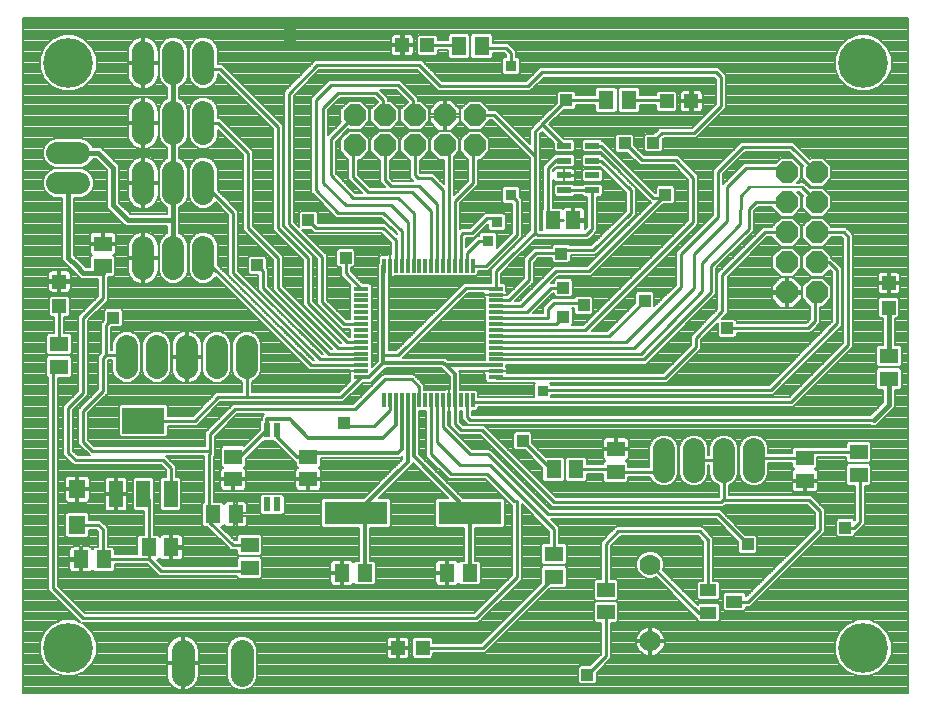
<source format=gtl>
G75*
G70*
%OFA0B0*%
%FSLAX24Y24*%
%IPPOS*%
%LPD*%
%AMOC8*
5,1,8,0,0,1.08239X$1,22.5*
%
%ADD10R,0.0512X0.0591*%
%ADD11R,0.0551X0.0630*%
%ADD12R,0.0591X0.0512*%
%ADD13R,0.0118X0.0472*%
%ADD14R,0.0472X0.0118*%
%ADD15R,0.2100X0.0760*%
%ADD16R,0.0236X0.0472*%
%ADD17C,0.0740*%
%ADD18OC8,0.0740*%
%ADD19R,0.0480X0.0880*%
%ADD20R,0.1417X0.0866*%
%ADD21R,0.0472X0.0472*%
%ADD22R,0.0512X0.0630*%
%ADD23R,0.0630X0.0512*%
%ADD24C,0.0700*%
%ADD25C,0.0780*%
%ADD26R,0.0551X0.0394*%
%ADD27R,0.0472X0.0197*%
%ADD28C,0.0120*%
%ADD29C,0.0100*%
%ADD30R,0.0396X0.0396*%
%ADD31C,0.0075*%
%ADD32C,0.0079*%
%ADD33C,0.0160*%
%ADD34R,0.0357X0.0357*%
%ADD35C,0.1660*%
D10*
X002063Y007133D03*
X002812Y007133D03*
X004313Y007533D03*
X005062Y007533D03*
X006463Y008633D03*
X007212Y008633D03*
X010763Y006683D03*
X011512Y006683D03*
X014263Y006683D03*
X015012Y006683D03*
X017813Y010133D03*
X018562Y010133D03*
X018472Y018433D03*
X017803Y018433D03*
D11*
X001938Y009474D03*
X001938Y008293D03*
D12*
X007138Y009809D03*
X007138Y010557D03*
X009638Y010557D03*
X009638Y009809D03*
X007688Y007607D03*
X007688Y006859D03*
X002788Y016909D03*
X002788Y017657D03*
X019562Y006123D03*
X019562Y005375D03*
X019888Y010059D03*
X019888Y010807D03*
X026188Y010507D03*
X026188Y009759D03*
X027988Y009959D03*
X027988Y010707D03*
D13*
X015114Y012439D03*
X014917Y012439D03*
X014720Y012439D03*
X014523Y012439D03*
X014326Y012439D03*
X014130Y012439D03*
X013933Y012439D03*
X013736Y012439D03*
X013539Y012439D03*
X013342Y012439D03*
X013145Y012439D03*
X012949Y012439D03*
X012752Y012439D03*
X012555Y012439D03*
X012358Y012439D03*
X012161Y012439D03*
X012161Y016927D03*
X012358Y016927D03*
X012555Y016927D03*
X012752Y016927D03*
X012949Y016927D03*
X013145Y016927D03*
X013342Y016927D03*
X013539Y016927D03*
X013736Y016927D03*
X013933Y016927D03*
X014130Y016927D03*
X014326Y016927D03*
X014523Y016927D03*
X014720Y016927D03*
X014917Y016927D03*
X015114Y016927D03*
D14*
X015882Y016160D03*
X015882Y015963D03*
X015882Y015766D03*
X015882Y015569D03*
X015882Y015372D03*
X015882Y015175D03*
X015882Y014979D03*
X015882Y014782D03*
X015882Y014585D03*
X015882Y014388D03*
X015882Y014191D03*
X015882Y013994D03*
X015882Y013798D03*
X015882Y013601D03*
X015882Y013404D03*
X015882Y013207D03*
X011393Y013207D03*
X011393Y013404D03*
X011393Y013601D03*
X011393Y013798D03*
X011393Y013994D03*
X011393Y014191D03*
X011393Y014388D03*
X011393Y014585D03*
X011393Y014782D03*
X011393Y014979D03*
X011393Y015175D03*
X011393Y015372D03*
X011393Y015569D03*
X011393Y015766D03*
X011393Y015963D03*
X011393Y016160D03*
D15*
X011238Y008683D03*
X015038Y008683D03*
D16*
X008610Y008967D03*
X008256Y008967D03*
X008256Y011447D03*
X008610Y011447D03*
D17*
X007588Y013513D02*
X007588Y014253D01*
X006588Y014253D02*
X006588Y013513D01*
X005588Y013513D02*
X005588Y014253D01*
X004588Y014253D02*
X004588Y013513D01*
X003588Y013513D02*
X003588Y014253D01*
X004138Y016813D02*
X004138Y017553D01*
X005138Y017553D02*
X005138Y016813D01*
X006138Y016813D02*
X006138Y017553D01*
X006138Y019313D02*
X006138Y020053D01*
X005138Y020053D02*
X005138Y019313D01*
X004138Y019313D02*
X004138Y020053D01*
X004138Y021313D02*
X004138Y022053D01*
X005138Y022053D02*
X005138Y021313D01*
X006138Y021313D02*
X006138Y022053D01*
X006138Y023313D02*
X006138Y024053D01*
X005138Y024053D02*
X005138Y023313D01*
X004138Y023313D02*
X004138Y024053D01*
X002008Y020683D02*
X001268Y020683D01*
X001268Y019683D02*
X002008Y019683D01*
X021488Y010803D02*
X021488Y010063D01*
X022488Y010063D02*
X022488Y010803D01*
X023488Y010803D02*
X023488Y010063D01*
X024488Y010063D02*
X024488Y010803D01*
D18*
X025588Y016033D03*
X026588Y016033D03*
X026588Y017033D03*
X026588Y018033D03*
X026588Y019033D03*
X026588Y020033D03*
X025588Y020033D03*
X025588Y019033D03*
X025588Y018033D03*
X025588Y017033D03*
X015188Y020933D03*
X015188Y021933D03*
X014188Y021933D03*
X013188Y021933D03*
X013188Y020933D03*
X014188Y020933D03*
X012188Y020933D03*
X011188Y020933D03*
X011188Y021933D03*
X012188Y021933D03*
D19*
X005048Y009313D03*
X004138Y009313D03*
X003228Y009313D03*
D20*
X004138Y011753D03*
D21*
X001338Y015570D03*
X001338Y016397D03*
X012774Y024274D03*
X013601Y024274D03*
X021582Y022407D03*
X022409Y022407D03*
X028988Y016347D03*
X028988Y015520D03*
X013451Y004183D03*
X012624Y004183D03*
D22*
X019573Y022455D03*
X020321Y022455D03*
X015412Y024233D03*
X014663Y024233D03*
D23*
X001338Y014307D03*
X001338Y013559D03*
X017838Y007307D03*
X017838Y006559D03*
X028988Y013159D03*
X028988Y013907D03*
D24*
X021038Y006963D03*
X021038Y004404D03*
D25*
X007428Y004073D02*
X007428Y003293D01*
X005458Y003293D02*
X005458Y004073D01*
D26*
X022976Y005354D03*
X022976Y006102D03*
X023842Y005728D03*
D27*
X019110Y019445D03*
X019110Y019937D03*
X019110Y020429D03*
X019110Y020922D03*
X018165Y020922D03*
X018165Y020429D03*
X018165Y019937D03*
X018165Y019445D03*
D28*
X012358Y016927D02*
X012358Y016404D01*
X012138Y016904D02*
X012161Y016927D01*
X012138Y016904D02*
X012138Y013933D01*
X012138Y013683D01*
X014138Y013683D01*
X014220Y013601D01*
X015882Y013601D01*
X014523Y013298D02*
X014523Y012439D01*
X014523Y013298D02*
X014220Y013601D01*
X013145Y012439D02*
X013145Y010575D01*
X015038Y008683D01*
X015012Y008657D01*
X015012Y006683D01*
X011512Y006683D02*
X011512Y008409D01*
X011238Y008683D01*
X012949Y010394D01*
X012949Y012439D01*
X012752Y012439D02*
X012752Y010798D01*
X012638Y010683D01*
X009763Y010683D01*
X009638Y010557D01*
X009263Y010557D01*
X008638Y011183D01*
X008638Y011420D01*
X008610Y011447D01*
X008256Y011447D02*
X008256Y011801D01*
X009019Y011801D01*
X009638Y011183D01*
X012138Y011183D01*
X012555Y011601D01*
X012555Y012439D01*
X011661Y013207D02*
X012138Y013683D01*
X011661Y013207D02*
X011393Y013207D01*
X008256Y011447D02*
X007366Y010557D01*
X007138Y010557D01*
D29*
X006359Y010655D02*
X006338Y010633D01*
X006338Y008533D01*
X006363Y008533D01*
X006463Y008633D01*
X006338Y008533D02*
X006338Y008383D01*
X007113Y007607D01*
X007688Y007607D01*
X007688Y006859D02*
X007562Y006733D01*
X004738Y006733D01*
X004313Y007157D01*
X004289Y007133D01*
X002812Y007133D01*
X002788Y007157D01*
X002788Y008133D01*
X002628Y008293D01*
X001938Y008293D01*
X004138Y009233D02*
X004188Y009283D01*
X004168Y009283D01*
X004138Y009313D01*
X004313Y009137D01*
X004313Y007533D01*
X004313Y007157D01*
X005048Y009313D02*
X005048Y010183D01*
X004798Y010433D01*
X001888Y010433D01*
X001638Y010683D01*
X001638Y012183D01*
X002138Y012683D01*
X002138Y015183D01*
X002788Y015833D01*
X002788Y016683D01*
X002788Y016909D01*
X001338Y015570D02*
X001338Y014307D01*
X001338Y013559D02*
X001138Y013359D01*
X001138Y006183D01*
X002138Y005183D01*
X015238Y005183D01*
X016588Y006533D01*
X016588Y009083D01*
X016488Y009083D01*
X015588Y009983D01*
X014388Y009983D01*
X013738Y010633D01*
X013738Y012438D01*
X013736Y012439D01*
X013933Y012439D02*
X013938Y012435D01*
X013938Y011033D01*
X014688Y010283D01*
X015688Y010283D01*
X017838Y008133D01*
X017838Y007307D01*
X017838Y006559D02*
X015462Y004183D01*
X013451Y004183D01*
X018938Y003283D02*
X019562Y003908D01*
X019562Y005375D01*
X019562Y006123D02*
X019562Y007657D01*
X019976Y008071D01*
X022694Y008071D01*
X022972Y007792D01*
X022972Y006105D01*
X022976Y006102D01*
X022976Y005354D02*
X022647Y005354D01*
X021038Y006963D01*
X023288Y008633D02*
X024288Y007633D01*
X023288Y008633D02*
X017638Y008633D01*
X015638Y010633D01*
X015038Y010633D01*
X014138Y011533D01*
X014138Y012431D01*
X014130Y012439D01*
X014523Y012439D02*
X014523Y011648D01*
X014738Y011433D01*
X015438Y011433D01*
X017838Y009033D01*
X023388Y009033D01*
X023470Y009116D01*
X026317Y009116D01*
X026688Y008744D01*
X026688Y008117D01*
X024298Y005728D01*
X023842Y005728D01*
X027538Y008183D02*
X027838Y008183D01*
X028038Y008383D01*
X028038Y009909D01*
X027988Y009959D01*
X027988Y010707D02*
X026388Y010707D01*
X026188Y010507D01*
X024562Y010507D01*
X024488Y010433D01*
X023488Y010433D02*
X023488Y009133D01*
X023470Y009116D01*
X023488Y010433D02*
X022488Y010433D01*
X021488Y010433D02*
X021113Y010059D01*
X019888Y010059D01*
X019813Y010133D01*
X018562Y010133D01*
X017813Y010133D02*
X017738Y010133D01*
X016788Y011083D01*
X015038Y011783D02*
X028488Y011783D01*
X027638Y014283D02*
X025738Y012383D01*
X015170Y012383D01*
X015114Y012439D01*
X014938Y012419D02*
X014938Y011883D01*
X015038Y011783D01*
X014938Y012419D02*
X014917Y012439D01*
X015882Y013207D02*
X015905Y013183D01*
X021535Y013183D01*
X022557Y014205D01*
X022557Y014526D01*
X023444Y015412D01*
X023444Y016619D01*
X024872Y018047D01*
X025574Y018047D01*
X025588Y018033D01*
X026588Y018033D02*
X027488Y018033D01*
X027638Y017883D01*
X027638Y014283D01*
X027265Y014999D02*
X025059Y012793D01*
X017492Y012793D01*
X017448Y012749D01*
X015882Y013798D02*
X020818Y013798D01*
X023075Y016054D01*
X023075Y016913D01*
X024313Y018151D01*
X024313Y018801D01*
X024545Y019033D01*
X025588Y019033D01*
X026090Y019535D02*
X026588Y019033D01*
X026588Y020033D02*
X025738Y020883D01*
X024138Y020883D01*
X023289Y020035D01*
X023289Y018549D01*
X022066Y017326D01*
X022066Y016227D01*
X020223Y014383D01*
X015886Y014383D01*
X015882Y014388D01*
X015882Y014191D02*
X020496Y014191D01*
X022499Y016194D01*
X022499Y017317D01*
X023589Y018407D01*
X023589Y019535D01*
X024238Y020183D01*
X025438Y020183D01*
X025588Y020033D01*
X024329Y019535D02*
X024055Y019260D01*
X024043Y018301D01*
X022772Y017018D01*
X022772Y016094D01*
X020713Y013983D01*
X015893Y013983D01*
X015882Y013994D01*
X015882Y014585D02*
X019677Y014585D01*
X020855Y015763D01*
X019138Y017433D02*
X018174Y017433D01*
X018062Y017322D01*
X018043Y017341D01*
X017230Y017341D01*
X016988Y017099D01*
X016988Y016433D01*
X016320Y015766D01*
X015882Y015766D01*
X015882Y015569D02*
X016723Y015569D01*
X017888Y016733D01*
X018988Y016733D01*
X021538Y019283D01*
X021438Y019183D01*
X021138Y019183D01*
X019399Y020922D01*
X019110Y020922D01*
X019110Y020429D02*
X019391Y020429D01*
X020388Y019433D01*
X020388Y018683D01*
X019138Y017433D01*
X018888Y017933D02*
X017280Y017933D01*
X017185Y018029D01*
X017185Y020586D01*
X017185Y021381D01*
X017438Y021633D01*
X018149Y020922D01*
X018165Y020922D01*
X018177Y020933D01*
X018161Y020433D02*
X018165Y020429D01*
X018161Y020433D02*
X017888Y020433D01*
X017638Y020183D01*
X017638Y018599D01*
X017803Y018433D01*
X018138Y018433D01*
X018888Y017933D02*
X019110Y018156D01*
X019110Y019445D01*
X019126Y019445D01*
X019110Y019445D02*
X018876Y019445D01*
X019110Y019445D02*
X018165Y019445D01*
X017185Y020586D02*
X015838Y021933D01*
X015188Y021933D01*
X015188Y020933D02*
X015138Y020883D01*
X015138Y019683D01*
X014523Y019069D01*
X014523Y016927D01*
X014326Y016927D02*
X014326Y020794D01*
X014188Y020933D01*
X013188Y020933D02*
X013188Y019933D01*
X013288Y019833D01*
X013738Y019833D01*
X014130Y019441D01*
X014130Y016927D01*
X013933Y016927D02*
X013933Y018988D01*
X013338Y019583D01*
X012388Y019583D01*
X012188Y019783D01*
X012188Y020833D01*
X012138Y020883D01*
X012188Y020933D01*
X011188Y020933D02*
X011138Y020883D01*
X011138Y019883D01*
X011638Y019383D01*
X013088Y019383D01*
X013736Y018735D01*
X013736Y016927D01*
X013145Y016927D02*
X013145Y018675D01*
X012638Y019183D01*
X011138Y019183D01*
X010388Y019933D01*
X010388Y021133D01*
X011188Y021933D01*
X010638Y022683D02*
X011888Y022683D01*
X012138Y022433D01*
X012138Y021983D01*
X012188Y021933D01*
X013138Y021983D02*
X013188Y021933D01*
X013138Y021983D02*
X013138Y022433D01*
X012638Y022933D01*
X010388Y022933D01*
X009888Y022433D01*
X009888Y019433D01*
X010638Y018683D01*
X012138Y018683D01*
X012752Y018069D01*
X012752Y016927D01*
X012949Y016927D02*
X012949Y018372D01*
X012388Y018933D01*
X010888Y018933D01*
X010138Y019683D01*
X010138Y022183D01*
X010638Y022683D01*
X009934Y023600D02*
X008979Y022646D01*
X008979Y018327D01*
X010078Y017228D01*
X010078Y015717D01*
X010816Y014979D01*
X011393Y014979D01*
X011393Y014388D02*
X010933Y014388D01*
X009638Y015683D01*
X009638Y017183D01*
X008638Y018183D01*
X008638Y021183D01*
X008641Y021187D01*
X008641Y021543D01*
X006690Y023494D01*
X006327Y023494D01*
X006138Y023683D01*
X006138Y021683D02*
X006638Y021683D01*
X007638Y020683D01*
X007638Y018183D01*
X008638Y017183D01*
X008638Y016183D01*
X010630Y014191D01*
X011393Y014191D01*
X011393Y013994D02*
X011382Y013983D01*
X010338Y013983D01*
X008138Y016183D01*
X008138Y016733D01*
X007938Y016933D01*
X007138Y016683D02*
X007138Y018683D01*
X006138Y019683D01*
X006138Y017183D02*
X009720Y013601D01*
X011393Y013601D01*
X011393Y013798D02*
X010023Y013798D01*
X007138Y016683D01*
X009638Y018433D02*
X009888Y018183D01*
X012138Y018183D01*
X012555Y017766D01*
X012555Y016927D01*
X011393Y016160D02*
X010888Y016666D01*
X010888Y017183D01*
X012138Y013933D02*
X012638Y013933D01*
X014888Y016183D01*
X015858Y016183D01*
X015882Y016160D01*
X015888Y016166D01*
X015888Y016733D01*
X016438Y017283D01*
X016440Y017283D01*
X017185Y018029D01*
X016590Y017961D02*
X016590Y019079D01*
X016395Y019274D01*
X015796Y018512D02*
X015585Y018512D01*
X015099Y018026D01*
X014791Y018026D01*
X014720Y017955D01*
X014720Y016927D01*
X014917Y016927D02*
X014920Y016930D01*
X014920Y017338D01*
X015328Y017747D01*
X015620Y017747D01*
X015925Y018382D02*
X015796Y018512D01*
X016590Y017961D02*
X015556Y016927D01*
X015114Y016927D01*
X015882Y015372D02*
X016926Y015372D01*
X017738Y016183D01*
X018138Y016183D01*
X017815Y015668D02*
X018753Y015668D01*
X018813Y015608D01*
X018138Y015213D02*
X017903Y014979D01*
X015882Y014979D01*
X015882Y015175D02*
X017630Y015175D01*
X017630Y015483D01*
X017815Y015668D01*
X018872Y014782D02*
X022476Y018386D01*
X022476Y019861D01*
X021905Y020433D01*
X020761Y020433D01*
X020184Y021010D01*
X021135Y021014D02*
X021135Y021083D01*
X021412Y021361D01*
X022487Y021361D01*
X023381Y022255D01*
X023381Y023219D01*
X023236Y023365D01*
X017427Y023365D01*
X016969Y022907D01*
X014037Y022907D01*
X013343Y023600D01*
X009934Y023600D01*
X013601Y024274D02*
X014623Y024274D01*
X014663Y024233D01*
X015412Y024233D02*
X015461Y024184D01*
X016217Y024184D01*
X016395Y024006D01*
X016395Y023584D01*
X018238Y022433D02*
X018259Y022455D01*
X019573Y022455D01*
X020321Y022455D02*
X021534Y022455D01*
X021582Y022407D01*
X018238Y022433D02*
X017438Y021633D01*
X018872Y014782D02*
X015882Y014782D01*
X013342Y012879D02*
X013342Y012439D01*
X013342Y012879D02*
X013088Y013133D01*
X012188Y013133D01*
X011188Y012133D01*
X007194Y012133D01*
X006359Y011299D01*
X006359Y010770D01*
X006343Y010755D01*
X002440Y010755D01*
X002138Y011057D01*
X002138Y012083D01*
X002788Y012733D01*
X002788Y013833D01*
X002888Y013933D01*
X002888Y014933D01*
X003138Y015183D01*
X002888Y013933D02*
X003538Y013933D01*
X003588Y013883D01*
X004138Y011753D02*
X005858Y011753D01*
X006638Y012533D01*
X007638Y012533D01*
X007588Y012583D01*
X007588Y013883D01*
X007638Y012533D02*
X010720Y012533D01*
X011393Y013207D01*
X012358Y012439D02*
X012358Y012104D01*
X011838Y011583D01*
X010938Y011583D01*
X010838Y011683D01*
X006359Y010770D02*
X006359Y010655D01*
X007688Y006859D02*
X007738Y006809D01*
X023595Y014833D02*
X026288Y014833D01*
X026538Y015083D01*
X026538Y015983D01*
X026588Y016033D01*
X027265Y016770D02*
X027265Y014999D01*
X027265Y016770D02*
X027002Y017033D01*
X026588Y017033D01*
D30*
X023595Y014833D03*
X020855Y015763D03*
X018813Y015608D03*
X018138Y015213D03*
X018138Y016183D03*
X018062Y017322D03*
X021538Y019283D03*
X021135Y021014D03*
X020184Y021010D03*
X018238Y022433D03*
X010888Y017183D03*
X009638Y018433D03*
X007938Y016933D03*
X003138Y015183D03*
X010838Y011683D03*
X016788Y011083D03*
X024288Y007633D03*
X027538Y008183D03*
X018938Y003283D03*
X009026Y024625D03*
D31*
X000138Y002683D02*
X029638Y002683D01*
X029638Y025183D01*
X000138Y025183D01*
X000138Y002683D01*
X000138Y002712D02*
X029638Y002712D01*
X029638Y002786D02*
X007528Y002786D01*
X007715Y002863D01*
X007858Y003006D01*
X007935Y003192D01*
X007935Y004174D01*
X007858Y004361D01*
X007715Y004504D01*
X007528Y004581D01*
X007327Y004581D01*
X007140Y004504D01*
X006997Y004361D01*
X006920Y004174D01*
X006920Y003192D01*
X006997Y003006D01*
X007140Y002863D01*
X007327Y002786D01*
X007528Y002786D01*
X007706Y002859D02*
X029638Y002859D01*
X029638Y002933D02*
X007785Y002933D01*
X007858Y003006D02*
X018652Y003006D01*
X018622Y003037D02*
X018691Y002968D01*
X019184Y002968D01*
X019253Y003037D01*
X019253Y003362D01*
X019730Y003839D01*
X019730Y005001D01*
X019906Y005001D01*
X019975Y005070D01*
X019975Y005679D01*
X019906Y005748D01*
X019218Y005748D01*
X019149Y005679D01*
X019149Y005070D01*
X019218Y005001D01*
X019395Y005001D01*
X019395Y003977D01*
X019016Y003599D01*
X018691Y003599D01*
X018622Y003530D01*
X018622Y003037D01*
X018622Y003080D02*
X007888Y003080D01*
X007919Y003153D02*
X018622Y003153D01*
X018622Y003227D02*
X007935Y003227D01*
X007935Y003300D02*
X018622Y003300D01*
X018622Y003374D02*
X007935Y003374D01*
X007935Y003447D02*
X018622Y003447D01*
X018622Y003521D02*
X007935Y003521D01*
X007935Y003594D02*
X018686Y003594D01*
X019085Y003668D02*
X007935Y003668D01*
X007935Y003741D02*
X019159Y003741D01*
X019232Y003815D02*
X012898Y003815D01*
X012913Y003819D02*
X012945Y003837D01*
X012970Y003863D01*
X012988Y003894D01*
X012998Y003929D01*
X012998Y004146D01*
X012662Y004146D01*
X012662Y004221D01*
X012998Y004221D01*
X012998Y004438D01*
X012988Y004473D01*
X012970Y004504D01*
X012945Y004530D01*
X012913Y004548D01*
X012878Y004557D01*
X012662Y004557D01*
X012662Y004221D01*
X012587Y004221D01*
X012587Y004557D01*
X012370Y004557D01*
X012335Y004548D01*
X012303Y004530D01*
X012278Y004504D01*
X012260Y004473D01*
X012250Y004438D01*
X012250Y004221D01*
X012587Y004221D01*
X012587Y004146D01*
X012662Y004146D01*
X012662Y003810D01*
X012878Y003810D01*
X012913Y003819D01*
X012985Y003888D02*
X013107Y003888D01*
X013097Y003898D02*
X013166Y003830D01*
X013736Y003830D01*
X013805Y003898D01*
X013805Y004016D01*
X015531Y004016D01*
X015629Y004114D01*
X017701Y006186D01*
X018201Y006186D01*
X018270Y006255D01*
X018270Y006864D01*
X018201Y006933D01*
X017474Y006933D01*
X017405Y006864D01*
X017405Y006364D01*
X015392Y004351D01*
X013805Y004351D01*
X013805Y004468D01*
X013736Y004537D01*
X013166Y004537D01*
X013097Y004468D01*
X013097Y003898D01*
X013097Y003962D02*
X012998Y003962D01*
X012998Y004035D02*
X013097Y004035D01*
X013097Y004109D02*
X012998Y004109D01*
X013097Y004182D02*
X012662Y004182D01*
X012662Y004109D02*
X012587Y004109D01*
X012587Y004146D02*
X012587Y003810D01*
X012370Y003810D01*
X012335Y003819D01*
X012303Y003837D01*
X012278Y003863D01*
X012260Y003894D01*
X012250Y003929D01*
X012250Y004146D01*
X012587Y004146D01*
X012587Y004182D02*
X007932Y004182D01*
X007935Y004109D02*
X012250Y004109D01*
X012250Y004035D02*
X007935Y004035D01*
X007935Y003962D02*
X012250Y003962D01*
X012263Y003888D02*
X007935Y003888D01*
X007935Y003815D02*
X012350Y003815D01*
X012587Y003815D02*
X012662Y003815D01*
X012662Y003888D02*
X012587Y003888D01*
X012587Y003962D02*
X012662Y003962D01*
X012662Y004035D02*
X012587Y004035D01*
X012587Y004256D02*
X012662Y004256D01*
X012662Y004329D02*
X012587Y004329D01*
X012587Y004403D02*
X012662Y004403D01*
X012662Y004476D02*
X012587Y004476D01*
X012587Y004550D02*
X012662Y004550D01*
X012905Y004550D02*
X015591Y004550D01*
X015665Y004623D02*
X002481Y004623D01*
X002511Y004550D02*
X005231Y004550D01*
X005255Y004562D02*
X005181Y004524D01*
X005114Y004476D01*
X005055Y004417D01*
X005006Y004350D01*
X004969Y004276D01*
X004943Y004197D01*
X004930Y004115D01*
X004930Y003721D01*
X005420Y003721D01*
X005420Y004601D01*
X005416Y004601D01*
X005334Y004588D01*
X005255Y004562D01*
X005115Y004476D02*
X002542Y004476D01*
X002572Y004403D02*
X005045Y004403D01*
X004996Y004329D02*
X002585Y004329D01*
X002585Y004372D02*
X002441Y004720D01*
X002174Y004987D01*
X002103Y005016D01*
X015307Y005016D01*
X015405Y005114D01*
X016755Y006464D01*
X016755Y008979D01*
X017670Y008064D01*
X017670Y007681D01*
X017474Y007681D01*
X017405Y007612D01*
X017405Y007003D01*
X017474Y006934D01*
X018201Y006934D01*
X018270Y007003D01*
X018270Y007612D01*
X018201Y007681D01*
X018005Y007681D01*
X018005Y008203D01*
X017742Y008466D01*
X023218Y008466D01*
X023972Y007712D01*
X023972Y007387D01*
X024041Y007318D01*
X024534Y007318D01*
X024603Y007387D01*
X024603Y007880D01*
X024534Y007949D01*
X024209Y007949D01*
X023357Y008801D01*
X017707Y008801D01*
X015707Y010801D01*
X015107Y010801D01*
X014305Y011603D01*
X014305Y012066D01*
X014326Y012066D01*
X014326Y012439D01*
X014326Y012439D01*
X014326Y012066D01*
X014356Y012066D01*
X014356Y011578D01*
X014454Y011480D01*
X014668Y011266D01*
X015368Y011266D01*
X017768Y008866D01*
X023457Y008866D01*
X023540Y008949D01*
X026247Y008949D01*
X026521Y008675D01*
X026521Y008187D01*
X024235Y005901D01*
X024235Y005973D01*
X024166Y006042D01*
X023518Y006042D01*
X023449Y005973D01*
X023449Y005482D01*
X023518Y005413D01*
X024166Y005413D01*
X024235Y005482D01*
X024235Y005560D01*
X024368Y005560D01*
X026758Y007950D01*
X026856Y008048D01*
X026856Y008814D01*
X026484Y009185D01*
X026386Y009284D01*
X023655Y009284D01*
X023655Y009605D01*
X023764Y009650D01*
X023901Y009787D01*
X023975Y009966D01*
X023975Y010900D01*
X023901Y011079D01*
X023764Y011217D01*
X023584Y011291D01*
X023391Y011291D01*
X023211Y011217D01*
X023074Y011079D01*
X023000Y010900D01*
X023000Y010601D01*
X022975Y010601D01*
X022975Y010900D01*
X022901Y011079D01*
X022764Y011217D01*
X022584Y011291D01*
X022391Y011291D01*
X022211Y011217D01*
X022074Y011079D01*
X022000Y010900D01*
X022000Y009966D01*
X022074Y009787D01*
X022211Y009650D01*
X022391Y009576D01*
X022584Y009576D01*
X022764Y009650D01*
X022901Y009787D01*
X022975Y009966D01*
X022975Y010266D01*
X023000Y010266D01*
X023000Y009966D01*
X023074Y009787D01*
X023211Y009650D01*
X023320Y009605D01*
X023320Y009203D01*
X023318Y009201D01*
X017907Y009201D01*
X015605Y011503D01*
X015507Y011601D01*
X014807Y011601D01*
X014691Y011717D01*
X014691Y012086D01*
X014770Y012086D01*
X014770Y011814D01*
X014870Y011714D01*
X014968Y011616D01*
X028376Y011616D01*
X028406Y011586D01*
X028569Y011586D01*
X029185Y012202D01*
X029185Y012786D01*
X029351Y012786D01*
X029420Y012855D01*
X029420Y013464D01*
X029351Y013533D01*
X028624Y013533D01*
X028555Y013464D01*
X028555Y012855D01*
X028624Y012786D01*
X028790Y012786D01*
X028790Y012365D01*
X028376Y011951D01*
X015107Y011951D01*
X015105Y011953D01*
X015105Y012086D01*
X015222Y012086D01*
X015290Y012154D01*
X015290Y012216D01*
X025807Y012216D01*
X027707Y014116D01*
X027805Y014214D01*
X027805Y017953D01*
X027655Y018103D01*
X027557Y018201D01*
X027075Y018201D01*
X027075Y018235D01*
X026789Y018521D01*
X026386Y018521D01*
X026100Y018235D01*
X026100Y017831D01*
X026386Y017546D01*
X026789Y017546D01*
X027075Y017831D01*
X027075Y017866D01*
X027418Y017866D01*
X027470Y017814D01*
X027470Y014353D01*
X025668Y012551D01*
X017744Y012551D01*
X017744Y012626D01*
X025129Y012626D01*
X025227Y012724D01*
X027433Y014930D01*
X027433Y016839D01*
X027334Y016938D01*
X027075Y017197D01*
X027075Y017235D01*
X026789Y017521D01*
X026386Y017521D01*
X026100Y017235D01*
X026100Y016831D01*
X026386Y016546D01*
X026789Y016546D01*
X027021Y016777D01*
X027098Y016701D01*
X027098Y015068D01*
X024990Y012961D01*
X017744Y012961D01*
X017744Y012976D01*
X017703Y013016D01*
X021605Y013016D01*
X022627Y014038D01*
X022725Y014136D01*
X022725Y014456D01*
X023279Y015011D01*
X023279Y014587D01*
X023348Y014518D01*
X023842Y014518D01*
X023911Y014587D01*
X023911Y014666D01*
X026357Y014666D01*
X026455Y014764D01*
X026705Y015014D01*
X026705Y015546D01*
X026789Y015546D01*
X027075Y015831D01*
X027075Y016235D01*
X026789Y016521D01*
X026386Y016521D01*
X026100Y016235D01*
X026100Y015831D01*
X026370Y015561D01*
X026370Y015153D01*
X026218Y015001D01*
X023911Y015001D01*
X023911Y015080D01*
X023842Y015149D01*
X023418Y015149D01*
X023513Y015244D01*
X023611Y015342D01*
X023611Y016549D01*
X024941Y017879D01*
X025100Y017879D01*
X025100Y017831D01*
X025386Y017546D01*
X025789Y017546D01*
X026075Y017831D01*
X026075Y018235D01*
X025789Y018521D01*
X025386Y018521D01*
X025100Y018235D01*
X025100Y018214D01*
X024802Y018214D01*
X024704Y018116D01*
X023276Y016688D01*
X023276Y015481D01*
X022390Y014595D01*
X022390Y014275D01*
X021466Y013351D01*
X016255Y013351D01*
X016255Y013404D01*
X016255Y013481D01*
X016246Y013516D01*
X016235Y013534D01*
X016235Y013630D01*
X020887Y013630D01*
X023144Y015887D01*
X023242Y015985D01*
X023242Y016844D01*
X024480Y018082D01*
X024480Y018731D01*
X024615Y018866D01*
X025100Y018866D01*
X025100Y018831D01*
X025386Y018546D01*
X025789Y018546D01*
X026075Y018831D01*
X026075Y019235D01*
X025933Y019378D01*
X026010Y019378D01*
X026126Y019261D01*
X026100Y019235D01*
X026100Y018831D01*
X026386Y018546D01*
X026789Y018546D01*
X027075Y018831D01*
X027075Y019235D01*
X026789Y019521D01*
X026386Y019521D01*
X026363Y019498D01*
X026160Y019702D01*
X026021Y019702D01*
X026010Y019691D01*
X025935Y019691D01*
X026075Y019831D01*
X026075Y020235D01*
X025789Y020521D01*
X025386Y020521D01*
X025216Y020351D01*
X024168Y020351D01*
X023457Y019640D01*
X023457Y019966D01*
X024207Y020716D01*
X025668Y020716D01*
X026124Y020260D01*
X026100Y020235D01*
X026100Y019831D01*
X026386Y019546D01*
X026789Y019546D01*
X027075Y019831D01*
X027075Y020235D01*
X026789Y020521D01*
X026386Y020521D01*
X026361Y020496D01*
X025905Y020953D01*
X025807Y021051D01*
X024068Y021051D01*
X023122Y020105D01*
X023122Y018618D01*
X021899Y017395D01*
X021899Y016297D01*
X021171Y015568D01*
X021171Y016009D01*
X021102Y016078D01*
X020608Y016078D01*
X020539Y016009D01*
X020539Y015684D01*
X019608Y014752D01*
X019080Y014752D01*
X022546Y018218D01*
X022644Y018317D01*
X022644Y019931D01*
X022072Y020502D01*
X021974Y020600D01*
X020831Y020600D01*
X020499Y020932D01*
X020499Y021257D01*
X020430Y021326D01*
X019937Y021326D01*
X019868Y021257D01*
X019868Y020764D01*
X019937Y020695D01*
X020262Y020695D01*
X020692Y020265D01*
X021836Y020265D01*
X022309Y019792D01*
X022309Y018455D01*
X018803Y014949D01*
X018436Y014949D01*
X018453Y014966D01*
X018453Y015460D01*
X018412Y015501D01*
X018497Y015501D01*
X018497Y015361D01*
X018566Y015293D01*
X019060Y015293D01*
X019128Y015361D01*
X019128Y015855D01*
X019060Y015924D01*
X018566Y015924D01*
X018497Y015855D01*
X018497Y015836D01*
X017745Y015836D01*
X017647Y015738D01*
X017647Y015738D01*
X017462Y015553D01*
X017462Y015343D01*
X017134Y015343D01*
X017807Y016016D01*
X017822Y016016D01*
X017822Y015937D01*
X017891Y015868D01*
X018384Y015868D01*
X018453Y015937D01*
X018453Y016430D01*
X018384Y016499D01*
X017891Y016499D01*
X017822Y016430D01*
X017822Y016351D01*
X017742Y016351D01*
X017957Y016566D01*
X019057Y016566D01*
X021459Y018968D01*
X021784Y018968D01*
X021853Y019037D01*
X021853Y019530D01*
X021784Y019599D01*
X021291Y019599D01*
X021222Y019530D01*
X021222Y019351D01*
X021207Y019351D01*
X019469Y021089D01*
X019443Y021089D01*
X019395Y021137D01*
X018825Y021137D01*
X018756Y021069D01*
X018756Y020774D01*
X018825Y020706D01*
X019378Y020706D01*
X020970Y019114D01*
X021051Y019033D01*
X018918Y016901D01*
X017818Y016901D01*
X017720Y016803D01*
X016654Y015737D01*
X016528Y015737D01*
X017057Y016266D01*
X017155Y016364D01*
X017155Y017030D01*
X017299Y017174D01*
X017747Y017174D01*
X017747Y017075D01*
X017816Y017007D01*
X018309Y017007D01*
X018378Y017075D01*
X018378Y017266D01*
X019207Y017266D01*
X019305Y017364D01*
X020457Y018516D01*
X020555Y018614D01*
X020555Y019503D01*
X020457Y019601D01*
X019461Y020597D01*
X019443Y020597D01*
X019395Y020645D01*
X018825Y020645D01*
X018756Y020576D01*
X018756Y020282D01*
X018825Y020213D01*
X019370Y020213D01*
X020220Y019364D01*
X020220Y018753D01*
X019068Y017601D01*
X018346Y017601D01*
X018309Y017638D01*
X017816Y017638D01*
X017747Y017569D01*
X017747Y017509D01*
X017160Y017509D01*
X017062Y017410D01*
X016820Y017168D01*
X016820Y016503D01*
X016255Y015938D01*
X016255Y015963D01*
X016255Y016040D01*
X016246Y016075D01*
X016235Y016093D01*
X016235Y016267D01*
X016166Y016336D01*
X016055Y016336D01*
X016055Y016664D01*
X016507Y017116D01*
X016509Y017116D01*
X017185Y017792D01*
X017211Y017766D01*
X018957Y017766D01*
X019055Y017864D01*
X019277Y018086D01*
X019277Y019229D01*
X019395Y019229D01*
X019464Y019298D01*
X019464Y019592D01*
X019395Y019661D01*
X018825Y019661D01*
X018777Y019613D01*
X018498Y019613D01*
X018450Y019661D01*
X017880Y019661D01*
X017811Y019592D01*
X017811Y019298D01*
X017880Y019229D01*
X018450Y019229D01*
X018498Y019278D01*
X018777Y019278D01*
X018825Y019229D01*
X018942Y019229D01*
X018942Y018225D01*
X018866Y018148D01*
X018866Y018396D01*
X018510Y018396D01*
X018510Y018471D01*
X018866Y018471D01*
X018866Y018747D01*
X018856Y018782D01*
X018838Y018813D01*
X018812Y018839D01*
X018781Y018857D01*
X018746Y018866D01*
X018510Y018866D01*
X018510Y018471D01*
X018435Y018471D01*
X018435Y018866D01*
X018198Y018866D01*
X018163Y018857D01*
X018132Y018839D01*
X018123Y018830D01*
X018107Y018846D01*
X017805Y018846D01*
X017805Y019778D01*
X017819Y019754D01*
X017844Y019729D01*
X017876Y019711D01*
X017911Y019701D01*
X018153Y019701D01*
X018153Y019926D01*
X018177Y019926D01*
X018177Y019949D01*
X018539Y019949D01*
X018539Y020054D01*
X018529Y020089D01*
X018511Y020120D01*
X018486Y020146D01*
X018454Y020164D01*
X018419Y020173D01*
X018177Y020173D01*
X018177Y019949D01*
X018153Y019949D01*
X018153Y020173D01*
X017911Y020173D01*
X017876Y020164D01*
X017844Y020146D01*
X017819Y020120D01*
X017805Y020096D01*
X017805Y020114D01*
X017905Y020213D01*
X018450Y020213D01*
X018519Y020282D01*
X018519Y020576D01*
X018450Y020645D01*
X017880Y020645D01*
X017836Y020601D01*
X017818Y020601D01*
X017720Y020503D01*
X017470Y020253D01*
X017470Y018818D01*
X017429Y018777D01*
X017429Y018101D01*
X017353Y018101D01*
X017353Y021312D01*
X017437Y021396D01*
X017811Y021023D01*
X017811Y020774D01*
X017880Y020706D01*
X018450Y020706D01*
X018519Y020774D01*
X018519Y021069D01*
X018450Y021137D01*
X018170Y021137D01*
X017674Y021633D01*
X018159Y022118D01*
X018484Y022118D01*
X018553Y022187D01*
X018553Y022288D01*
X019199Y022288D01*
X019199Y022092D01*
X019268Y022023D01*
X019877Y022023D01*
X019946Y022092D01*
X019946Y022819D01*
X019877Y022888D01*
X019268Y022888D01*
X019199Y022819D01*
X019199Y022623D01*
X018553Y022623D01*
X018553Y022680D01*
X018484Y022749D01*
X017991Y022749D01*
X017922Y022680D01*
X017922Y022355D01*
X017368Y021801D01*
X017270Y021703D01*
X017270Y021703D01*
X017018Y021450D01*
X017018Y020990D01*
X015907Y022101D01*
X015675Y022101D01*
X015675Y022135D01*
X015389Y022421D01*
X014986Y022421D01*
X014700Y022135D01*
X014700Y021731D01*
X014986Y021446D01*
X015389Y021446D01*
X015675Y021731D01*
X015675Y021766D01*
X015768Y021766D01*
X017018Y020516D01*
X017018Y018098D01*
X016371Y017451D01*
X016368Y017451D01*
X016270Y017353D01*
X015818Y016901D01*
X015720Y016803D01*
X015720Y016351D01*
X014818Y016351D01*
X012568Y014101D01*
X012315Y014101D01*
X012315Y016554D01*
X012358Y016554D01*
X012435Y016554D01*
X012470Y016563D01*
X012489Y016574D01*
X015222Y016574D01*
X015290Y016643D01*
X015290Y016760D01*
X015626Y016760D01*
X016659Y017794D01*
X016757Y017892D01*
X016757Y019149D01*
X016691Y019215D01*
X016691Y019501D01*
X016622Y019570D01*
X016168Y019570D01*
X016099Y019501D01*
X016099Y019047D01*
X016168Y018978D01*
X016422Y018978D01*
X016422Y018030D01*
X015916Y017524D01*
X015916Y017974D01*
X015847Y018042D01*
X015393Y018042D01*
X015324Y017974D01*
X015324Y017914D01*
X015259Y017914D01*
X014888Y017543D01*
X014888Y017858D01*
X015168Y017858D01*
X015630Y018320D01*
X015630Y018155D01*
X015698Y018087D01*
X016153Y018087D01*
X016221Y018155D01*
X016221Y018610D01*
X016153Y018678D01*
X015866Y018678D01*
X015865Y018680D01*
X015516Y018680D01*
X015418Y018581D01*
X015030Y018193D01*
X014722Y018193D01*
X014691Y018162D01*
X014691Y019000D01*
X015207Y019516D01*
X015305Y019614D01*
X015305Y020446D01*
X015389Y020446D01*
X015675Y020731D01*
X015675Y021135D01*
X015389Y021421D01*
X014986Y021421D01*
X014700Y021135D01*
X014700Y020731D01*
X014970Y020461D01*
X014970Y019753D01*
X014494Y019277D01*
X014494Y020550D01*
X014675Y020731D01*
X014675Y021135D01*
X014389Y021421D01*
X013986Y021421D01*
X013700Y021135D01*
X013700Y020731D01*
X013986Y020446D01*
X014159Y020446D01*
X014159Y019649D01*
X013807Y020001D01*
X013357Y020001D01*
X013355Y020003D01*
X013355Y020446D01*
X013389Y020446D01*
X013675Y020731D01*
X013675Y021135D01*
X013389Y021421D01*
X012986Y021421D01*
X012700Y021135D01*
X012700Y020731D01*
X012986Y020446D01*
X013020Y020446D01*
X013020Y019864D01*
X013120Y019764D01*
X013133Y019751D01*
X012457Y019751D01*
X012355Y019853D01*
X012355Y020446D01*
X012389Y020446D01*
X012675Y020731D01*
X012675Y021135D01*
X012389Y021421D01*
X011986Y021421D01*
X011700Y021135D01*
X011700Y020731D01*
X011986Y020446D01*
X012020Y020446D01*
X012020Y019714D01*
X012183Y019551D01*
X011707Y019551D01*
X011305Y019953D01*
X011305Y020446D01*
X011389Y020446D01*
X011675Y020731D01*
X011675Y021135D01*
X011389Y021421D01*
X010986Y021421D01*
X010700Y021135D01*
X010700Y020731D01*
X010970Y020461D01*
X010970Y019814D01*
X011433Y019351D01*
X011207Y019351D01*
X010555Y020003D01*
X010555Y021064D01*
X010961Y021470D01*
X010986Y021446D01*
X011389Y021446D01*
X011675Y021731D01*
X011675Y022135D01*
X011389Y022421D01*
X010986Y022421D01*
X010700Y022135D01*
X010700Y021731D01*
X010724Y021707D01*
X010305Y021288D01*
X010305Y022114D01*
X010707Y022516D01*
X011818Y022516D01*
X011949Y022385D01*
X011700Y022135D01*
X011700Y021731D01*
X011986Y021446D01*
X012389Y021446D01*
X012675Y021731D01*
X012675Y022135D01*
X012389Y022421D01*
X012305Y022421D01*
X012305Y022503D01*
X012207Y022601D01*
X012042Y022766D01*
X012568Y022766D01*
X012949Y022385D01*
X012700Y022135D01*
X012700Y021731D01*
X012986Y021446D01*
X013389Y021446D01*
X013675Y021731D01*
X013675Y022135D01*
X013389Y022421D01*
X013305Y022421D01*
X013305Y022503D01*
X013207Y022601D01*
X012707Y023101D01*
X010318Y023101D01*
X010220Y023003D01*
X009720Y022503D01*
X009720Y019364D01*
X009818Y019266D01*
X010568Y018516D01*
X012068Y018516D01*
X012584Y018000D01*
X012584Y017974D01*
X012305Y018253D01*
X012207Y018351D01*
X009957Y018351D01*
X009953Y018355D01*
X009953Y018680D01*
X009884Y018749D01*
X009391Y018749D01*
X009322Y018680D01*
X009322Y018222D01*
X009147Y018397D01*
X009147Y022576D01*
X010003Y023433D01*
X013274Y023433D01*
X013967Y022739D01*
X017038Y022739D01*
X017136Y022838D01*
X017496Y023197D01*
X023166Y023197D01*
X023214Y023150D01*
X023214Y022325D01*
X022417Y021528D01*
X021343Y021528D01*
X021245Y021430D01*
X021144Y021330D01*
X020888Y021330D01*
X020820Y021261D01*
X020820Y020767D01*
X020888Y020698D01*
X021382Y020698D01*
X021451Y020767D01*
X021451Y021162D01*
X021482Y021193D01*
X022556Y021193D01*
X023451Y022088D01*
X023549Y022186D01*
X023549Y023288D01*
X023403Y023434D01*
X023305Y023532D01*
X017357Y023532D01*
X016900Y023074D01*
X014106Y023074D01*
X013511Y023670D01*
X013413Y023768D01*
X009864Y023768D01*
X008910Y022813D01*
X008812Y022715D01*
X008812Y018258D01*
X009911Y017159D01*
X009911Y015647D01*
X010747Y014811D01*
X011040Y014811D01*
X011040Y014556D01*
X011002Y014556D01*
X009805Y015753D01*
X009805Y017253D01*
X009707Y017351D01*
X008805Y018253D01*
X008805Y021114D01*
X008808Y021117D01*
X008808Y021612D01*
X008710Y021710D01*
X006857Y023563D01*
X006759Y023661D01*
X006625Y023661D01*
X006625Y024150D01*
X006551Y024329D01*
X006414Y024467D01*
X006234Y024541D01*
X006041Y024541D01*
X005861Y024467D01*
X005724Y024329D01*
X005650Y024150D01*
X005650Y023216D01*
X005724Y023037D01*
X005861Y022900D01*
X006041Y022826D01*
X006234Y022826D01*
X006414Y022900D01*
X006551Y023037D01*
X006625Y023216D01*
X006625Y023322D01*
X008473Y021473D01*
X008473Y021256D01*
X008470Y021253D01*
X008470Y018114D01*
X009470Y017114D01*
X009470Y015614D01*
X009568Y015516D01*
X010725Y014359D01*
X010699Y014359D01*
X008805Y016253D01*
X008805Y017253D01*
X007805Y018253D01*
X007805Y020753D01*
X006805Y021753D01*
X006707Y021851D01*
X006625Y021851D01*
X006625Y022150D01*
X006551Y022329D01*
X006414Y022467D01*
X006234Y022541D01*
X006041Y022541D01*
X005861Y022467D01*
X005724Y022329D01*
X005650Y022150D01*
X005650Y021216D01*
X005724Y021037D01*
X005861Y020900D01*
X006041Y020826D01*
X006234Y020826D01*
X006414Y020900D01*
X006551Y021037D01*
X006625Y021216D01*
X006625Y021459D01*
X007470Y020614D01*
X007470Y018114D01*
X007568Y018016D01*
X008470Y017114D01*
X008470Y016114D01*
X008568Y016016D01*
X008542Y016016D01*
X008568Y016016D02*
X010433Y014151D01*
X010407Y014151D01*
X008305Y016253D01*
X008305Y016803D01*
X008253Y016855D01*
X008253Y017180D01*
X008184Y017249D01*
X007691Y017249D01*
X007622Y017180D01*
X007622Y016687D01*
X007691Y016618D01*
X007970Y016618D01*
X007970Y016114D01*
X008068Y016016D01*
X008042Y016016D01*
X008068Y016016D02*
X010119Y013965D01*
X010093Y013965D01*
X007305Y016753D01*
X007305Y018753D01*
X006625Y019433D01*
X006625Y020150D01*
X006551Y020329D01*
X006414Y020467D01*
X006234Y020541D01*
X006041Y020541D01*
X005861Y020467D01*
X005724Y020329D01*
X005650Y020150D01*
X005650Y019216D01*
X005724Y019037D01*
X005861Y018900D01*
X006041Y018826D01*
X006234Y018826D01*
X006414Y018900D01*
X006549Y019035D01*
X006970Y018614D01*
X006970Y016614D01*
X007068Y016516D01*
X009816Y013768D01*
X009790Y013768D01*
X006625Y016933D01*
X006625Y017650D01*
X006551Y017829D01*
X006414Y017967D01*
X006234Y018041D01*
X006041Y018041D01*
X005861Y017967D01*
X005724Y017829D01*
X005650Y017650D01*
X005650Y016716D01*
X005724Y016537D01*
X005861Y016400D01*
X006041Y016326D01*
X006234Y016326D01*
X006414Y016400D01*
X006549Y016535D01*
X009651Y013433D01*
X011020Y013433D01*
X011020Y013404D01*
X011393Y013404D01*
X011393Y013404D01*
X011020Y013404D01*
X011020Y013327D01*
X011029Y013292D01*
X011040Y013273D01*
X011040Y013099D01*
X011044Y013095D01*
X010650Y012701D01*
X007755Y012701D01*
X007755Y013055D01*
X007864Y013100D01*
X008001Y013237D01*
X008075Y013416D01*
X008075Y014350D01*
X008001Y014529D01*
X007864Y014667D01*
X007684Y014741D01*
X007491Y014741D01*
X007311Y014667D01*
X007174Y014529D01*
X007100Y014350D01*
X007100Y013416D01*
X007174Y013237D01*
X007311Y013100D01*
X007420Y013055D01*
X007420Y012701D01*
X006568Y012701D01*
X005788Y011921D01*
X004964Y011921D01*
X004964Y012235D01*
X004895Y012304D01*
X003380Y012304D01*
X003311Y012235D01*
X003311Y011272D01*
X003380Y011203D01*
X004895Y011203D01*
X004964Y011272D01*
X004964Y011586D01*
X005927Y011586D01*
X006025Y011684D01*
X006707Y012366D01*
X010789Y012366D01*
X011453Y013029D01*
X011735Y013029D01*
X012211Y013506D01*
X014064Y013506D01*
X014147Y013423D01*
X014346Y013224D01*
X014346Y012813D01*
X014326Y012813D01*
X014249Y012813D01*
X014214Y012804D01*
X014196Y012793D01*
X013510Y012793D01*
X013510Y012948D01*
X013255Y013203D01*
X013157Y013301D01*
X012118Y013301D01*
X011118Y012301D01*
X007124Y012301D01*
X006290Y011466D01*
X006191Y011368D01*
X006191Y010922D01*
X002509Y010922D01*
X002305Y011127D01*
X002305Y012014D01*
X002857Y012566D01*
X002955Y012664D01*
X002955Y013764D01*
X002957Y013766D01*
X003100Y013766D01*
X003100Y013416D01*
X003174Y013237D01*
X003311Y013100D01*
X003491Y013026D01*
X003684Y013026D01*
X003864Y013100D01*
X004001Y013237D01*
X004075Y013416D01*
X004075Y014350D01*
X004001Y014529D01*
X003864Y014667D01*
X003684Y014741D01*
X003491Y014741D01*
X003311Y014667D01*
X003174Y014529D01*
X003100Y014350D01*
X003100Y014101D01*
X003055Y014101D01*
X003055Y014864D01*
X003059Y014868D01*
X003384Y014868D01*
X003453Y014937D01*
X003453Y015430D01*
X003384Y015499D01*
X002891Y015499D01*
X002822Y015430D01*
X002822Y015105D01*
X002720Y015003D01*
X002720Y014003D01*
X002620Y013903D01*
X002620Y012803D01*
X002068Y012251D01*
X001970Y012153D01*
X001970Y010988D01*
X002357Y010601D01*
X001957Y010601D01*
X001805Y010753D01*
X001805Y012114D01*
X002305Y012614D01*
X002305Y015114D01*
X002955Y015764D01*
X002955Y016536D01*
X003131Y016536D01*
X003200Y016605D01*
X003200Y017214D01*
X003139Y017275D01*
X003167Y017291D01*
X003193Y017317D01*
X003211Y017348D01*
X003220Y017383D01*
X003220Y017620D01*
X002825Y017620D01*
X002825Y017695D01*
X002750Y017695D01*
X002750Y018051D01*
X002474Y018051D01*
X002439Y018041D01*
X002408Y018023D01*
X002382Y017998D01*
X002364Y017966D01*
X002355Y017931D01*
X002355Y017695D01*
X002750Y017695D01*
X002750Y017620D01*
X002355Y017620D01*
X002355Y017383D01*
X002364Y017348D01*
X002382Y017317D01*
X002408Y017291D01*
X002436Y017275D01*
X002375Y017214D01*
X002375Y016881D01*
X002219Y016881D01*
X002085Y017015D01*
X001835Y017265D01*
X001835Y019196D01*
X002104Y019196D01*
X002284Y019270D01*
X002421Y019407D01*
X002495Y019586D01*
X002495Y019780D01*
X002421Y019959D01*
X002284Y020097D01*
X002104Y020171D01*
X001171Y020171D01*
X000991Y020097D01*
X000854Y019959D01*
X000780Y019780D01*
X000780Y019586D01*
X000854Y019407D01*
X000991Y019270D01*
X001171Y019196D01*
X001440Y019196D01*
X001440Y017102D01*
X001806Y016736D01*
X001940Y016602D01*
X002056Y016486D01*
X002620Y016486D01*
X002620Y015903D01*
X002068Y015351D01*
X001970Y015253D01*
X001970Y012753D01*
X001568Y012351D01*
X001470Y012253D01*
X001470Y010614D01*
X001720Y010364D01*
X001818Y010266D01*
X004728Y010266D01*
X004880Y010114D01*
X004880Y009871D01*
X004759Y009871D01*
X004690Y009802D01*
X004690Y008825D01*
X004759Y008756D01*
X005336Y008756D01*
X005405Y008825D01*
X005405Y009802D01*
X005336Y009871D01*
X005215Y009871D01*
X005215Y010253D01*
X004880Y010587D01*
X006170Y010587D01*
X006170Y009046D01*
X006159Y009046D01*
X006090Y008977D01*
X006090Y008289D01*
X006159Y008221D01*
X006263Y008221D01*
X006946Y007538D01*
X007044Y007440D01*
X007275Y007440D01*
X007275Y007303D01*
X007344Y007234D01*
X008031Y007234D01*
X008100Y007303D01*
X008100Y007912D01*
X008031Y007981D01*
X007344Y007981D01*
X007275Y007912D01*
X007275Y007775D01*
X007183Y007775D01*
X006737Y008221D01*
X006768Y008221D01*
X006829Y008282D01*
X006846Y008254D01*
X006871Y008228D01*
X006903Y008210D01*
X006938Y008201D01*
X007174Y008201D01*
X007174Y008596D01*
X007249Y008596D01*
X007249Y008671D01*
X007174Y008671D01*
X007174Y009066D01*
X006938Y009066D01*
X006903Y009057D01*
X006871Y009039D01*
X006846Y009013D01*
X006829Y008985D01*
X006768Y009046D01*
X006505Y009046D01*
X006505Y010564D01*
X006526Y010585D01*
X006526Y011229D01*
X007263Y011966D01*
X008169Y011966D01*
X008078Y011875D01*
X008078Y011790D01*
X008020Y011732D01*
X008020Y011463D01*
X007485Y010927D01*
X007481Y010931D01*
X006794Y010931D01*
X006725Y010862D01*
X006725Y010253D01*
X006786Y010192D01*
X006758Y010175D01*
X006732Y010150D01*
X006714Y010118D01*
X006705Y010083D01*
X006705Y009847D01*
X007100Y009847D01*
X007100Y009772D01*
X006705Y009772D01*
X006705Y009535D01*
X006714Y009500D01*
X006732Y009469D01*
X006758Y009443D01*
X006789Y009425D01*
X006824Y009416D01*
X007100Y009416D01*
X007100Y009772D01*
X007175Y009772D01*
X007175Y009847D01*
X007570Y009847D01*
X007570Y010083D01*
X007561Y010118D01*
X007543Y010150D01*
X007517Y010175D01*
X007489Y010192D01*
X007550Y010253D01*
X007550Y010491D01*
X008153Y011093D01*
X008422Y011093D01*
X008433Y011104D01*
X008443Y011093D01*
X008476Y011093D01*
X008564Y011006D01*
X009190Y010380D01*
X009225Y010380D01*
X009225Y010253D01*
X009286Y010192D01*
X009258Y010175D01*
X009232Y010150D01*
X009214Y010118D01*
X009205Y010083D01*
X009205Y009847D01*
X009600Y009847D01*
X009600Y009772D01*
X009205Y009772D01*
X009205Y009535D01*
X009214Y009500D01*
X009232Y009469D01*
X009258Y009443D01*
X009289Y009425D01*
X009324Y009416D01*
X009600Y009416D01*
X009600Y009772D01*
X009675Y009772D01*
X009675Y009847D01*
X010070Y009847D01*
X010070Y010083D01*
X010061Y010118D01*
X010043Y010150D01*
X010017Y010175D01*
X009989Y010192D01*
X010050Y010253D01*
X010050Y010506D01*
X012711Y010506D01*
X012771Y010566D01*
X012771Y010468D01*
X011484Y009181D01*
X010139Y009181D01*
X010070Y009112D01*
X010070Y008255D01*
X010139Y008186D01*
X011334Y008186D01*
X011334Y007096D01*
X011207Y007096D01*
X011146Y007035D01*
X011129Y007063D01*
X011104Y007089D01*
X011072Y007107D01*
X011037Y007116D01*
X010801Y007116D01*
X010801Y006721D01*
X010726Y006721D01*
X010726Y007116D01*
X010489Y007116D01*
X010455Y007107D01*
X010423Y007089D01*
X010398Y007063D01*
X010379Y007032D01*
X010370Y006997D01*
X010370Y006721D01*
X010726Y006721D01*
X010726Y006646D01*
X010370Y006646D01*
X010370Y006370D01*
X010379Y006335D01*
X010398Y006304D01*
X010423Y006278D01*
X010455Y006260D01*
X010489Y006251D01*
X010726Y006251D01*
X010726Y006646D01*
X010801Y006646D01*
X010801Y006251D01*
X011037Y006251D01*
X011072Y006260D01*
X011104Y006278D01*
X011129Y006304D01*
X011146Y006332D01*
X011207Y006271D01*
X011816Y006271D01*
X011885Y006339D01*
X011885Y007027D01*
X011816Y007096D01*
X011689Y007096D01*
X011689Y008186D01*
X012336Y008186D01*
X012405Y008255D01*
X012405Y009112D01*
X012336Y009181D01*
X011986Y009181D01*
X013126Y010321D01*
X013126Y010344D01*
X014289Y009181D01*
X013939Y009181D01*
X013870Y009112D01*
X013870Y008255D01*
X013939Y008186D01*
X014834Y008186D01*
X014834Y007096D01*
X014707Y007096D01*
X014646Y007035D01*
X014629Y007063D01*
X014604Y007089D01*
X014572Y007107D01*
X014537Y007116D01*
X014301Y007116D01*
X014301Y006721D01*
X014226Y006721D01*
X014226Y007116D01*
X013989Y007116D01*
X013955Y007107D01*
X013923Y007089D01*
X013898Y007063D01*
X013879Y007032D01*
X013870Y006997D01*
X013870Y006721D01*
X014226Y006721D01*
X014226Y006646D01*
X013870Y006646D01*
X013870Y006370D01*
X013879Y006335D01*
X013898Y006304D01*
X013923Y006278D01*
X013955Y006260D01*
X013989Y006251D01*
X014226Y006251D01*
X014226Y006646D01*
X014301Y006646D01*
X014301Y006251D01*
X014537Y006251D01*
X014572Y006260D01*
X014604Y006278D01*
X014629Y006304D01*
X014646Y006332D01*
X014707Y006271D01*
X015316Y006271D01*
X015385Y006339D01*
X015385Y007027D01*
X015316Y007096D01*
X015189Y007096D01*
X015189Y008186D01*
X016136Y008186D01*
X016205Y008255D01*
X016205Y009112D01*
X016136Y009181D01*
X014791Y009181D01*
X013323Y010649D01*
X013323Y012086D01*
X013570Y012086D01*
X013570Y010564D01*
X014220Y009914D01*
X014318Y009816D01*
X015518Y009816D01*
X016320Y009014D01*
X016418Y008916D01*
X016420Y008916D01*
X016420Y006603D01*
X015168Y005351D01*
X002207Y005351D01*
X001305Y006253D01*
X001305Y013186D01*
X001701Y013186D01*
X001770Y013255D01*
X001770Y013864D01*
X001701Y013933D01*
X000974Y013933D01*
X000905Y013864D01*
X000905Y013255D01*
X000970Y013190D01*
X000970Y006114D01*
X001068Y006016D01*
X002043Y005041D01*
X001826Y005131D01*
X001449Y005131D01*
X001101Y004987D01*
X000834Y004720D01*
X000690Y004372D01*
X000690Y003995D01*
X000834Y003647D01*
X001101Y003380D01*
X001449Y003236D01*
X001826Y003236D01*
X002174Y003380D01*
X002441Y003647D01*
X002585Y003995D01*
X002585Y004372D01*
X002585Y004256D02*
X004962Y004256D01*
X004941Y004182D02*
X002585Y004182D01*
X002585Y004109D02*
X004930Y004109D01*
X004930Y004035D02*
X002585Y004035D01*
X002571Y003962D02*
X004930Y003962D01*
X004930Y003888D02*
X002541Y003888D01*
X002510Y003815D02*
X004930Y003815D01*
X004930Y003741D02*
X002480Y003741D01*
X002449Y003668D02*
X005420Y003668D01*
X005420Y003646D02*
X004930Y003646D01*
X004930Y003252D01*
X004943Y003170D01*
X004969Y003091D01*
X005006Y003017D01*
X005055Y002950D01*
X005114Y002891D01*
X005181Y002842D01*
X005255Y002804D01*
X005334Y002779D01*
X005416Y002766D01*
X005420Y002766D01*
X005420Y003646D01*
X005420Y003721D01*
X005495Y003721D01*
X005495Y004601D01*
X005499Y004601D01*
X005581Y004588D01*
X005660Y004562D01*
X005734Y004524D01*
X005801Y004476D01*
X005860Y004417D01*
X005909Y004350D01*
X005946Y004276D01*
X005972Y004197D01*
X005985Y004115D01*
X005985Y003721D01*
X005495Y003721D01*
X005495Y003646D01*
X005985Y003646D01*
X005985Y003252D01*
X005972Y003170D01*
X005946Y003091D01*
X005909Y003017D01*
X005860Y002950D01*
X005801Y002891D01*
X005734Y002842D01*
X005660Y002804D01*
X005581Y002779D01*
X005499Y002766D01*
X005495Y002766D01*
X005495Y003646D01*
X005420Y003646D01*
X005420Y003594D02*
X005495Y003594D01*
X005495Y003521D02*
X005420Y003521D01*
X005420Y003447D02*
X005495Y003447D01*
X005495Y003374D02*
X005420Y003374D01*
X005420Y003300D02*
X005495Y003300D01*
X005495Y003227D02*
X005420Y003227D01*
X005420Y003153D02*
X005495Y003153D01*
X005495Y003080D02*
X005420Y003080D01*
X005420Y003006D02*
X005495Y003006D01*
X005495Y002933D02*
X005420Y002933D01*
X005420Y002859D02*
X005495Y002859D01*
X005495Y002786D02*
X005420Y002786D01*
X005312Y002786D02*
X000138Y002786D01*
X000138Y002859D02*
X005157Y002859D01*
X005072Y002933D02*
X000138Y002933D01*
X000138Y003006D02*
X005014Y003006D01*
X004974Y003080D02*
X000138Y003080D01*
X000138Y003153D02*
X004948Y003153D01*
X004934Y003227D02*
X000138Y003227D01*
X000138Y003300D02*
X001294Y003300D01*
X001116Y003374D02*
X000138Y003374D01*
X000138Y003447D02*
X001034Y003447D01*
X000960Y003521D02*
X000138Y003521D01*
X000138Y003594D02*
X000887Y003594D01*
X000826Y003668D02*
X000138Y003668D01*
X000138Y003741D02*
X000795Y003741D01*
X000765Y003815D02*
X000138Y003815D01*
X000138Y003888D02*
X000734Y003888D01*
X000704Y003962D02*
X000138Y003962D01*
X000138Y004035D02*
X000690Y004035D01*
X000690Y004109D02*
X000138Y004109D01*
X000138Y004182D02*
X000690Y004182D01*
X000690Y004256D02*
X000138Y004256D01*
X000138Y004329D02*
X000690Y004329D01*
X000703Y004403D02*
X000138Y004403D01*
X000138Y004476D02*
X000733Y004476D01*
X000764Y004550D02*
X000138Y004550D01*
X000138Y004623D02*
X000794Y004623D01*
X000825Y004697D02*
X000138Y004697D01*
X000138Y004770D02*
X000885Y004770D01*
X000958Y004844D02*
X000138Y004844D01*
X000138Y004917D02*
X001032Y004917D01*
X001111Y004991D02*
X000138Y004991D01*
X000138Y005064D02*
X001289Y005064D01*
X001652Y005432D02*
X000138Y005432D01*
X000138Y005505D02*
X001579Y005505D01*
X001505Y005579D02*
X000138Y005579D01*
X000138Y005652D02*
X001432Y005652D01*
X001358Y005726D02*
X000138Y005726D01*
X000138Y005799D02*
X001285Y005799D01*
X001211Y005873D02*
X000138Y005873D01*
X000138Y005946D02*
X001138Y005946D01*
X001064Y006020D02*
X000138Y006020D01*
X000138Y006093D02*
X000991Y006093D01*
X000970Y006167D02*
X000138Y006167D01*
X000138Y006240D02*
X000970Y006240D01*
X000970Y006314D02*
X000138Y006314D01*
X000138Y006387D02*
X000970Y006387D01*
X000970Y006461D02*
X000138Y006461D01*
X000138Y006534D02*
X000970Y006534D01*
X000970Y006608D02*
X000138Y006608D01*
X000138Y006681D02*
X000970Y006681D01*
X000970Y006755D02*
X000138Y006755D01*
X000138Y006828D02*
X000970Y006828D01*
X000970Y006902D02*
X000138Y006902D01*
X000138Y006975D02*
X000970Y006975D01*
X000970Y007049D02*
X000138Y007049D01*
X000138Y007122D02*
X000970Y007122D01*
X000970Y007196D02*
X000138Y007196D01*
X000138Y007269D02*
X000970Y007269D01*
X000970Y007343D02*
X000138Y007343D01*
X000138Y007416D02*
X000970Y007416D01*
X000970Y007490D02*
X000138Y007490D01*
X000138Y007563D02*
X000970Y007563D01*
X000970Y007637D02*
X000138Y007637D01*
X000138Y007710D02*
X000970Y007710D01*
X000970Y007784D02*
X000138Y007784D01*
X000138Y007857D02*
X000970Y007857D01*
X000970Y007931D02*
X000138Y007931D01*
X000138Y008004D02*
X000970Y008004D01*
X000970Y008078D02*
X000138Y008078D01*
X000138Y008151D02*
X000970Y008151D01*
X000970Y008225D02*
X000138Y008225D01*
X000138Y008298D02*
X000970Y008298D01*
X000970Y008372D02*
X000138Y008372D01*
X000138Y008445D02*
X000970Y008445D01*
X000970Y008519D02*
X000138Y008519D01*
X000138Y008592D02*
X000970Y008592D01*
X000970Y008666D02*
X000138Y008666D01*
X000138Y008739D02*
X000970Y008739D01*
X000970Y008813D02*
X000138Y008813D01*
X000138Y008886D02*
X000970Y008886D01*
X000970Y008960D02*
X000138Y008960D01*
X000138Y009033D02*
X000970Y009033D01*
X000970Y009107D02*
X000138Y009107D01*
X000138Y009180D02*
X000970Y009180D01*
X000970Y009254D02*
X000138Y009254D01*
X000138Y009327D02*
X000970Y009327D01*
X000970Y009401D02*
X000138Y009401D01*
X000138Y009474D02*
X000970Y009474D01*
X000970Y009548D02*
X000138Y009548D01*
X000138Y009621D02*
X000970Y009621D01*
X000970Y009695D02*
X000138Y009695D01*
X000138Y009768D02*
X000970Y009768D01*
X000970Y009842D02*
X000138Y009842D01*
X000138Y009915D02*
X000970Y009915D01*
X000970Y009989D02*
X000138Y009989D01*
X000138Y010062D02*
X000970Y010062D01*
X000970Y010136D02*
X000138Y010136D01*
X000138Y010209D02*
X000970Y010209D01*
X000970Y010283D02*
X000138Y010283D01*
X000138Y010356D02*
X000970Y010356D01*
X000970Y010430D02*
X000138Y010430D01*
X000138Y010503D02*
X000970Y010503D01*
X000970Y010577D02*
X000138Y010577D01*
X000138Y010650D02*
X000970Y010650D01*
X000970Y010724D02*
X000138Y010724D01*
X000138Y010797D02*
X000970Y010797D01*
X000970Y010871D02*
X000138Y010871D01*
X000138Y010944D02*
X000970Y010944D01*
X000970Y011018D02*
X000138Y011018D01*
X000138Y011091D02*
X000970Y011091D01*
X000970Y011165D02*
X000138Y011165D01*
X000138Y011238D02*
X000970Y011238D01*
X000970Y011312D02*
X000138Y011312D01*
X000138Y011385D02*
X000970Y011385D01*
X000970Y011459D02*
X000138Y011459D01*
X000138Y011532D02*
X000970Y011532D01*
X000970Y011606D02*
X000138Y011606D01*
X000138Y011679D02*
X000970Y011679D01*
X000970Y011753D02*
X000138Y011753D01*
X000138Y011826D02*
X000970Y011826D01*
X000970Y011900D02*
X000138Y011900D01*
X000138Y011973D02*
X000970Y011973D01*
X000970Y012047D02*
X000138Y012047D01*
X000138Y012120D02*
X000970Y012120D01*
X000970Y012194D02*
X000138Y012194D01*
X000138Y012267D02*
X000970Y012267D01*
X000970Y012341D02*
X000138Y012341D01*
X000138Y012414D02*
X000970Y012414D01*
X000970Y012488D02*
X000138Y012488D01*
X000138Y012561D02*
X000970Y012561D01*
X000970Y012635D02*
X000138Y012635D01*
X000138Y012708D02*
X000970Y012708D01*
X000970Y012782D02*
X000138Y012782D01*
X000138Y012855D02*
X000970Y012855D01*
X000970Y012929D02*
X000138Y012929D01*
X000138Y013002D02*
X000970Y013002D01*
X000970Y013076D02*
X000138Y013076D01*
X000138Y013149D02*
X000970Y013149D01*
X000937Y013223D02*
X000138Y013223D01*
X000138Y013296D02*
X000905Y013296D01*
X000905Y013370D02*
X000138Y013370D01*
X000138Y013443D02*
X000905Y013443D01*
X000905Y013517D02*
X000138Y013517D01*
X000138Y013590D02*
X000905Y013590D01*
X000905Y013664D02*
X000138Y013664D01*
X000138Y013737D02*
X000905Y013737D01*
X000905Y013811D02*
X000138Y013811D01*
X000138Y013884D02*
X000926Y013884D01*
X000974Y013934D02*
X001701Y013934D01*
X001770Y014003D01*
X001770Y014612D01*
X001701Y014681D01*
X001505Y014681D01*
X001505Y015216D01*
X001622Y015216D01*
X001691Y015285D01*
X001691Y015855D01*
X001622Y015924D01*
X001053Y015924D01*
X000984Y015855D01*
X000984Y015285D01*
X001053Y015216D01*
X001170Y015216D01*
X001170Y014681D01*
X000974Y014681D01*
X000905Y014612D01*
X000905Y014003D01*
X000974Y013934D01*
X000950Y013958D02*
X000138Y013958D01*
X000138Y014031D02*
X000905Y014031D01*
X000905Y014105D02*
X000138Y014105D01*
X000138Y014178D02*
X000905Y014178D01*
X000905Y014252D02*
X000138Y014252D01*
X000138Y014325D02*
X000905Y014325D01*
X000905Y014399D02*
X000138Y014399D01*
X000138Y014472D02*
X000905Y014472D01*
X000905Y014546D02*
X000138Y014546D01*
X000138Y014619D02*
X000912Y014619D01*
X001170Y014693D02*
X000138Y014693D01*
X000138Y014766D02*
X001170Y014766D01*
X001170Y014840D02*
X000138Y014840D01*
X000138Y014913D02*
X001170Y014913D01*
X001170Y014987D02*
X000138Y014987D01*
X000138Y015060D02*
X001170Y015060D01*
X001170Y015134D02*
X000138Y015134D01*
X000138Y015207D02*
X001170Y015207D01*
X000988Y015281D02*
X000138Y015281D01*
X000138Y015354D02*
X000984Y015354D01*
X000984Y015428D02*
X000138Y015428D01*
X000138Y015501D02*
X000984Y015501D01*
X000984Y015575D02*
X000138Y015575D01*
X000138Y015648D02*
X000984Y015648D01*
X000984Y015722D02*
X000138Y015722D01*
X000138Y015795D02*
X000984Y015795D01*
X000998Y015869D02*
X000138Y015869D01*
X000138Y015942D02*
X002620Y015942D01*
X002620Y016016D02*
X000138Y016016D01*
X000138Y016089D02*
X000984Y016089D01*
X000991Y016076D02*
X001017Y016050D01*
X001048Y016032D01*
X001083Y016023D01*
X001300Y016023D01*
X001300Y016359D01*
X001375Y016359D01*
X001375Y016023D01*
X001592Y016023D01*
X001627Y016032D01*
X001658Y016050D01*
X001684Y016076D01*
X001702Y016107D01*
X001711Y016142D01*
X001711Y016359D01*
X001375Y016359D01*
X001375Y016434D01*
X001711Y016434D01*
X001711Y016651D01*
X001702Y016686D01*
X001684Y016717D01*
X001658Y016743D01*
X001627Y016761D01*
X001592Y016770D01*
X001375Y016770D01*
X001375Y016434D01*
X001300Y016434D01*
X001300Y016359D01*
X000964Y016359D01*
X000964Y016142D01*
X000973Y016107D01*
X000991Y016076D01*
X000964Y016163D02*
X000138Y016163D01*
X000138Y016236D02*
X000964Y016236D01*
X000964Y016310D02*
X000138Y016310D01*
X000138Y016383D02*
X001300Y016383D01*
X001300Y016434D02*
X000964Y016434D01*
X000964Y016651D01*
X000973Y016686D01*
X000991Y016717D01*
X001017Y016743D01*
X001048Y016761D01*
X001083Y016770D01*
X001300Y016770D01*
X001300Y016434D01*
X001300Y016457D02*
X001375Y016457D01*
X001375Y016530D02*
X001300Y016530D01*
X001300Y016604D02*
X001375Y016604D01*
X001375Y016677D02*
X001300Y016677D01*
X001300Y016751D02*
X001375Y016751D01*
X001644Y016751D02*
X001791Y016751D01*
X001864Y016677D02*
X001704Y016677D01*
X001711Y016604D02*
X001938Y016604D01*
X002011Y016530D02*
X001711Y016530D01*
X001711Y016457D02*
X002620Y016457D01*
X002620Y016383D02*
X001375Y016383D01*
X001375Y016310D02*
X001300Y016310D01*
X001300Y016236D02*
X001375Y016236D01*
X001375Y016163D02*
X001300Y016163D01*
X001300Y016089D02*
X001375Y016089D01*
X001691Y016089D02*
X002620Y016089D01*
X002620Y016163D02*
X001711Y016163D01*
X001711Y016236D02*
X002620Y016236D01*
X002620Y016310D02*
X001711Y016310D01*
X001677Y015869D02*
X002586Y015869D01*
X002513Y015795D02*
X001691Y015795D01*
X001691Y015722D02*
X002439Y015722D01*
X002366Y015648D02*
X001691Y015648D01*
X001691Y015575D02*
X002292Y015575D01*
X002219Y015501D02*
X001691Y015501D01*
X001691Y015428D02*
X002145Y015428D01*
X002072Y015354D02*
X001691Y015354D01*
X001687Y015281D02*
X001998Y015281D01*
X001970Y015207D02*
X001505Y015207D01*
X001505Y015134D02*
X001970Y015134D01*
X001970Y015060D02*
X001505Y015060D01*
X001505Y014987D02*
X001970Y014987D01*
X001970Y014913D02*
X001505Y014913D01*
X001505Y014840D02*
X001970Y014840D01*
X001970Y014766D02*
X001505Y014766D01*
X001505Y014693D02*
X001970Y014693D01*
X001970Y014619D02*
X001763Y014619D01*
X001770Y014546D02*
X001970Y014546D01*
X001970Y014472D02*
X001770Y014472D01*
X001770Y014399D02*
X001970Y014399D01*
X001970Y014325D02*
X001770Y014325D01*
X001770Y014252D02*
X001970Y014252D01*
X001970Y014178D02*
X001770Y014178D01*
X001770Y014105D02*
X001970Y014105D01*
X001970Y014031D02*
X001770Y014031D01*
X001725Y013958D02*
X001970Y013958D01*
X001970Y013884D02*
X001749Y013884D01*
X001770Y013811D02*
X001970Y013811D01*
X001970Y013737D02*
X001770Y013737D01*
X001770Y013664D02*
X001970Y013664D01*
X001970Y013590D02*
X001770Y013590D01*
X001770Y013517D02*
X001970Y013517D01*
X001970Y013443D02*
X001770Y013443D01*
X001770Y013370D02*
X001970Y013370D01*
X001970Y013296D02*
X001770Y013296D01*
X001738Y013223D02*
X001970Y013223D01*
X001970Y013149D02*
X001305Y013149D01*
X001305Y013076D02*
X001970Y013076D01*
X001970Y013002D02*
X001305Y013002D01*
X001305Y012929D02*
X001970Y012929D01*
X001970Y012855D02*
X001305Y012855D01*
X001305Y012782D02*
X001970Y012782D01*
X001926Y012708D02*
X001305Y012708D01*
X001305Y012635D02*
X001852Y012635D01*
X001779Y012561D02*
X001305Y012561D01*
X001305Y012488D02*
X001705Y012488D01*
X001632Y012414D02*
X001305Y012414D01*
X001305Y012341D02*
X001558Y012341D01*
X001485Y012267D02*
X001305Y012267D01*
X001305Y012194D02*
X001470Y012194D01*
X001470Y012120D02*
X001305Y012120D01*
X001305Y012047D02*
X001470Y012047D01*
X001470Y011973D02*
X001305Y011973D01*
X001305Y011900D02*
X001470Y011900D01*
X001470Y011826D02*
X001305Y011826D01*
X001305Y011753D02*
X001470Y011753D01*
X001470Y011679D02*
X001305Y011679D01*
X001305Y011606D02*
X001470Y011606D01*
X001470Y011532D02*
X001305Y011532D01*
X001305Y011459D02*
X001470Y011459D01*
X001470Y011385D02*
X001305Y011385D01*
X001305Y011312D02*
X001470Y011312D01*
X001470Y011238D02*
X001305Y011238D01*
X001305Y011165D02*
X001470Y011165D01*
X001470Y011091D02*
X001305Y011091D01*
X001305Y011018D02*
X001470Y011018D01*
X001470Y010944D02*
X001305Y010944D01*
X001305Y010871D02*
X001470Y010871D01*
X001470Y010797D02*
X001305Y010797D01*
X001305Y010724D02*
X001470Y010724D01*
X001470Y010650D02*
X001305Y010650D01*
X001305Y010577D02*
X001507Y010577D01*
X001581Y010503D02*
X001305Y010503D01*
X001305Y010430D02*
X001654Y010430D01*
X001728Y010356D02*
X001305Y010356D01*
X001305Y010283D02*
X001801Y010283D01*
X001900Y009926D02*
X001644Y009926D01*
X001609Y009917D01*
X001577Y009899D01*
X001552Y009873D01*
X001534Y009842D01*
X001524Y009807D01*
X001524Y009511D01*
X001900Y009511D01*
X001900Y009436D01*
X001975Y009436D01*
X001975Y009021D01*
X002231Y009021D01*
X002266Y009031D01*
X002298Y009049D01*
X002323Y009074D01*
X002341Y009106D01*
X002351Y009141D01*
X002351Y009436D01*
X001975Y009436D01*
X001975Y009511D01*
X002351Y009511D01*
X002351Y009807D01*
X002341Y009842D01*
X002323Y009873D01*
X002298Y009899D01*
X002266Y009917D01*
X002231Y009926D01*
X001975Y009926D01*
X001975Y009511D01*
X001900Y009511D01*
X001900Y009926D01*
X001900Y009915D02*
X001975Y009915D01*
X001975Y009842D02*
X001900Y009842D01*
X001900Y009768D02*
X001975Y009768D01*
X001975Y009695D02*
X001900Y009695D01*
X001900Y009621D02*
X001975Y009621D01*
X001975Y009548D02*
X001900Y009548D01*
X001900Y009474D02*
X001305Y009474D01*
X001305Y009401D02*
X001524Y009401D01*
X001524Y009436D02*
X001524Y009141D01*
X001534Y009106D01*
X001552Y009074D01*
X001577Y009049D01*
X001609Y009031D01*
X001644Y009021D01*
X001900Y009021D01*
X001900Y009436D01*
X001524Y009436D01*
X001524Y009327D02*
X001305Y009327D01*
X001305Y009254D02*
X001524Y009254D01*
X001524Y009180D02*
X001305Y009180D01*
X001305Y009107D02*
X001534Y009107D01*
X001604Y009033D02*
X001305Y009033D01*
X001305Y008960D02*
X002850Y008960D01*
X002850Y009033D02*
X002271Y009033D01*
X002341Y009107D02*
X002850Y009107D01*
X002850Y009180D02*
X002351Y009180D01*
X002351Y009254D02*
X002850Y009254D01*
X002850Y009276D02*
X002850Y008855D01*
X002859Y008820D01*
X002877Y008789D01*
X002903Y008763D01*
X002934Y008745D01*
X002969Y008736D01*
X003190Y008736D01*
X003190Y009276D01*
X002850Y009276D01*
X002850Y009351D02*
X003190Y009351D01*
X003190Y009891D01*
X002969Y009891D01*
X002934Y009881D01*
X002903Y009863D01*
X002877Y009838D01*
X002859Y009806D01*
X002850Y009771D01*
X002850Y009351D01*
X002850Y009401D02*
X002351Y009401D01*
X002351Y009327D02*
X003190Y009327D01*
X003190Y009351D02*
X003190Y009276D01*
X003265Y009276D01*
X003265Y009351D01*
X003190Y009351D01*
X003190Y009401D02*
X003265Y009401D01*
X003265Y009351D02*
X003265Y009891D01*
X003486Y009891D01*
X003521Y009881D01*
X003552Y009863D01*
X003578Y009838D01*
X003596Y009806D01*
X003605Y009771D01*
X003605Y009351D01*
X003265Y009351D01*
X003265Y009327D02*
X003780Y009327D01*
X003780Y009254D02*
X003605Y009254D01*
X003605Y009276D02*
X003265Y009276D01*
X003265Y008736D01*
X003486Y008736D01*
X003521Y008745D01*
X003552Y008763D01*
X003578Y008789D01*
X003596Y008820D01*
X003605Y008855D01*
X003605Y009276D01*
X003605Y009180D02*
X003780Y009180D01*
X003780Y009107D02*
X003605Y009107D01*
X003605Y009033D02*
X003780Y009033D01*
X003780Y008960D02*
X003605Y008960D01*
X003605Y008886D02*
X003780Y008886D01*
X003780Y008825D02*
X003849Y008756D01*
X004146Y008756D01*
X004146Y007946D01*
X004009Y007946D01*
X003940Y007877D01*
X003940Y007301D01*
X003185Y007301D01*
X003185Y007477D01*
X003116Y007546D01*
X002955Y007546D01*
X002955Y008203D01*
X002796Y008362D01*
X002697Y008460D01*
X002331Y008460D01*
X002331Y008656D01*
X002262Y008725D01*
X001613Y008725D01*
X001544Y008656D01*
X001544Y007929D01*
X001613Y007860D01*
X002262Y007860D01*
X002331Y007929D01*
X002331Y008125D01*
X002559Y008125D01*
X002620Y008064D01*
X002620Y007546D01*
X002507Y007546D01*
X002446Y007485D01*
X002429Y007513D01*
X002404Y007539D01*
X002372Y007557D01*
X002337Y007566D01*
X002101Y007566D01*
X002101Y007171D01*
X002026Y007171D01*
X002026Y007566D01*
X001789Y007566D01*
X001755Y007557D01*
X001723Y007539D01*
X001698Y007513D01*
X001679Y007482D01*
X001670Y007447D01*
X001670Y007171D01*
X002026Y007171D01*
X002026Y007096D01*
X001670Y007096D01*
X001670Y006820D01*
X001679Y006785D01*
X001698Y006754D01*
X001723Y006728D01*
X001755Y006710D01*
X001789Y006701D01*
X002026Y006701D01*
X002026Y007096D01*
X002101Y007096D01*
X002101Y006701D01*
X002337Y006701D01*
X002372Y006710D01*
X002404Y006728D01*
X002429Y006754D01*
X002446Y006782D01*
X002507Y006721D01*
X003116Y006721D01*
X003185Y006789D01*
X003185Y006966D01*
X004268Y006966D01*
X004668Y006566D01*
X007275Y006566D01*
X007275Y006555D01*
X007344Y006486D01*
X008031Y006486D01*
X008100Y006555D01*
X008100Y007164D01*
X008031Y007233D01*
X007344Y007233D01*
X007275Y007164D01*
X007275Y006901D01*
X004807Y006901D01*
X004587Y007121D01*
X004618Y007121D01*
X004679Y007182D01*
X004696Y007154D01*
X004721Y007128D01*
X004753Y007110D01*
X004788Y007101D01*
X005024Y007101D01*
X005024Y007496D01*
X005099Y007496D01*
X005099Y007571D01*
X005024Y007571D01*
X005024Y007966D01*
X004788Y007966D01*
X004753Y007957D01*
X004721Y007939D01*
X004696Y007913D01*
X004679Y007885D01*
X004618Y007946D01*
X004481Y007946D01*
X004481Y008811D01*
X004495Y008825D01*
X004495Y009802D01*
X004426Y009871D01*
X003849Y009871D01*
X003780Y009802D01*
X003780Y008825D01*
X003792Y008813D02*
X003591Y008813D01*
X003499Y008739D02*
X004146Y008739D01*
X004146Y008666D02*
X002321Y008666D01*
X002331Y008592D02*
X004146Y008592D01*
X004146Y008519D02*
X002331Y008519D01*
X002712Y008445D02*
X004146Y008445D01*
X004146Y008372D02*
X002786Y008372D01*
X002859Y008298D02*
X004146Y008298D01*
X004146Y008225D02*
X002933Y008225D01*
X002955Y008151D02*
X004146Y008151D01*
X004146Y008078D02*
X002955Y008078D01*
X002955Y008004D02*
X004146Y008004D01*
X003994Y007931D02*
X002955Y007931D01*
X002955Y007857D02*
X003940Y007857D01*
X003940Y007784D02*
X002955Y007784D01*
X002955Y007710D02*
X003940Y007710D01*
X003940Y007637D02*
X002955Y007637D01*
X002955Y007563D02*
X003940Y007563D01*
X003940Y007490D02*
X003172Y007490D01*
X003185Y007416D02*
X003940Y007416D01*
X003940Y007343D02*
X003185Y007343D01*
X003185Y006902D02*
X004332Y006902D01*
X004406Y006828D02*
X003185Y006828D01*
X003150Y006755D02*
X004479Y006755D01*
X004553Y006681D02*
X001305Y006681D01*
X001305Y006608D02*
X004626Y006608D01*
X004806Y006902D02*
X007275Y006902D01*
X007275Y006975D02*
X004732Y006975D01*
X004659Y007049D02*
X007275Y007049D01*
X007275Y007122D02*
X005392Y007122D01*
X005402Y007128D02*
X005427Y007154D01*
X005446Y007185D01*
X005455Y007220D01*
X005455Y007496D01*
X005099Y007496D01*
X005099Y007101D01*
X005336Y007101D01*
X005370Y007110D01*
X005402Y007128D01*
X005448Y007196D02*
X007307Y007196D01*
X007308Y007269D02*
X005455Y007269D01*
X005455Y007343D02*
X007275Y007343D01*
X007275Y007416D02*
X005455Y007416D01*
X005455Y007490D02*
X006994Y007490D01*
X006921Y007563D02*
X005099Y007563D01*
X005099Y007571D02*
X005455Y007571D01*
X005455Y007847D01*
X005446Y007882D01*
X005427Y007913D01*
X005402Y007939D01*
X005370Y007957D01*
X005336Y007966D01*
X005099Y007966D01*
X005099Y007571D01*
X005099Y007637D02*
X005024Y007637D01*
X005024Y007710D02*
X005099Y007710D01*
X005099Y007784D02*
X005024Y007784D01*
X005024Y007857D02*
X005099Y007857D01*
X005099Y007931D02*
X005024Y007931D01*
X004713Y007931D02*
X004633Y007931D01*
X004481Y008004D02*
X006480Y008004D01*
X006553Y007931D02*
X005410Y007931D01*
X005452Y007857D02*
X006627Y007857D01*
X006700Y007784D02*
X005455Y007784D01*
X005455Y007710D02*
X006774Y007710D01*
X006847Y007637D02*
X005455Y007637D01*
X005099Y007490D02*
X005024Y007490D01*
X005024Y007416D02*
X005099Y007416D01*
X005099Y007343D02*
X005024Y007343D01*
X005024Y007269D02*
X005099Y007269D01*
X005099Y007196D02*
X005024Y007196D01*
X005024Y007122D02*
X005099Y007122D01*
X004731Y007122D02*
X004620Y007122D01*
X004481Y008078D02*
X006406Y008078D01*
X006333Y008151D02*
X004481Y008151D01*
X004481Y008225D02*
X006155Y008225D01*
X006090Y008298D02*
X004481Y008298D01*
X004481Y008372D02*
X006090Y008372D01*
X006090Y008445D02*
X004481Y008445D01*
X004481Y008519D02*
X006090Y008519D01*
X006090Y008592D02*
X004481Y008592D01*
X004481Y008666D02*
X006090Y008666D01*
X006090Y008739D02*
X004481Y008739D01*
X004483Y008813D02*
X004702Y008813D01*
X004690Y008886D02*
X004495Y008886D01*
X004495Y008960D02*
X004690Y008960D01*
X004690Y009033D02*
X004495Y009033D01*
X004495Y009107D02*
X004690Y009107D01*
X004690Y009180D02*
X004495Y009180D01*
X004495Y009254D02*
X004690Y009254D01*
X004690Y009327D02*
X004495Y009327D01*
X004495Y009401D02*
X004690Y009401D01*
X004690Y009474D02*
X004495Y009474D01*
X004495Y009548D02*
X004690Y009548D01*
X004690Y009621D02*
X004495Y009621D01*
X004495Y009695D02*
X004690Y009695D01*
X004690Y009768D02*
X004495Y009768D01*
X004455Y009842D02*
X004730Y009842D01*
X004880Y009915D02*
X002269Y009915D01*
X002341Y009842D02*
X002882Y009842D01*
X002850Y009768D02*
X002351Y009768D01*
X002351Y009695D02*
X002850Y009695D01*
X002850Y009621D02*
X002351Y009621D01*
X002351Y009548D02*
X002850Y009548D01*
X002850Y009474D02*
X001975Y009474D01*
X001975Y009401D02*
X001900Y009401D01*
X001900Y009327D02*
X001975Y009327D01*
X001975Y009254D02*
X001900Y009254D01*
X001900Y009180D02*
X001975Y009180D01*
X001975Y009107D02*
X001900Y009107D01*
X001900Y009033D02*
X001975Y009033D01*
X001554Y008666D02*
X001305Y008666D01*
X001305Y008739D02*
X002956Y008739D01*
X002864Y008813D02*
X001305Y008813D01*
X001305Y008886D02*
X002850Y008886D01*
X003190Y008886D02*
X003265Y008886D01*
X003265Y008813D02*
X003190Y008813D01*
X003190Y008739D02*
X003265Y008739D01*
X003265Y008960D02*
X003190Y008960D01*
X003190Y009033D02*
X003265Y009033D01*
X003265Y009107D02*
X003190Y009107D01*
X003190Y009180D02*
X003265Y009180D01*
X003265Y009254D02*
X003190Y009254D01*
X003190Y009474D02*
X003265Y009474D01*
X003265Y009548D02*
X003190Y009548D01*
X003190Y009621D02*
X003265Y009621D01*
X003265Y009695D02*
X003190Y009695D01*
X003190Y009768D02*
X003265Y009768D01*
X003265Y009842D02*
X003190Y009842D01*
X003573Y009842D02*
X003820Y009842D01*
X003780Y009768D02*
X003605Y009768D01*
X003605Y009695D02*
X003780Y009695D01*
X003780Y009621D02*
X003605Y009621D01*
X003605Y009548D02*
X003780Y009548D01*
X003780Y009474D02*
X003605Y009474D01*
X003605Y009401D02*
X003780Y009401D01*
X004880Y009989D02*
X001305Y009989D01*
X001305Y010062D02*
X004880Y010062D01*
X004858Y010136D02*
X001305Y010136D01*
X001305Y010209D02*
X004785Y010209D01*
X005038Y010430D02*
X006170Y010430D01*
X006170Y010503D02*
X004964Y010503D01*
X004891Y010577D02*
X006170Y010577D01*
X006170Y010356D02*
X005111Y010356D01*
X005185Y010283D02*
X006170Y010283D01*
X006170Y010209D02*
X005215Y010209D01*
X005215Y010136D02*
X006170Y010136D01*
X006170Y010062D02*
X005215Y010062D01*
X005215Y009989D02*
X006170Y009989D01*
X006170Y009915D02*
X005215Y009915D01*
X005365Y009842D02*
X006170Y009842D01*
X006170Y009768D02*
X005405Y009768D01*
X005405Y009695D02*
X006170Y009695D01*
X006170Y009621D02*
X005405Y009621D01*
X005405Y009548D02*
X006170Y009548D01*
X006170Y009474D02*
X005405Y009474D01*
X005405Y009401D02*
X006170Y009401D01*
X006170Y009327D02*
X005405Y009327D01*
X005405Y009254D02*
X006170Y009254D01*
X006170Y009180D02*
X005405Y009180D01*
X005405Y009107D02*
X006170Y009107D01*
X006146Y009033D02*
X005405Y009033D01*
X005405Y008960D02*
X006090Y008960D01*
X006090Y008886D02*
X005405Y008886D01*
X005393Y008813D02*
X006090Y008813D01*
X006505Y009107D02*
X008020Y009107D01*
X008020Y009180D02*
X006505Y009180D01*
X006505Y009254D02*
X008022Y009254D01*
X008020Y009252D02*
X008020Y008682D01*
X008089Y008613D01*
X008422Y008613D01*
X008433Y008623D01*
X008443Y008613D01*
X008777Y008613D01*
X008846Y008682D01*
X008846Y009252D01*
X008777Y009321D01*
X008443Y009321D01*
X008433Y009310D01*
X008422Y009321D01*
X008089Y009321D01*
X008020Y009252D01*
X008020Y009033D02*
X007557Y009033D01*
X007552Y009039D02*
X007520Y009057D01*
X007486Y009066D01*
X007249Y009066D01*
X007249Y008671D01*
X007605Y008671D01*
X007605Y008947D01*
X007596Y008982D01*
X007577Y009013D01*
X007552Y009039D01*
X007601Y008960D02*
X008020Y008960D01*
X008020Y008886D02*
X007605Y008886D01*
X007605Y008813D02*
X008020Y008813D01*
X008020Y008739D02*
X007605Y008739D01*
X007605Y008596D02*
X007249Y008596D01*
X007249Y008201D01*
X007486Y008201D01*
X007520Y008210D01*
X007552Y008228D01*
X007577Y008254D01*
X007596Y008285D01*
X007605Y008320D01*
X007605Y008596D01*
X007605Y008592D02*
X010070Y008592D01*
X010070Y008519D02*
X007605Y008519D01*
X007605Y008445D02*
X010070Y008445D01*
X010070Y008372D02*
X007605Y008372D01*
X007599Y008298D02*
X010070Y008298D01*
X010100Y008225D02*
X007546Y008225D01*
X007249Y008225D02*
X007174Y008225D01*
X007174Y008298D02*
X007249Y008298D01*
X007249Y008372D02*
X007174Y008372D01*
X007174Y008445D02*
X007249Y008445D01*
X007249Y008519D02*
X007174Y008519D01*
X007174Y008592D02*
X007249Y008592D01*
X007249Y008666D02*
X008036Y008666D01*
X007249Y008739D02*
X007174Y008739D01*
X007174Y008813D02*
X007249Y008813D01*
X007249Y008886D02*
X007174Y008886D01*
X007174Y008960D02*
X007249Y008960D01*
X007249Y009033D02*
X007174Y009033D01*
X006866Y009033D02*
X006781Y009033D01*
X006505Y009327D02*
X011631Y009327D01*
X011704Y009401D02*
X006505Y009401D01*
X006505Y009474D02*
X006729Y009474D01*
X006705Y009548D02*
X006505Y009548D01*
X006505Y009621D02*
X006705Y009621D01*
X006705Y009695D02*
X006505Y009695D01*
X006505Y009768D02*
X006705Y009768D01*
X006705Y009915D02*
X006505Y009915D01*
X006505Y009842D02*
X007100Y009842D01*
X007100Y009768D02*
X007175Y009768D01*
X007175Y009772D02*
X007175Y009416D01*
X007451Y009416D01*
X007486Y009425D01*
X007517Y009443D01*
X007543Y009469D01*
X007561Y009500D01*
X007570Y009535D01*
X007570Y009772D01*
X007175Y009772D01*
X007175Y009842D02*
X009600Y009842D01*
X009600Y009768D02*
X009675Y009768D01*
X009675Y009772D02*
X009675Y009416D01*
X009951Y009416D01*
X009986Y009425D01*
X010017Y009443D01*
X010043Y009469D01*
X010061Y009500D01*
X010070Y009535D01*
X010070Y009772D01*
X009675Y009772D01*
X009675Y009842D02*
X012145Y009842D01*
X012219Y009915D02*
X010070Y009915D01*
X010070Y009989D02*
X012292Y009989D01*
X012366Y010062D02*
X010070Y010062D01*
X010051Y010136D02*
X012439Y010136D01*
X012513Y010209D02*
X010007Y010209D01*
X010050Y010283D02*
X012586Y010283D01*
X012660Y010356D02*
X010050Y010356D01*
X010050Y010430D02*
X012733Y010430D01*
X012771Y010503D02*
X010050Y010503D01*
X009268Y010209D02*
X007507Y010209D01*
X007551Y010136D02*
X009224Y010136D01*
X009205Y010062D02*
X007570Y010062D01*
X007570Y009989D02*
X009205Y009989D01*
X009205Y009915D02*
X007570Y009915D01*
X007570Y009768D02*
X009205Y009768D01*
X009205Y009695D02*
X007570Y009695D01*
X007570Y009621D02*
X009205Y009621D01*
X009205Y009548D02*
X007570Y009548D01*
X007546Y009474D02*
X009229Y009474D01*
X008843Y009254D02*
X011557Y009254D01*
X011778Y009474D02*
X010046Y009474D01*
X010070Y009548D02*
X011851Y009548D01*
X011925Y009621D02*
X010070Y009621D01*
X010070Y009695D02*
X011998Y009695D01*
X012072Y009768D02*
X010070Y009768D01*
X009675Y009695D02*
X009600Y009695D01*
X009600Y009621D02*
X009675Y009621D01*
X009675Y009548D02*
X009600Y009548D01*
X009600Y009474D02*
X009675Y009474D01*
X010070Y009107D02*
X008846Y009107D01*
X008846Y009180D02*
X010138Y009180D01*
X010070Y009033D02*
X008846Y009033D01*
X008846Y008960D02*
X010070Y008960D01*
X010070Y008886D02*
X008846Y008886D01*
X008846Y008813D02*
X010070Y008813D01*
X010070Y008739D02*
X008846Y008739D01*
X008830Y008666D02*
X010070Y008666D01*
X011334Y008151D02*
X006806Y008151D01*
X006772Y008225D02*
X006877Y008225D01*
X006880Y008078D02*
X011334Y008078D01*
X011334Y008004D02*
X006953Y008004D01*
X007027Y007931D02*
X007294Y007931D01*
X007275Y007857D02*
X007100Y007857D01*
X007174Y007784D02*
X007275Y007784D01*
X008081Y007931D02*
X011334Y007931D01*
X011334Y007857D02*
X008100Y007857D01*
X008100Y007784D02*
X011334Y007784D01*
X011334Y007710D02*
X008100Y007710D01*
X008100Y007637D02*
X011334Y007637D01*
X011334Y007563D02*
X008100Y007563D01*
X008100Y007490D02*
X011334Y007490D01*
X011334Y007416D02*
X008100Y007416D01*
X008100Y007343D02*
X011334Y007343D01*
X011334Y007269D02*
X008067Y007269D01*
X008068Y007196D02*
X011334Y007196D01*
X011334Y007122D02*
X008100Y007122D01*
X008100Y007049D02*
X010389Y007049D01*
X010370Y006975D02*
X008100Y006975D01*
X008100Y006902D02*
X010370Y006902D01*
X010370Y006828D02*
X008100Y006828D01*
X008100Y006755D02*
X010370Y006755D01*
X010370Y006608D02*
X008100Y006608D01*
X008100Y006681D02*
X010726Y006681D01*
X010726Y006608D02*
X010801Y006608D01*
X010801Y006534D02*
X010726Y006534D01*
X010726Y006461D02*
X010801Y006461D01*
X010801Y006387D02*
X010726Y006387D01*
X010726Y006314D02*
X010801Y006314D01*
X011135Y006314D02*
X011164Y006314D01*
X010801Y006755D02*
X010726Y006755D01*
X010726Y006828D02*
X010801Y006828D01*
X010801Y006902D02*
X010726Y006902D01*
X010726Y006975D02*
X010801Y006975D01*
X010801Y007049D02*
X010726Y007049D01*
X011138Y007049D02*
X011160Y007049D01*
X011689Y007122D02*
X014834Y007122D01*
X014834Y007196D02*
X011689Y007196D01*
X011689Y007269D02*
X014834Y007269D01*
X014834Y007343D02*
X011689Y007343D01*
X011689Y007416D02*
X014834Y007416D01*
X014834Y007490D02*
X011689Y007490D01*
X011689Y007563D02*
X014834Y007563D01*
X014834Y007637D02*
X011689Y007637D01*
X011689Y007710D02*
X014834Y007710D01*
X014834Y007784D02*
X011689Y007784D01*
X011689Y007857D02*
X014834Y007857D01*
X014834Y007931D02*
X011689Y007931D01*
X011689Y008004D02*
X014834Y008004D01*
X014834Y008078D02*
X011689Y008078D01*
X011689Y008151D02*
X014834Y008151D01*
X015189Y008151D02*
X016420Y008151D01*
X016420Y008078D02*
X015189Y008078D01*
X015189Y008004D02*
X016420Y008004D01*
X016420Y007931D02*
X015189Y007931D01*
X015189Y007857D02*
X016420Y007857D01*
X016420Y007784D02*
X015189Y007784D01*
X015189Y007710D02*
X016420Y007710D01*
X016420Y007637D02*
X015189Y007637D01*
X015189Y007563D02*
X016420Y007563D01*
X016420Y007490D02*
X015189Y007490D01*
X015189Y007416D02*
X016420Y007416D01*
X016420Y007343D02*
X015189Y007343D01*
X015189Y007269D02*
X016420Y007269D01*
X016420Y007196D02*
X015189Y007196D01*
X015189Y007122D02*
X016420Y007122D01*
X016420Y007049D02*
X015363Y007049D01*
X015385Y006975D02*
X016420Y006975D01*
X016420Y006902D02*
X015385Y006902D01*
X015385Y006828D02*
X016420Y006828D01*
X016420Y006755D02*
X015385Y006755D01*
X015385Y006681D02*
X016420Y006681D01*
X016420Y006608D02*
X015385Y006608D01*
X015385Y006534D02*
X016352Y006534D01*
X016278Y006461D02*
X015385Y006461D01*
X015385Y006387D02*
X016205Y006387D01*
X016131Y006314D02*
X015359Y006314D01*
X015764Y005946D02*
X001611Y005946D01*
X001538Y006020D02*
X015837Y006020D01*
X015911Y006093D02*
X001464Y006093D01*
X001391Y006167D02*
X015984Y006167D01*
X016058Y006240D02*
X001317Y006240D01*
X001305Y006314D02*
X010392Y006314D01*
X010370Y006387D02*
X001305Y006387D01*
X001305Y006461D02*
X010370Y006461D01*
X010370Y006534D02*
X008080Y006534D01*
X007295Y006534D02*
X001305Y006534D01*
X001305Y006755D02*
X001697Y006755D01*
X001670Y006828D02*
X001305Y006828D01*
X001305Y006902D02*
X001670Y006902D01*
X001670Y006975D02*
X001305Y006975D01*
X001305Y007049D02*
X001670Y007049D01*
X001670Y007196D02*
X001305Y007196D01*
X001305Y007269D02*
X001670Y007269D01*
X001670Y007343D02*
X001305Y007343D01*
X001305Y007416D02*
X001670Y007416D01*
X001684Y007490D02*
X001305Y007490D01*
X001305Y007563D02*
X001779Y007563D01*
X002026Y007563D02*
X002101Y007563D01*
X002101Y007490D02*
X002026Y007490D01*
X002026Y007416D02*
X002101Y007416D01*
X002101Y007343D02*
X002026Y007343D01*
X002026Y007269D02*
X002101Y007269D01*
X002101Y007196D02*
X002026Y007196D01*
X002026Y007122D02*
X001305Y007122D01*
X001305Y007637D02*
X002620Y007637D01*
X002620Y007710D02*
X001305Y007710D01*
X001305Y007784D02*
X002620Y007784D01*
X002620Y007857D02*
X001305Y007857D01*
X001305Y007931D02*
X001544Y007931D01*
X001544Y008004D02*
X001305Y008004D01*
X001305Y008078D02*
X001544Y008078D01*
X001544Y008151D02*
X001305Y008151D01*
X001305Y008225D02*
X001544Y008225D01*
X001544Y008298D02*
X001305Y008298D01*
X001305Y008372D02*
X001544Y008372D01*
X001544Y008445D02*
X001305Y008445D01*
X001305Y008519D02*
X001544Y008519D01*
X001544Y008592D02*
X001305Y008592D01*
X002331Y008078D02*
X002606Y008078D01*
X002620Y008004D02*
X002331Y008004D01*
X002331Y007931D02*
X002620Y007931D01*
X002620Y007563D02*
X002348Y007563D01*
X002443Y007490D02*
X002451Y007490D01*
X002101Y007049D02*
X002026Y007049D01*
X002026Y006975D02*
X002101Y006975D01*
X002101Y006902D02*
X002026Y006902D01*
X002026Y006828D02*
X002101Y006828D01*
X002101Y006755D02*
X002026Y006755D01*
X002430Y006755D02*
X002473Y006755D01*
X001685Y005873D02*
X015690Y005873D01*
X015617Y005799D02*
X001758Y005799D01*
X001832Y005726D02*
X015543Y005726D01*
X015470Y005652D02*
X001905Y005652D01*
X001979Y005579D02*
X015396Y005579D01*
X015323Y005505D02*
X002052Y005505D01*
X002126Y005432D02*
X015249Y005432D01*
X015176Y005358D02*
X002199Y005358D01*
X001946Y005138D02*
X000138Y005138D01*
X000138Y005211D02*
X001873Y005211D01*
X001799Y005285D02*
X000138Y005285D01*
X000138Y005358D02*
X001726Y005358D01*
X001986Y005064D02*
X002020Y005064D01*
X002164Y004991D02*
X016032Y004991D01*
X016106Y005064D02*
X015355Y005064D01*
X015429Y005138D02*
X016179Y005138D01*
X016253Y005211D02*
X015502Y005211D01*
X015576Y005285D02*
X016326Y005285D01*
X016400Y005358D02*
X015649Y005358D01*
X015723Y005432D02*
X016473Y005432D01*
X016547Y005505D02*
X015796Y005505D01*
X015870Y005579D02*
X016620Y005579D01*
X016694Y005652D02*
X015943Y005652D01*
X016017Y005726D02*
X016767Y005726D01*
X016841Y005799D02*
X016090Y005799D01*
X016164Y005873D02*
X016914Y005873D01*
X016988Y005946D02*
X016237Y005946D01*
X016311Y006020D02*
X017061Y006020D01*
X017135Y006093D02*
X016384Y006093D01*
X016458Y006167D02*
X017208Y006167D01*
X017282Y006240D02*
X016531Y006240D01*
X016605Y006314D02*
X017355Y006314D01*
X017405Y006387D02*
X016678Y006387D01*
X016752Y006461D02*
X017405Y006461D01*
X017405Y006534D02*
X016755Y006534D01*
X016755Y006608D02*
X017405Y006608D01*
X017405Y006681D02*
X016755Y006681D01*
X016755Y006755D02*
X017405Y006755D01*
X017405Y006828D02*
X016755Y006828D01*
X016755Y006902D02*
X017443Y006902D01*
X017432Y006975D02*
X016755Y006975D01*
X016755Y007049D02*
X017405Y007049D01*
X017405Y007122D02*
X016755Y007122D01*
X016755Y007196D02*
X017405Y007196D01*
X017405Y007269D02*
X016755Y007269D01*
X016755Y007343D02*
X017405Y007343D01*
X017405Y007416D02*
X016755Y007416D01*
X016755Y007490D02*
X017405Y007490D01*
X017405Y007563D02*
X016755Y007563D01*
X016755Y007637D02*
X017430Y007637D01*
X017670Y007710D02*
X016755Y007710D01*
X016755Y007784D02*
X017670Y007784D01*
X017670Y007857D02*
X016755Y007857D01*
X016755Y007931D02*
X017670Y007931D01*
X017670Y008004D02*
X016755Y008004D01*
X016755Y008078D02*
X017656Y008078D01*
X017583Y008151D02*
X016755Y008151D01*
X016755Y008225D02*
X017509Y008225D01*
X017436Y008298D02*
X016755Y008298D01*
X016755Y008372D02*
X017362Y008372D01*
X017289Y008445D02*
X016755Y008445D01*
X016755Y008519D02*
X017215Y008519D01*
X017142Y008592D02*
X016755Y008592D01*
X016755Y008666D02*
X017068Y008666D01*
X016995Y008739D02*
X016755Y008739D01*
X016755Y008813D02*
X016921Y008813D01*
X016848Y008886D02*
X016755Y008886D01*
X016755Y008960D02*
X016774Y008960D01*
X016420Y008886D02*
X016205Y008886D01*
X016205Y008813D02*
X016420Y008813D01*
X016420Y008739D02*
X016205Y008739D01*
X016205Y008666D02*
X016420Y008666D01*
X016420Y008592D02*
X016205Y008592D01*
X016205Y008519D02*
X016420Y008519D01*
X016420Y008445D02*
X016205Y008445D01*
X016205Y008372D02*
X016420Y008372D01*
X016420Y008298D02*
X016205Y008298D01*
X016175Y008225D02*
X016420Y008225D01*
X016374Y008960D02*
X016205Y008960D01*
X016205Y009033D02*
X016301Y009033D01*
X016227Y009107D02*
X016205Y009107D01*
X016154Y009180D02*
X016137Y009180D01*
X016080Y009254D02*
X014718Y009254D01*
X014644Y009327D02*
X016007Y009327D01*
X015933Y009401D02*
X014571Y009401D01*
X014497Y009474D02*
X015860Y009474D01*
X015786Y009548D02*
X014424Y009548D01*
X014350Y009621D02*
X015713Y009621D01*
X015639Y009695D02*
X014277Y009695D01*
X014203Y009768D02*
X015566Y009768D01*
X016151Y010356D02*
X016278Y010356D01*
X016225Y010283D02*
X016351Y010283D01*
X016298Y010209D02*
X016425Y010209D01*
X016372Y010136D02*
X016498Y010136D01*
X016445Y010062D02*
X016572Y010062D01*
X016519Y009989D02*
X016645Y009989D01*
X016592Y009915D02*
X016719Y009915D01*
X016666Y009842D02*
X016792Y009842D01*
X016739Y009768D02*
X016866Y009768D01*
X016813Y009695D02*
X016939Y009695D01*
X016886Y009621D02*
X017013Y009621D01*
X016960Y009548D02*
X017086Y009548D01*
X017033Y009474D02*
X017160Y009474D01*
X017107Y009401D02*
X017233Y009401D01*
X017180Y009327D02*
X017307Y009327D01*
X017254Y009254D02*
X017380Y009254D01*
X017327Y009180D02*
X017454Y009180D01*
X017401Y009107D02*
X017527Y009107D01*
X017474Y009033D02*
X017601Y009033D01*
X017548Y008960D02*
X017674Y008960D01*
X017621Y008886D02*
X017748Y008886D01*
X017695Y008813D02*
X026383Y008813D01*
X026309Y008886D02*
X023477Y008886D01*
X023418Y008739D02*
X026456Y008739D01*
X026521Y008666D02*
X023492Y008666D01*
X023565Y008592D02*
X026521Y008592D01*
X026521Y008519D02*
X023639Y008519D01*
X023712Y008445D02*
X026521Y008445D01*
X026521Y008372D02*
X023786Y008372D01*
X023859Y008298D02*
X026521Y008298D01*
X026521Y008225D02*
X023933Y008225D01*
X024006Y008151D02*
X026485Y008151D01*
X026412Y008078D02*
X024080Y008078D01*
X024153Y008004D02*
X026338Y008004D01*
X026265Y007931D02*
X024552Y007931D01*
X024603Y007857D02*
X026191Y007857D01*
X026118Y007784D02*
X024603Y007784D01*
X024603Y007710D02*
X026044Y007710D01*
X025971Y007637D02*
X024603Y007637D01*
X024603Y007563D02*
X025897Y007563D01*
X025824Y007490D02*
X024603Y007490D01*
X024603Y007416D02*
X025750Y007416D01*
X025677Y007343D02*
X024559Y007343D01*
X024016Y007343D02*
X023140Y007343D01*
X023140Y007416D02*
X023972Y007416D01*
X023972Y007490D02*
X023140Y007490D01*
X023140Y007563D02*
X023972Y007563D01*
X023972Y007637D02*
X023140Y007637D01*
X023140Y007710D02*
X023972Y007710D01*
X023900Y007784D02*
X023140Y007784D01*
X023140Y007857D02*
X023827Y007857D01*
X023753Y007931D02*
X023070Y007931D01*
X023140Y007861D02*
X022763Y008238D01*
X019907Y008238D01*
X019809Y008140D01*
X019395Y007726D01*
X019395Y006496D01*
X019218Y006496D01*
X019149Y006427D01*
X019149Y005818D01*
X019218Y005749D01*
X019906Y005749D01*
X019975Y005818D01*
X019975Y006427D01*
X019906Y006496D01*
X019730Y006496D01*
X019730Y007587D01*
X020046Y007903D01*
X022624Y007903D01*
X022805Y007723D01*
X022805Y006416D01*
X022652Y006416D01*
X022583Y006347D01*
X022583Y005856D01*
X022652Y005787D01*
X023300Y005787D01*
X023369Y005856D01*
X023369Y006347D01*
X023300Y006416D01*
X023140Y006416D01*
X023140Y007861D01*
X022997Y008004D02*
X023680Y008004D01*
X023606Y008078D02*
X022923Y008078D01*
X022850Y008151D02*
X023533Y008151D01*
X023459Y008225D02*
X022776Y008225D01*
X022670Y007857D02*
X020000Y007857D01*
X019926Y007784D02*
X022744Y007784D01*
X022805Y007710D02*
X019853Y007710D01*
X019779Y007637D02*
X022805Y007637D01*
X022805Y007563D02*
X019730Y007563D01*
X019730Y007490D02*
X022805Y007490D01*
X022805Y007416D02*
X021164Y007416D01*
X021130Y007430D02*
X021302Y007359D01*
X021434Y007228D01*
X021505Y007056D01*
X021505Y006870D01*
X021465Y006773D01*
X022611Y005627D01*
X022652Y005668D01*
X023300Y005668D01*
X023369Y005599D01*
X023369Y005108D01*
X023300Y005039D01*
X022652Y005039D01*
X022583Y005108D01*
X022583Y005186D01*
X022577Y005186D01*
X021228Y006536D01*
X021130Y006495D01*
X020945Y006495D01*
X020773Y006567D01*
X020641Y006698D01*
X020570Y006870D01*
X020570Y007056D01*
X020641Y007228D01*
X020773Y007359D01*
X020945Y007430D01*
X021130Y007430D01*
X021319Y007343D02*
X022805Y007343D01*
X022805Y007269D02*
X021392Y007269D01*
X021447Y007196D02*
X022805Y007196D01*
X022805Y007122D02*
X021477Y007122D01*
X021505Y007049D02*
X022805Y007049D01*
X022805Y006975D02*
X021505Y006975D01*
X021505Y006902D02*
X022805Y006902D01*
X022805Y006828D02*
X021488Y006828D01*
X021482Y006755D02*
X022805Y006755D01*
X022805Y006681D02*
X021556Y006681D01*
X021629Y006608D02*
X022805Y006608D01*
X022805Y006534D02*
X021703Y006534D01*
X021776Y006461D02*
X022805Y006461D01*
X022623Y006387D02*
X021850Y006387D01*
X021923Y006314D02*
X022583Y006314D01*
X022583Y006240D02*
X021997Y006240D01*
X022070Y006167D02*
X022583Y006167D01*
X022583Y006093D02*
X022144Y006093D01*
X022217Y006020D02*
X022583Y006020D01*
X022583Y005946D02*
X022291Y005946D01*
X022364Y005873D02*
X022583Y005873D01*
X022640Y005799D02*
X022438Y005799D01*
X022511Y005726D02*
X023449Y005726D01*
X023449Y005799D02*
X023312Y005799D01*
X023369Y005873D02*
X023449Y005873D01*
X023449Y005946D02*
X023369Y005946D01*
X023369Y006020D02*
X023496Y006020D01*
X023369Y006093D02*
X024427Y006093D01*
X024354Y006020D02*
X024189Y006020D01*
X024235Y005946D02*
X024280Y005946D01*
X024501Y006167D02*
X023369Y006167D01*
X023369Y006240D02*
X024574Y006240D01*
X024648Y006314D02*
X023369Y006314D01*
X023329Y006387D02*
X024721Y006387D01*
X024795Y006461D02*
X023140Y006461D01*
X023140Y006534D02*
X024868Y006534D01*
X024942Y006608D02*
X023140Y006608D01*
X023140Y006681D02*
X025015Y006681D01*
X025089Y006755D02*
X023140Y006755D01*
X023140Y006828D02*
X025162Y006828D01*
X025236Y006902D02*
X023140Y006902D01*
X023140Y006975D02*
X025309Y006975D01*
X025383Y007049D02*
X023140Y007049D01*
X023140Y007122D02*
X025456Y007122D01*
X025530Y007196D02*
X023140Y007196D01*
X023140Y007269D02*
X025603Y007269D01*
X025857Y007049D02*
X029638Y007049D01*
X029638Y007122D02*
X025930Y007122D01*
X026004Y007196D02*
X029638Y007196D01*
X029638Y007269D02*
X026077Y007269D01*
X026151Y007343D02*
X029638Y007343D01*
X029638Y007416D02*
X026224Y007416D01*
X026298Y007490D02*
X029638Y007490D01*
X029638Y007563D02*
X026371Y007563D01*
X026445Y007637D02*
X029638Y007637D01*
X029638Y007710D02*
X026518Y007710D01*
X026592Y007784D02*
X029638Y007784D01*
X029638Y007857D02*
X026665Y007857D01*
X026739Y007931D02*
X027228Y007931D01*
X027222Y007937D02*
X027291Y007868D01*
X027784Y007868D01*
X027853Y007937D01*
X027853Y008016D01*
X027907Y008016D01*
X028107Y008216D01*
X028205Y008314D01*
X028205Y009586D01*
X028331Y009586D01*
X028400Y009655D01*
X028400Y010264D01*
X028331Y010333D01*
X027644Y010333D01*
X027575Y010264D01*
X027575Y009655D01*
X027644Y009586D01*
X027870Y009586D01*
X027870Y008453D01*
X027850Y008433D01*
X027784Y008499D01*
X027291Y008499D01*
X027222Y008430D01*
X027222Y007937D01*
X027222Y008004D02*
X026812Y008004D01*
X026856Y008078D02*
X027222Y008078D01*
X027222Y008151D02*
X026856Y008151D01*
X026856Y008225D02*
X027222Y008225D01*
X027222Y008298D02*
X026856Y008298D01*
X026856Y008372D02*
X027222Y008372D01*
X027237Y008445D02*
X026856Y008445D01*
X026856Y008519D02*
X027870Y008519D01*
X027870Y008592D02*
X026856Y008592D01*
X026856Y008666D02*
X027870Y008666D01*
X027870Y008739D02*
X026856Y008739D01*
X026856Y008813D02*
X027870Y008813D01*
X027870Y008886D02*
X026783Y008886D01*
X026710Y008960D02*
X027870Y008960D01*
X027870Y009033D02*
X026636Y009033D01*
X026563Y009107D02*
X027870Y009107D01*
X027870Y009180D02*
X026489Y009180D01*
X026416Y009254D02*
X027870Y009254D01*
X027870Y009327D02*
X023655Y009327D01*
X023655Y009401D02*
X025800Y009401D01*
X025808Y009393D02*
X025839Y009375D01*
X025874Y009366D01*
X026150Y009366D01*
X026150Y009722D01*
X025755Y009722D01*
X025755Y009485D01*
X025764Y009450D01*
X025782Y009419D01*
X025808Y009393D01*
X025758Y009474D02*
X023655Y009474D01*
X023655Y009548D02*
X025755Y009548D01*
X025755Y009621D02*
X024694Y009621D01*
X024764Y009650D02*
X024584Y009576D01*
X024391Y009576D01*
X024211Y009650D01*
X024074Y009787D01*
X024000Y009966D01*
X024000Y010900D01*
X024074Y011079D01*
X024211Y011217D01*
X024391Y011291D01*
X024584Y011291D01*
X024764Y011217D01*
X024901Y011079D01*
X024975Y010900D01*
X024975Y010675D01*
X025775Y010675D01*
X025775Y010812D01*
X025844Y010881D01*
X026531Y010881D01*
X026537Y010875D01*
X027575Y010875D01*
X027575Y011012D01*
X027644Y011081D01*
X028331Y011081D01*
X028400Y011012D01*
X028400Y010403D01*
X028331Y010334D01*
X027644Y010334D01*
X027575Y010403D01*
X027575Y010540D01*
X026600Y010540D01*
X026600Y010203D01*
X026539Y010142D01*
X026567Y010125D01*
X026593Y010100D01*
X026611Y010068D01*
X026620Y010033D01*
X026620Y009797D01*
X026225Y009797D01*
X026225Y009722D01*
X026620Y009722D01*
X026620Y009485D01*
X026611Y009450D01*
X026593Y009419D01*
X026567Y009393D01*
X026536Y009375D01*
X026501Y009366D01*
X026225Y009366D01*
X026225Y009722D01*
X026150Y009722D01*
X026150Y009797D01*
X025755Y009797D01*
X025755Y010033D01*
X025764Y010068D01*
X025782Y010100D01*
X025808Y010125D01*
X025836Y010142D01*
X025775Y010203D01*
X025775Y010340D01*
X024975Y010340D01*
X024975Y009966D01*
X024901Y009787D01*
X024764Y009650D01*
X024808Y009695D02*
X025755Y009695D01*
X025755Y009842D02*
X024923Y009842D01*
X024954Y009915D02*
X025755Y009915D01*
X025755Y009989D02*
X024975Y009989D01*
X024975Y010062D02*
X025763Y010062D01*
X025826Y010136D02*
X024975Y010136D01*
X024975Y010209D02*
X025775Y010209D01*
X025775Y010283D02*
X024975Y010283D01*
X024975Y010724D02*
X025775Y010724D01*
X025775Y010797D02*
X024975Y010797D01*
X024975Y010871D02*
X025834Y010871D01*
X026600Y010503D02*
X027575Y010503D01*
X027575Y010430D02*
X026600Y010430D01*
X026600Y010356D02*
X027621Y010356D01*
X027594Y010283D02*
X026600Y010283D01*
X026600Y010209D02*
X027575Y010209D01*
X027575Y010136D02*
X026549Y010136D01*
X026612Y010062D02*
X027575Y010062D01*
X027575Y009989D02*
X026620Y009989D01*
X026620Y009915D02*
X027575Y009915D01*
X027575Y009842D02*
X026620Y009842D01*
X026620Y009695D02*
X027575Y009695D01*
X027575Y009768D02*
X026225Y009768D01*
X026225Y009695D02*
X026150Y009695D01*
X026150Y009768D02*
X024882Y009768D01*
X024281Y009621D02*
X023694Y009621D01*
X023808Y009695D02*
X024167Y009695D01*
X024093Y009768D02*
X023882Y009768D01*
X023923Y009842D02*
X024052Y009842D01*
X024021Y009915D02*
X023954Y009915D01*
X023975Y009989D02*
X024000Y009989D01*
X024000Y010062D02*
X023975Y010062D01*
X023975Y010136D02*
X024000Y010136D01*
X024000Y010209D02*
X023975Y010209D01*
X023975Y010283D02*
X024000Y010283D01*
X024000Y010356D02*
X023975Y010356D01*
X023975Y010430D02*
X024000Y010430D01*
X024000Y010503D02*
X023975Y010503D01*
X023975Y010577D02*
X024000Y010577D01*
X024000Y010650D02*
X023975Y010650D01*
X023975Y010724D02*
X024000Y010724D01*
X024000Y010797D02*
X023975Y010797D01*
X023975Y010871D02*
X024000Y010871D01*
X024018Y010944D02*
X023957Y010944D01*
X023926Y011018D02*
X024049Y011018D01*
X024086Y011091D02*
X023889Y011091D01*
X023815Y011165D02*
X024160Y011165D01*
X024264Y011238D02*
X023711Y011238D01*
X023264Y011238D02*
X022711Y011238D01*
X022815Y011165D02*
X023160Y011165D01*
X023086Y011091D02*
X022889Y011091D01*
X022926Y011018D02*
X023049Y011018D01*
X023018Y010944D02*
X022957Y010944D01*
X022975Y010871D02*
X023000Y010871D01*
X023000Y010797D02*
X022975Y010797D01*
X022975Y010724D02*
X023000Y010724D01*
X023000Y010650D02*
X022975Y010650D01*
X022975Y010209D02*
X023000Y010209D01*
X023000Y010136D02*
X022975Y010136D01*
X022975Y010062D02*
X023000Y010062D01*
X023000Y009989D02*
X022975Y009989D01*
X022954Y009915D02*
X023021Y009915D01*
X023052Y009842D02*
X022923Y009842D01*
X022882Y009768D02*
X023093Y009768D01*
X023167Y009695D02*
X022808Y009695D01*
X022694Y009621D02*
X023281Y009621D01*
X023320Y009548D02*
X017560Y009548D01*
X017633Y009474D02*
X023320Y009474D01*
X023320Y009401D02*
X017707Y009401D01*
X017780Y009327D02*
X023320Y009327D01*
X023320Y009254D02*
X017854Y009254D01*
X017486Y009621D02*
X021281Y009621D01*
X021211Y009650D02*
X021391Y009576D01*
X021584Y009576D01*
X021764Y009650D01*
X021901Y009787D01*
X021975Y009966D01*
X021975Y010900D01*
X021901Y011079D01*
X021764Y011217D01*
X021584Y011291D01*
X021391Y011291D01*
X021211Y011217D01*
X021074Y011079D01*
X021000Y010900D01*
X021000Y010227D01*
X020300Y010227D01*
X020300Y010364D01*
X020239Y010425D01*
X020267Y010441D01*
X020293Y010467D01*
X020311Y010498D01*
X020320Y010533D01*
X020320Y010770D01*
X019925Y010770D01*
X019925Y010845D01*
X019850Y010845D01*
X019850Y011201D01*
X019574Y011201D01*
X019539Y011191D01*
X019508Y011173D01*
X019482Y011148D01*
X019464Y011116D01*
X019455Y011081D01*
X019455Y010845D01*
X019850Y010845D01*
X019850Y010770D01*
X019455Y010770D01*
X019455Y010533D01*
X019464Y010498D01*
X019482Y010467D01*
X019508Y010441D01*
X019536Y010425D01*
X019475Y010364D01*
X019475Y010301D01*
X018935Y010301D01*
X018935Y010477D01*
X018866Y010546D01*
X018257Y010546D01*
X018188Y010477D01*
X018188Y009789D01*
X018257Y009721D01*
X018866Y009721D01*
X018935Y009789D01*
X018935Y009966D01*
X019475Y009966D01*
X019475Y009755D01*
X019544Y009686D01*
X020231Y009686D01*
X020300Y009755D01*
X020300Y009892D01*
X021031Y009892D01*
X021074Y009787D01*
X021211Y009650D01*
X021167Y009695D02*
X020240Y009695D01*
X020300Y009768D02*
X021093Y009768D01*
X021052Y009842D02*
X020300Y009842D01*
X020300Y010283D02*
X021000Y010283D01*
X021000Y010356D02*
X020300Y010356D01*
X020247Y010430D02*
X021000Y010430D01*
X021000Y010503D02*
X020312Y010503D01*
X020320Y010577D02*
X021000Y010577D01*
X021000Y010650D02*
X020320Y010650D01*
X020320Y010724D02*
X021000Y010724D01*
X021000Y010797D02*
X019925Y010797D01*
X019925Y010845D02*
X020320Y010845D01*
X020320Y011081D01*
X020311Y011116D01*
X020293Y011148D01*
X020267Y011173D01*
X020236Y011191D01*
X020201Y011201D01*
X019925Y011201D01*
X019925Y010845D01*
X019925Y010871D02*
X019850Y010871D01*
X019850Y010944D02*
X019925Y010944D01*
X019925Y011018D02*
X019850Y011018D01*
X019850Y011091D02*
X019925Y011091D01*
X019925Y011165D02*
X019850Y011165D01*
X019499Y011165D02*
X017103Y011165D01*
X017103Y011238D02*
X021264Y011238D01*
X021160Y011165D02*
X020276Y011165D01*
X020318Y011091D02*
X021086Y011091D01*
X021049Y011018D02*
X020320Y011018D01*
X020320Y010944D02*
X021018Y010944D01*
X021000Y010871D02*
X020320Y010871D01*
X019850Y010797D02*
X017310Y010797D01*
X017384Y010724D02*
X019455Y010724D01*
X019455Y010650D02*
X017457Y010650D01*
X017531Y010577D02*
X019455Y010577D01*
X019463Y010503D02*
X018909Y010503D01*
X018935Y010430D02*
X019528Y010430D01*
X019475Y010356D02*
X018935Y010356D01*
X018935Y009915D02*
X019475Y009915D01*
X019475Y009842D02*
X018935Y009842D01*
X018914Y009768D02*
X019475Y009768D01*
X019535Y009695D02*
X017413Y009695D01*
X017461Y009768D02*
X017339Y009768D01*
X017440Y009789D02*
X017509Y009721D01*
X018118Y009721D01*
X018187Y009789D01*
X018187Y010477D01*
X018118Y010546D01*
X017562Y010546D01*
X017103Y011005D01*
X017103Y011330D01*
X017034Y011399D01*
X016541Y011399D01*
X016472Y011330D01*
X016472Y010837D01*
X016541Y010768D01*
X016866Y010768D01*
X017440Y010194D01*
X017440Y009789D01*
X017440Y009842D02*
X017266Y009842D01*
X017192Y009915D02*
X017440Y009915D01*
X017440Y009989D02*
X017119Y009989D01*
X017045Y010062D02*
X017440Y010062D01*
X017440Y010136D02*
X016972Y010136D01*
X016898Y010209D02*
X017425Y010209D01*
X017351Y010283D02*
X016825Y010283D01*
X016751Y010356D02*
X017278Y010356D01*
X017204Y010430D02*
X016678Y010430D01*
X016604Y010503D02*
X017131Y010503D01*
X017057Y010577D02*
X016531Y010577D01*
X016457Y010650D02*
X016984Y010650D01*
X016910Y010724D02*
X016384Y010724D01*
X016310Y010797D02*
X016511Y010797D01*
X016472Y010871D02*
X016237Y010871D01*
X016163Y010944D02*
X016472Y010944D01*
X016472Y011018D02*
X016090Y011018D01*
X016016Y011091D02*
X016472Y011091D01*
X016472Y011165D02*
X015943Y011165D01*
X015869Y011238D02*
X016472Y011238D01*
X016472Y011312D02*
X015796Y011312D01*
X015722Y011385D02*
X016527Y011385D01*
X017048Y011385D02*
X029638Y011385D01*
X029638Y011312D02*
X017103Y011312D01*
X017103Y011091D02*
X019457Y011091D01*
X019455Y011018D02*
X017103Y011018D01*
X017163Y010944D02*
X019455Y010944D01*
X019455Y010871D02*
X017237Y010871D01*
X018161Y010503D02*
X018214Y010503D01*
X018187Y010430D02*
X018188Y010430D01*
X018187Y010356D02*
X018188Y010356D01*
X018187Y010283D02*
X018188Y010283D01*
X018187Y010209D02*
X018188Y010209D01*
X018187Y010136D02*
X018188Y010136D01*
X018187Y010062D02*
X018188Y010062D01*
X018187Y009989D02*
X018188Y009989D01*
X018187Y009915D02*
X018188Y009915D01*
X018187Y009842D02*
X018188Y009842D01*
X018209Y009768D02*
X018166Y009768D01*
X017762Y008445D02*
X023239Y008445D01*
X023312Y008372D02*
X017836Y008372D01*
X017909Y008298D02*
X023386Y008298D01*
X022281Y009621D02*
X021694Y009621D01*
X021808Y009695D02*
X022167Y009695D01*
X022093Y009768D02*
X021882Y009768D01*
X021923Y009842D02*
X022052Y009842D01*
X022021Y009915D02*
X021954Y009915D01*
X021975Y009989D02*
X022000Y009989D01*
X022000Y010062D02*
X021975Y010062D01*
X021975Y010136D02*
X022000Y010136D01*
X022000Y010209D02*
X021975Y010209D01*
X021975Y010283D02*
X022000Y010283D01*
X022000Y010356D02*
X021975Y010356D01*
X021975Y010430D02*
X022000Y010430D01*
X022000Y010503D02*
X021975Y010503D01*
X021975Y010577D02*
X022000Y010577D01*
X022000Y010650D02*
X021975Y010650D01*
X021975Y010724D02*
X022000Y010724D01*
X022000Y010797D02*
X021975Y010797D01*
X021975Y010871D02*
X022000Y010871D01*
X022018Y010944D02*
X021957Y010944D01*
X021926Y011018D02*
X022049Y011018D01*
X022086Y011091D02*
X021889Y011091D01*
X021815Y011165D02*
X022160Y011165D01*
X022264Y011238D02*
X021711Y011238D01*
X021665Y013076D02*
X025105Y013076D01*
X025179Y013149D02*
X021738Y013149D01*
X021812Y013223D02*
X025252Y013223D01*
X025326Y013296D02*
X021885Y013296D01*
X021959Y013370D02*
X025399Y013370D01*
X025473Y013443D02*
X022032Y013443D01*
X022106Y013517D02*
X025546Y013517D01*
X025620Y013590D02*
X022179Y013590D01*
X022253Y013664D02*
X025693Y013664D01*
X025767Y013737D02*
X022326Y013737D01*
X022400Y013811D02*
X025840Y013811D01*
X025914Y013884D02*
X022473Y013884D01*
X022547Y013958D02*
X025987Y013958D01*
X026061Y014031D02*
X022620Y014031D01*
X022694Y014105D02*
X026134Y014105D01*
X026208Y014178D02*
X022725Y014178D01*
X022725Y014252D02*
X026281Y014252D01*
X026355Y014325D02*
X022725Y014325D01*
X022725Y014399D02*
X026428Y014399D01*
X026502Y014472D02*
X022741Y014472D01*
X022815Y014546D02*
X023320Y014546D01*
X023279Y014619D02*
X022888Y014619D01*
X022962Y014693D02*
X023279Y014693D01*
X023279Y014766D02*
X023035Y014766D01*
X023109Y014840D02*
X023279Y014840D01*
X023279Y014913D02*
X023182Y014913D01*
X023256Y014987D02*
X023279Y014987D01*
X023476Y015207D02*
X026370Y015207D01*
X026370Y015281D02*
X023550Y015281D01*
X023611Y015354D02*
X026370Y015354D01*
X026370Y015428D02*
X023611Y015428D01*
X023611Y015501D02*
X026370Y015501D01*
X026357Y015575D02*
X025847Y015575D01*
X025798Y015526D02*
X026095Y015823D01*
X026095Y015996D01*
X025625Y015996D01*
X025625Y016071D01*
X025550Y016071D01*
X025550Y016541D01*
X025377Y016541D01*
X025080Y016244D01*
X025080Y016071D01*
X025550Y016071D01*
X025550Y015996D01*
X025080Y015996D01*
X025080Y015823D01*
X025377Y015526D01*
X025550Y015526D01*
X025550Y015996D01*
X025625Y015996D01*
X025625Y015526D01*
X025798Y015526D01*
X025920Y015648D02*
X026283Y015648D01*
X026210Y015722D02*
X025994Y015722D01*
X026067Y015795D02*
X026136Y015795D01*
X026100Y015869D02*
X026095Y015869D01*
X026095Y015942D02*
X026100Y015942D01*
X026100Y016016D02*
X025625Y016016D01*
X025625Y016071D02*
X026095Y016071D01*
X026095Y016244D01*
X025798Y016541D01*
X025625Y016541D01*
X025625Y016071D01*
X025625Y016089D02*
X025550Y016089D01*
X025550Y016016D02*
X023611Y016016D01*
X023611Y016089D02*
X025080Y016089D01*
X025080Y016163D02*
X023611Y016163D01*
X023611Y016236D02*
X025080Y016236D01*
X025146Y016310D02*
X023611Y016310D01*
X023611Y016383D02*
X025220Y016383D01*
X025293Y016457D02*
X023611Y016457D01*
X023611Y016530D02*
X025367Y016530D01*
X025386Y016546D02*
X025789Y016546D01*
X026075Y016831D01*
X026075Y017235D01*
X025789Y017521D01*
X025386Y017521D01*
X025100Y017235D01*
X025100Y016831D01*
X025386Y016546D01*
X025328Y016604D02*
X023666Y016604D01*
X023739Y016677D02*
X025254Y016677D01*
X025181Y016751D02*
X023813Y016751D01*
X023886Y016824D02*
X025107Y016824D01*
X025100Y016898D02*
X023960Y016898D01*
X024033Y016971D02*
X025100Y016971D01*
X025100Y017045D02*
X024107Y017045D01*
X024180Y017118D02*
X025100Y017118D01*
X025100Y017192D02*
X024254Y017192D01*
X024327Y017265D02*
X025130Y017265D01*
X025204Y017339D02*
X024401Y017339D01*
X024474Y017412D02*
X025277Y017412D01*
X025351Y017486D02*
X024548Y017486D01*
X024621Y017559D02*
X025372Y017559D01*
X025299Y017633D02*
X024695Y017633D01*
X024768Y017706D02*
X025225Y017706D01*
X025152Y017780D02*
X024842Y017780D01*
X024915Y017853D02*
X025100Y017853D01*
X025100Y018221D02*
X024480Y018221D01*
X024480Y018294D02*
X025159Y018294D01*
X025233Y018368D02*
X024480Y018368D01*
X024480Y018441D02*
X025306Y018441D01*
X025380Y018515D02*
X024480Y018515D01*
X024480Y018588D02*
X025343Y018588D01*
X025270Y018662D02*
X024480Y018662D01*
X024484Y018735D02*
X025196Y018735D01*
X025123Y018809D02*
X024558Y018809D01*
X024480Y018147D02*
X024736Y018147D01*
X024662Y018074D02*
X024472Y018074D01*
X024399Y018000D02*
X024589Y018000D01*
X024515Y017927D02*
X024325Y017927D01*
X024252Y017853D02*
X024442Y017853D01*
X024368Y017780D02*
X024178Y017780D01*
X024105Y017706D02*
X024295Y017706D01*
X024221Y017633D02*
X024031Y017633D01*
X023958Y017559D02*
X024148Y017559D01*
X024074Y017486D02*
X023884Y017486D01*
X023811Y017412D02*
X024001Y017412D01*
X023927Y017339D02*
X023737Y017339D01*
X023664Y017265D02*
X023854Y017265D01*
X023780Y017192D02*
X023590Y017192D01*
X023517Y017118D02*
X023707Y017118D01*
X023633Y017045D02*
X023443Y017045D01*
X023370Y016971D02*
X023560Y016971D01*
X023486Y016898D02*
X023296Y016898D01*
X023242Y016824D02*
X023413Y016824D01*
X023339Y016751D02*
X023242Y016751D01*
X023242Y016677D02*
X023276Y016677D01*
X023276Y016604D02*
X023242Y016604D01*
X023242Y016530D02*
X023276Y016530D01*
X023276Y016457D02*
X023242Y016457D01*
X023242Y016383D02*
X023276Y016383D01*
X023276Y016310D02*
X023242Y016310D01*
X023242Y016236D02*
X023276Y016236D01*
X023276Y016163D02*
X023242Y016163D01*
X023242Y016089D02*
X023276Y016089D01*
X023276Y016016D02*
X023242Y016016D01*
X023276Y015942D02*
X023200Y015942D01*
X023126Y015869D02*
X023276Y015869D01*
X023276Y015795D02*
X023053Y015795D01*
X022979Y015722D02*
X023276Y015722D01*
X023276Y015648D02*
X022906Y015648D01*
X022832Y015575D02*
X023276Y015575D01*
X023276Y015501D02*
X022759Y015501D01*
X022685Y015428D02*
X023223Y015428D01*
X023149Y015354D02*
X022612Y015354D01*
X022538Y015281D02*
X023076Y015281D01*
X023002Y015207D02*
X022465Y015207D01*
X022391Y015134D02*
X022929Y015134D01*
X022855Y015060D02*
X022318Y015060D01*
X022244Y014987D02*
X022782Y014987D01*
X022708Y014913D02*
X022171Y014913D01*
X022097Y014840D02*
X022635Y014840D01*
X022561Y014766D02*
X022024Y014766D01*
X021950Y014693D02*
X022488Y014693D01*
X022414Y014619D02*
X021877Y014619D01*
X021803Y014546D02*
X022390Y014546D01*
X022390Y014472D02*
X021730Y014472D01*
X021656Y014399D02*
X022390Y014399D01*
X022390Y014325D02*
X021583Y014325D01*
X021509Y014252D02*
X022367Y014252D01*
X022294Y014178D02*
X021436Y014178D01*
X021362Y014105D02*
X022220Y014105D01*
X022147Y014031D02*
X021289Y014031D01*
X021215Y013958D02*
X022073Y013958D01*
X022000Y013884D02*
X021142Y013884D01*
X021068Y013811D02*
X021926Y013811D01*
X021853Y013737D02*
X020995Y013737D01*
X020921Y013664D02*
X021779Y013664D01*
X021706Y013590D02*
X016235Y013590D01*
X016245Y013517D02*
X021632Y013517D01*
X021559Y013443D02*
X016255Y013443D01*
X016255Y013404D02*
X015882Y013404D01*
X015882Y013404D01*
X016255Y013404D01*
X016255Y013370D02*
X021485Y013370D01*
X019769Y014913D02*
X019241Y014913D01*
X019167Y014840D02*
X019695Y014840D01*
X019622Y014766D02*
X019094Y014766D01*
X019314Y014987D02*
X019842Y014987D01*
X019916Y015060D02*
X019388Y015060D01*
X019461Y015134D02*
X019989Y015134D01*
X020063Y015207D02*
X019535Y015207D01*
X019608Y015281D02*
X020136Y015281D01*
X020210Y015354D02*
X019682Y015354D01*
X019755Y015428D02*
X020283Y015428D01*
X020357Y015501D02*
X019829Y015501D01*
X019902Y015575D02*
X020430Y015575D01*
X020504Y015648D02*
X019976Y015648D01*
X020049Y015722D02*
X020539Y015722D01*
X020539Y015795D02*
X020123Y015795D01*
X020196Y015869D02*
X020539Y015869D01*
X020539Y015942D02*
X020270Y015942D01*
X020343Y016016D02*
X020546Y016016D01*
X020417Y016089D02*
X021692Y016089D01*
X021618Y016016D02*
X021164Y016016D01*
X021171Y015942D02*
X021545Y015942D01*
X021471Y015869D02*
X021171Y015869D01*
X021171Y015795D02*
X021398Y015795D01*
X021324Y015722D02*
X021171Y015722D01*
X021171Y015648D02*
X021251Y015648D01*
X021177Y015575D02*
X021171Y015575D01*
X021765Y016163D02*
X020490Y016163D01*
X020564Y016236D02*
X021839Y016236D01*
X021899Y016310D02*
X020637Y016310D01*
X020711Y016383D02*
X021899Y016383D01*
X021899Y016457D02*
X020784Y016457D01*
X020858Y016530D02*
X021899Y016530D01*
X021899Y016604D02*
X020931Y016604D01*
X021005Y016677D02*
X021899Y016677D01*
X021899Y016751D02*
X021078Y016751D01*
X021152Y016824D02*
X021899Y016824D01*
X021899Y016898D02*
X021225Y016898D01*
X021299Y016971D02*
X021899Y016971D01*
X021899Y017045D02*
X021372Y017045D01*
X021446Y017118D02*
X021899Y017118D01*
X021899Y017192D02*
X021519Y017192D01*
X021593Y017265D02*
X021899Y017265D01*
X021899Y017339D02*
X021666Y017339D01*
X021740Y017412D02*
X021916Y017412D01*
X021990Y017486D02*
X021813Y017486D01*
X021887Y017559D02*
X022063Y017559D01*
X022137Y017633D02*
X021960Y017633D01*
X022034Y017706D02*
X022210Y017706D01*
X022284Y017780D02*
X022107Y017780D01*
X022181Y017853D02*
X022357Y017853D01*
X022431Y017927D02*
X022254Y017927D01*
X022328Y018000D02*
X022504Y018000D01*
X022578Y018074D02*
X022401Y018074D01*
X022475Y018147D02*
X022651Y018147D01*
X022725Y018221D02*
X022548Y018221D01*
X022622Y018294D02*
X022798Y018294D01*
X022872Y018368D02*
X022644Y018368D01*
X022644Y018441D02*
X022945Y018441D01*
X023019Y018515D02*
X022644Y018515D01*
X022644Y018588D02*
X023092Y018588D01*
X023122Y018662D02*
X022644Y018662D01*
X022644Y018735D02*
X023122Y018735D01*
X023122Y018809D02*
X022644Y018809D01*
X022644Y018882D02*
X023122Y018882D01*
X023122Y018956D02*
X022644Y018956D01*
X022644Y019029D02*
X023122Y019029D01*
X023122Y019103D02*
X022644Y019103D01*
X022644Y019176D02*
X023122Y019176D01*
X023122Y019250D02*
X022644Y019250D01*
X022644Y019323D02*
X023122Y019323D01*
X023122Y019397D02*
X022644Y019397D01*
X022644Y019470D02*
X023122Y019470D01*
X023122Y019544D02*
X022644Y019544D01*
X022644Y019617D02*
X023122Y019617D01*
X023122Y019691D02*
X022644Y019691D01*
X022644Y019764D02*
X023122Y019764D01*
X023122Y019838D02*
X022644Y019838D01*
X022644Y019911D02*
X023122Y019911D01*
X023122Y019985D02*
X022590Y019985D01*
X022516Y020058D02*
X023122Y020058D01*
X023149Y020132D02*
X022443Y020132D01*
X022369Y020205D02*
X023223Y020205D01*
X023296Y020279D02*
X022296Y020279D01*
X022222Y020352D02*
X023370Y020352D01*
X023443Y020426D02*
X022149Y020426D01*
X022075Y020499D02*
X023517Y020499D01*
X023590Y020573D02*
X022002Y020573D01*
X021451Y020793D02*
X023811Y020793D01*
X023737Y020720D02*
X021403Y020720D01*
X021451Y020867D02*
X023884Y020867D01*
X023958Y020940D02*
X021451Y020940D01*
X021451Y021014D02*
X024031Y021014D01*
X024137Y020646D02*
X025738Y020646D01*
X025811Y020573D02*
X024064Y020573D01*
X023990Y020499D02*
X025364Y020499D01*
X025291Y020426D02*
X023917Y020426D01*
X023843Y020352D02*
X025217Y020352D01*
X025811Y020499D02*
X025885Y020499D01*
X025884Y020426D02*
X025958Y020426D01*
X025958Y020352D02*
X026032Y020352D01*
X026031Y020279D02*
X026105Y020279D01*
X026100Y020205D02*
X026075Y020205D01*
X026075Y020132D02*
X026100Y020132D01*
X026100Y020058D02*
X026075Y020058D01*
X026075Y019985D02*
X026100Y019985D01*
X026100Y019911D02*
X026075Y019911D01*
X026075Y019838D02*
X026100Y019838D01*
X026167Y019764D02*
X026008Y019764D01*
X026171Y019691D02*
X026241Y019691D01*
X026244Y019617D02*
X026314Y019617D01*
X026317Y019544D02*
X029638Y019544D01*
X029638Y019617D02*
X026861Y019617D01*
X026934Y019691D02*
X029638Y019691D01*
X029638Y019764D02*
X027008Y019764D01*
X027075Y019838D02*
X029638Y019838D01*
X029638Y019911D02*
X027075Y019911D01*
X027075Y019985D02*
X029638Y019985D01*
X029638Y020058D02*
X027075Y020058D01*
X027075Y020132D02*
X029638Y020132D01*
X029638Y020205D02*
X027075Y020205D01*
X027031Y020279D02*
X029638Y020279D01*
X029638Y020352D02*
X026958Y020352D01*
X026884Y020426D02*
X029638Y020426D01*
X029638Y020499D02*
X026811Y020499D01*
X026364Y020499D02*
X026358Y020499D01*
X026285Y020573D02*
X029638Y020573D01*
X029638Y020646D02*
X026211Y020646D01*
X026138Y020720D02*
X029638Y020720D01*
X029638Y020793D02*
X026064Y020793D01*
X025991Y020867D02*
X029638Y020867D01*
X029638Y020940D02*
X025917Y020940D01*
X025844Y021014D02*
X029638Y021014D01*
X029638Y021087D02*
X021451Y021087D01*
X021451Y021161D02*
X029638Y021161D01*
X029638Y021234D02*
X022597Y021234D01*
X022671Y021308D02*
X029638Y021308D01*
X029638Y021381D02*
X022744Y021381D01*
X022818Y021455D02*
X029638Y021455D01*
X029638Y021528D02*
X022891Y021528D01*
X022965Y021602D02*
X029638Y021602D01*
X029638Y021675D02*
X023038Y021675D01*
X023112Y021749D02*
X029638Y021749D01*
X029638Y021822D02*
X023185Y021822D01*
X023259Y021896D02*
X029638Y021896D01*
X029638Y021969D02*
X023332Y021969D01*
X023406Y022043D02*
X029638Y022043D01*
X029638Y022116D02*
X023479Y022116D01*
X023549Y022190D02*
X029638Y022190D01*
X029638Y022263D02*
X023549Y022263D01*
X023549Y022337D02*
X029638Y022337D01*
X029638Y022410D02*
X023549Y022410D01*
X023549Y022484D02*
X029638Y022484D01*
X029638Y022557D02*
X023549Y022557D01*
X023549Y022631D02*
X029638Y022631D01*
X029638Y022704D02*
X023549Y022704D01*
X023549Y022778D02*
X027848Y022778D01*
X027949Y022736D02*
X028326Y022736D01*
X028674Y022880D01*
X028941Y023147D01*
X029085Y023495D01*
X029085Y023872D01*
X028941Y024220D01*
X028674Y024487D01*
X028326Y024631D01*
X027949Y024631D01*
X027601Y024487D01*
X027334Y024220D01*
X027190Y023872D01*
X027190Y023495D01*
X027334Y023147D01*
X027601Y022880D01*
X027949Y022736D01*
X027670Y022851D02*
X023549Y022851D01*
X023549Y022925D02*
X027556Y022925D01*
X027483Y022998D02*
X023549Y022998D01*
X023549Y023072D02*
X027409Y023072D01*
X027336Y023145D02*
X023549Y023145D01*
X023549Y023219D02*
X027304Y023219D01*
X027274Y023292D02*
X023545Y023292D01*
X023471Y023366D02*
X027244Y023366D01*
X027213Y023439D02*
X023398Y023439D01*
X023324Y023513D02*
X027190Y023513D01*
X027190Y023586D02*
X016691Y023586D01*
X016691Y023513D02*
X017338Y023513D01*
X017264Y023439D02*
X016691Y023439D01*
X016691Y023366D02*
X017191Y023366D01*
X017117Y023292D02*
X016627Y023292D01*
X016622Y023288D02*
X016691Y023357D01*
X016691Y023811D01*
X016622Y023880D01*
X016563Y023880D01*
X016563Y024075D01*
X016385Y024253D01*
X016287Y024351D01*
X015785Y024351D01*
X015785Y024597D01*
X015716Y024666D01*
X015107Y024666D01*
X015038Y024597D01*
X015038Y023870D01*
X015107Y023801D01*
X015716Y023801D01*
X015785Y023870D01*
X015785Y024016D01*
X016148Y024016D01*
X016228Y023936D01*
X016228Y023880D01*
X016168Y023880D01*
X016099Y023811D01*
X016099Y023357D01*
X016168Y023288D01*
X016622Y023288D01*
X016970Y023145D02*
X014035Y023145D01*
X013962Y023219D02*
X017044Y023219D01*
X017297Y022998D02*
X023214Y022998D01*
X023214Y022925D02*
X017224Y022925D01*
X017150Y022851D02*
X019232Y022851D01*
X019199Y022778D02*
X017077Y022778D01*
X017371Y023072D02*
X023214Y023072D01*
X023214Y023145D02*
X017444Y023145D01*
X017946Y022704D02*
X013103Y022704D01*
X013177Y022631D02*
X017922Y022631D01*
X017922Y022557D02*
X013250Y022557D01*
X013305Y022484D02*
X017922Y022484D01*
X017922Y022410D02*
X015400Y022410D01*
X015473Y022337D02*
X017904Y022337D01*
X017831Y022263D02*
X015547Y022263D01*
X015620Y022190D02*
X017757Y022190D01*
X017684Y022116D02*
X015675Y022116D01*
X015965Y022043D02*
X017610Y022043D01*
X017537Y021969D02*
X016038Y021969D01*
X016112Y021896D02*
X017463Y021896D01*
X017390Y021822D02*
X016185Y021822D01*
X016259Y021749D02*
X017316Y021749D01*
X017368Y021801D02*
X017368Y021801D01*
X017243Y021675D02*
X016332Y021675D01*
X016406Y021602D02*
X017169Y021602D01*
X017096Y021528D02*
X016479Y021528D01*
X016553Y021455D02*
X017022Y021455D01*
X017018Y021381D02*
X016626Y021381D01*
X016700Y021308D02*
X017018Y021308D01*
X017018Y021234D02*
X016773Y021234D01*
X016847Y021161D02*
X017018Y021161D01*
X017018Y021087D02*
X016920Y021087D01*
X016994Y021014D02*
X017018Y021014D01*
X017353Y021014D02*
X017811Y021014D01*
X017811Y020940D02*
X017353Y020940D01*
X017353Y020867D02*
X017811Y020867D01*
X017811Y020793D02*
X017353Y020793D01*
X017353Y020720D02*
X017866Y020720D01*
X017790Y020573D02*
X017353Y020573D01*
X017353Y020646D02*
X019438Y020646D01*
X019485Y020573D02*
X019511Y020573D01*
X019558Y020499D02*
X019585Y020499D01*
X019632Y020426D02*
X019658Y020426D01*
X019705Y020352D02*
X019732Y020352D01*
X019779Y020279D02*
X019805Y020279D01*
X019852Y020205D02*
X019879Y020205D01*
X019926Y020132D02*
X019952Y020132D01*
X019999Y020058D02*
X020026Y020058D01*
X020073Y019985D02*
X020099Y019985D01*
X020146Y019911D02*
X020173Y019911D01*
X020220Y019838D02*
X020246Y019838D01*
X020293Y019764D02*
X020320Y019764D01*
X020367Y019691D02*
X020393Y019691D01*
X020440Y019617D02*
X020467Y019617D01*
X020514Y019544D02*
X020540Y019544D01*
X020555Y019470D02*
X020614Y019470D01*
X020555Y019397D02*
X020687Y019397D01*
X020761Y019323D02*
X020555Y019323D01*
X020555Y019250D02*
X020834Y019250D01*
X020908Y019176D02*
X020555Y019176D01*
X020555Y019103D02*
X020981Y019103D01*
X021047Y019029D02*
X020555Y019029D01*
X020555Y018956D02*
X020973Y018956D01*
X020900Y018882D02*
X020555Y018882D01*
X020555Y018809D02*
X020826Y018809D01*
X020753Y018735D02*
X020555Y018735D01*
X020555Y018662D02*
X020679Y018662D01*
X020606Y018588D02*
X020529Y018588D01*
X020532Y018515D02*
X020456Y018515D01*
X020459Y018441D02*
X020382Y018441D01*
X020385Y018368D02*
X020309Y018368D01*
X020312Y018294D02*
X020235Y018294D01*
X020238Y018221D02*
X020162Y018221D01*
X020165Y018147D02*
X020088Y018147D01*
X020091Y018074D02*
X020015Y018074D01*
X020018Y018000D02*
X019941Y018000D01*
X019944Y017927D02*
X019868Y017927D01*
X019871Y017853D02*
X019794Y017853D01*
X019797Y017780D02*
X019721Y017780D01*
X019724Y017706D02*
X019647Y017706D01*
X019650Y017633D02*
X019574Y017633D01*
X019577Y017559D02*
X019500Y017559D01*
X019503Y017486D02*
X019427Y017486D01*
X019430Y017412D02*
X019353Y017412D01*
X019356Y017339D02*
X019280Y017339D01*
X019283Y017265D02*
X018378Y017265D01*
X018378Y017192D02*
X019209Y017192D01*
X019136Y017118D02*
X018378Y017118D01*
X018347Y017045D02*
X019062Y017045D01*
X018989Y016971D02*
X017155Y016971D01*
X017155Y016898D02*
X017815Y016898D01*
X017742Y016824D02*
X017155Y016824D01*
X017155Y016751D02*
X017668Y016751D01*
X017595Y016677D02*
X017155Y016677D01*
X017155Y016604D02*
X017521Y016604D01*
X017448Y016530D02*
X017155Y016530D01*
X017155Y016457D02*
X017374Y016457D01*
X017301Y016383D02*
X017155Y016383D01*
X017101Y016310D02*
X017227Y016310D01*
X017154Y016236D02*
X017027Y016236D01*
X017080Y016163D02*
X016954Y016163D01*
X017007Y016089D02*
X016880Y016089D01*
X016933Y016016D02*
X016807Y016016D01*
X016860Y015942D02*
X016733Y015942D01*
X016786Y015869D02*
X016660Y015869D01*
X016713Y015795D02*
X016586Y015795D01*
X016333Y016016D02*
X016255Y016016D01*
X016255Y015963D02*
X015882Y015963D01*
X015882Y015963D01*
X016255Y015963D01*
X016255Y015942D02*
X016260Y015942D01*
X016238Y016089D02*
X016407Y016089D01*
X016480Y016163D02*
X016235Y016163D01*
X016235Y016236D02*
X016554Y016236D01*
X016627Y016310D02*
X016193Y016310D01*
X016055Y016383D02*
X016701Y016383D01*
X016774Y016457D02*
X016055Y016457D01*
X016055Y016530D02*
X016820Y016530D01*
X016820Y016604D02*
X016055Y016604D01*
X016068Y016677D02*
X016820Y016677D01*
X016820Y016751D02*
X016142Y016751D01*
X016215Y016824D02*
X016820Y016824D01*
X016820Y016898D02*
X016289Y016898D01*
X016362Y016971D02*
X016820Y016971D01*
X016820Y017045D02*
X016436Y017045D01*
X016512Y017118D02*
X016820Y017118D01*
X016844Y017192D02*
X016585Y017192D01*
X016659Y017265D02*
X016917Y017265D01*
X016991Y017339D02*
X016732Y017339D01*
X016806Y017412D02*
X017064Y017412D01*
X017138Y017486D02*
X016879Y017486D01*
X016953Y017559D02*
X017747Y017559D01*
X017811Y017633D02*
X017026Y017633D01*
X017100Y017706D02*
X019174Y017706D01*
X019100Y017633D02*
X018314Y017633D01*
X018971Y017780D02*
X019247Y017780D01*
X019321Y017853D02*
X019044Y017853D01*
X019118Y017927D02*
X019394Y017927D01*
X019468Y018000D02*
X019191Y018000D01*
X019265Y018074D02*
X019541Y018074D01*
X019615Y018147D02*
X019277Y018147D01*
X019277Y018221D02*
X019688Y018221D01*
X019762Y018294D02*
X019277Y018294D01*
X019277Y018368D02*
X019835Y018368D01*
X019909Y018441D02*
X019277Y018441D01*
X019277Y018515D02*
X019982Y018515D01*
X020056Y018588D02*
X019277Y018588D01*
X019277Y018662D02*
X020129Y018662D01*
X020203Y018735D02*
X019277Y018735D01*
X019277Y018809D02*
X020220Y018809D01*
X020220Y018882D02*
X019277Y018882D01*
X019277Y018956D02*
X020220Y018956D01*
X020220Y019029D02*
X019277Y019029D01*
X019277Y019103D02*
X020220Y019103D01*
X020220Y019176D02*
X019277Y019176D01*
X019416Y019250D02*
X020220Y019250D01*
X020220Y019323D02*
X019464Y019323D01*
X019464Y019397D02*
X020187Y019397D01*
X020114Y019470D02*
X019464Y019470D01*
X019464Y019544D02*
X020040Y019544D01*
X019967Y019617D02*
X019439Y019617D01*
X019395Y019721D02*
X019464Y019790D01*
X019464Y020084D01*
X019395Y020153D01*
X018825Y020153D01*
X018756Y020084D01*
X018756Y019790D01*
X018825Y019721D01*
X019395Y019721D01*
X019438Y019764D02*
X019820Y019764D01*
X019893Y019691D02*
X017805Y019691D01*
X017805Y019764D02*
X017813Y019764D01*
X017805Y019617D02*
X017836Y019617D01*
X017811Y019544D02*
X017805Y019544D01*
X017805Y019470D02*
X017811Y019470D01*
X017805Y019397D02*
X017811Y019397D01*
X017805Y019323D02*
X017811Y019323D01*
X017805Y019250D02*
X017859Y019250D01*
X017805Y019176D02*
X018942Y019176D01*
X018942Y019103D02*
X017805Y019103D01*
X017805Y019029D02*
X018942Y019029D01*
X018942Y018956D02*
X017805Y018956D01*
X017805Y018882D02*
X018942Y018882D01*
X018942Y018809D02*
X018840Y018809D01*
X018866Y018735D02*
X018942Y018735D01*
X018942Y018662D02*
X018866Y018662D01*
X018866Y018588D02*
X018942Y018588D01*
X018942Y018515D02*
X018866Y018515D01*
X018942Y018441D02*
X018510Y018441D01*
X018510Y018515D02*
X018435Y018515D01*
X018435Y018588D02*
X018510Y018588D01*
X018510Y018662D02*
X018435Y018662D01*
X018435Y018735D02*
X018510Y018735D01*
X018510Y018809D02*
X018435Y018809D01*
X018471Y019250D02*
X018804Y019250D01*
X018781Y019617D02*
X018494Y019617D01*
X018454Y019711D02*
X018486Y019729D01*
X018511Y019754D01*
X018529Y019786D01*
X018539Y019821D01*
X018539Y019926D01*
X018177Y019926D01*
X018177Y019701D01*
X018419Y019701D01*
X018454Y019711D01*
X018517Y019764D02*
X018782Y019764D01*
X018756Y019838D02*
X018539Y019838D01*
X018539Y019911D02*
X018756Y019911D01*
X018756Y019985D02*
X018539Y019985D01*
X018538Y020058D02*
X018756Y020058D01*
X018804Y020132D02*
X018500Y020132D01*
X018515Y020279D02*
X018760Y020279D01*
X018756Y020352D02*
X018519Y020352D01*
X018519Y020426D02*
X018756Y020426D01*
X018756Y020499D02*
X018519Y020499D01*
X018519Y020573D02*
X018756Y020573D01*
X018811Y020720D02*
X018464Y020720D01*
X018519Y020793D02*
X018756Y020793D01*
X018756Y020867D02*
X018519Y020867D01*
X018519Y020940D02*
X018756Y020940D01*
X018756Y021014D02*
X018519Y021014D01*
X018500Y021087D02*
X018775Y021087D01*
X019470Y021087D02*
X019868Y021087D01*
X019868Y021014D02*
X019544Y021014D01*
X019617Y020940D02*
X019868Y020940D01*
X019868Y020867D02*
X019691Y020867D01*
X019764Y020793D02*
X019868Y020793D01*
X019838Y020720D02*
X019912Y020720D01*
X019911Y020646D02*
X020311Y020646D01*
X020384Y020573D02*
X019985Y020573D01*
X020058Y020499D02*
X020458Y020499D01*
X020531Y020426D02*
X020132Y020426D01*
X020205Y020352D02*
X020605Y020352D01*
X020678Y020279D02*
X020279Y020279D01*
X020352Y020205D02*
X021895Y020205D01*
X021969Y020132D02*
X020426Y020132D01*
X020499Y020058D02*
X022042Y020058D01*
X022116Y019985D02*
X020573Y019985D01*
X020646Y019911D02*
X022189Y019911D01*
X022263Y019838D02*
X020720Y019838D01*
X020793Y019764D02*
X022309Y019764D01*
X022309Y019691D02*
X020867Y019691D01*
X020940Y019617D02*
X022309Y019617D01*
X022309Y019544D02*
X021839Y019544D01*
X021853Y019470D02*
X022309Y019470D01*
X022309Y019397D02*
X021853Y019397D01*
X021853Y019323D02*
X022309Y019323D01*
X022309Y019250D02*
X021853Y019250D01*
X021853Y019176D02*
X022309Y019176D01*
X022309Y019103D02*
X021853Y019103D01*
X021846Y019029D02*
X022309Y019029D01*
X022309Y018956D02*
X021447Y018956D01*
X021373Y018882D02*
X022309Y018882D01*
X022309Y018809D02*
X021300Y018809D01*
X021226Y018735D02*
X022309Y018735D01*
X022309Y018662D02*
X021153Y018662D01*
X021079Y018588D02*
X022309Y018588D01*
X022309Y018515D02*
X021006Y018515D01*
X020932Y018441D02*
X022295Y018441D01*
X022221Y018368D02*
X020859Y018368D01*
X020785Y018294D02*
X022148Y018294D01*
X022074Y018221D02*
X020712Y018221D01*
X020638Y018147D02*
X022001Y018147D01*
X021927Y018074D02*
X020565Y018074D01*
X020491Y018000D02*
X021854Y018000D01*
X021780Y017927D02*
X020418Y017927D01*
X020344Y017853D02*
X021707Y017853D01*
X021633Y017780D02*
X020271Y017780D01*
X020197Y017706D02*
X021560Y017706D01*
X021486Y017633D02*
X020124Y017633D01*
X020050Y017559D02*
X021413Y017559D01*
X021339Y017486D02*
X019977Y017486D01*
X019903Y017412D02*
X021266Y017412D01*
X021192Y017339D02*
X019830Y017339D01*
X019756Y017265D02*
X021119Y017265D01*
X021045Y017192D02*
X019683Y017192D01*
X019609Y017118D02*
X020972Y017118D01*
X020898Y017045D02*
X019536Y017045D01*
X019462Y016971D02*
X020825Y016971D01*
X020751Y016898D02*
X019389Y016898D01*
X019315Y016824D02*
X020678Y016824D01*
X020604Y016751D02*
X019242Y016751D01*
X019168Y016677D02*
X020531Y016677D01*
X020457Y016604D02*
X019095Y016604D01*
X018453Y016089D02*
X019943Y016089D01*
X019869Y016016D02*
X018453Y016016D01*
X018453Y015942D02*
X019796Y015942D01*
X019722Y015869D02*
X019114Y015869D01*
X019128Y015795D02*
X019649Y015795D01*
X019575Y015722D02*
X019128Y015722D01*
X019128Y015648D02*
X019502Y015648D01*
X019428Y015575D02*
X019128Y015575D01*
X019128Y015501D02*
X019355Y015501D01*
X019281Y015428D02*
X019128Y015428D01*
X019121Y015354D02*
X019208Y015354D01*
X019134Y015281D02*
X018453Y015281D01*
X018453Y015354D02*
X018504Y015354D01*
X018497Y015428D02*
X018453Y015428D01*
X018453Y015207D02*
X019061Y015207D01*
X018987Y015134D02*
X018453Y015134D01*
X018453Y015060D02*
X018914Y015060D01*
X018840Y014987D02*
X018453Y014987D01*
X018511Y015869D02*
X018385Y015869D01*
X018453Y016163D02*
X020016Y016163D01*
X020090Y016236D02*
X018453Y016236D01*
X018453Y016310D02*
X020163Y016310D01*
X020237Y016383D02*
X018453Y016383D01*
X018426Y016457D02*
X020310Y016457D01*
X020384Y016530D02*
X017921Y016530D01*
X017849Y016457D02*
X017848Y016457D01*
X017822Y016383D02*
X017774Y016383D01*
X017733Y015942D02*
X017822Y015942D01*
X017890Y015869D02*
X017660Y015869D01*
X017705Y015795D02*
X017586Y015795D01*
X017631Y015722D02*
X017513Y015722D01*
X017558Y015648D02*
X017439Y015648D01*
X017484Y015575D02*
X017366Y015575D01*
X017292Y015501D02*
X017462Y015501D01*
X017462Y015428D02*
X017219Y015428D01*
X017145Y015354D02*
X017462Y015354D01*
X015882Y015963D02*
X015508Y015963D01*
X015508Y016016D01*
X014957Y016016D01*
X012805Y013864D01*
X012802Y013861D01*
X014211Y013861D01*
X014294Y013778D01*
X015528Y013778D01*
X015528Y015832D01*
X015517Y015851D01*
X015508Y015886D01*
X015508Y015963D01*
X015882Y015963D01*
X015882Y015963D01*
X015508Y015942D02*
X014883Y015942D01*
X014810Y015869D02*
X015512Y015869D01*
X015528Y015795D02*
X014736Y015795D01*
X014663Y015722D02*
X015528Y015722D01*
X015528Y015648D02*
X014589Y015648D01*
X014516Y015575D02*
X015528Y015575D01*
X015528Y015501D02*
X014442Y015501D01*
X014369Y015428D02*
X015528Y015428D01*
X015528Y015354D02*
X014295Y015354D01*
X014222Y015281D02*
X015528Y015281D01*
X015528Y015207D02*
X014148Y015207D01*
X014075Y015134D02*
X015528Y015134D01*
X015528Y015060D02*
X014001Y015060D01*
X013928Y014987D02*
X015528Y014987D01*
X015528Y014913D02*
X013854Y014913D01*
X013781Y014840D02*
X015528Y014840D01*
X015528Y014766D02*
X013707Y014766D01*
X013634Y014693D02*
X015528Y014693D01*
X015528Y014619D02*
X013560Y014619D01*
X013487Y014546D02*
X015528Y014546D01*
X015528Y014472D02*
X013413Y014472D01*
X013340Y014399D02*
X015528Y014399D01*
X015528Y014325D02*
X013266Y014325D01*
X013193Y014252D02*
X015528Y014252D01*
X015528Y014178D02*
X013119Y014178D01*
X013046Y014105D02*
X015528Y014105D01*
X015528Y014031D02*
X012972Y014031D01*
X012899Y013958D02*
X015528Y013958D01*
X015528Y013884D02*
X012825Y013884D01*
X012572Y014105D02*
X012315Y014105D01*
X012315Y014178D02*
X012646Y014178D01*
X012719Y014252D02*
X012315Y014252D01*
X012315Y014325D02*
X012793Y014325D01*
X012866Y014399D02*
X012315Y014399D01*
X012315Y014472D02*
X012940Y014472D01*
X013013Y014546D02*
X012315Y014546D01*
X012315Y014619D02*
X013087Y014619D01*
X013160Y014693D02*
X012315Y014693D01*
X012315Y014766D02*
X013234Y014766D01*
X013307Y014840D02*
X012315Y014840D01*
X012315Y014913D02*
X013381Y014913D01*
X013454Y014987D02*
X012315Y014987D01*
X012315Y015060D02*
X013528Y015060D01*
X013601Y015134D02*
X012315Y015134D01*
X012315Y015207D02*
X013675Y015207D01*
X013748Y015281D02*
X012315Y015281D01*
X012315Y015354D02*
X013822Y015354D01*
X013895Y015428D02*
X012315Y015428D01*
X012315Y015501D02*
X013969Y015501D01*
X014042Y015575D02*
X012315Y015575D01*
X012315Y015648D02*
X014116Y015648D01*
X014189Y015722D02*
X012315Y015722D01*
X012315Y015795D02*
X014263Y015795D01*
X014336Y015869D02*
X012315Y015869D01*
X012315Y015942D02*
X014410Y015942D01*
X014483Y016016D02*
X012315Y016016D01*
X012315Y016089D02*
X014557Y016089D01*
X014630Y016163D02*
X012315Y016163D01*
X012315Y016236D02*
X014704Y016236D01*
X014777Y016310D02*
X012315Y016310D01*
X012315Y016383D02*
X015720Y016383D01*
X015720Y016457D02*
X012315Y016457D01*
X012315Y016530D02*
X015720Y016530D01*
X015720Y016604D02*
X015252Y016604D01*
X015290Y016677D02*
X015720Y016677D01*
X015720Y016751D02*
X015290Y016751D01*
X015690Y016824D02*
X015742Y016824D01*
X015763Y016898D02*
X015815Y016898D01*
X015837Y016971D02*
X015889Y016971D01*
X015910Y017045D02*
X015962Y017045D01*
X015984Y017118D02*
X016036Y017118D01*
X016057Y017192D02*
X016109Y017192D01*
X016131Y017265D02*
X016183Y017265D01*
X016204Y017339D02*
X016256Y017339D01*
X016278Y017412D02*
X016330Y017412D01*
X016351Y017486D02*
X016406Y017486D01*
X016425Y017559D02*
X016479Y017559D01*
X016498Y017633D02*
X016553Y017633D01*
X016572Y017706D02*
X016626Y017706D01*
X016645Y017780D02*
X016700Y017780D01*
X016719Y017853D02*
X016773Y017853D01*
X016757Y017927D02*
X016847Y017927D01*
X016920Y018000D02*
X016757Y018000D01*
X016757Y018074D02*
X016994Y018074D01*
X017018Y018147D02*
X016757Y018147D01*
X016757Y018221D02*
X017018Y018221D01*
X017018Y018294D02*
X016757Y018294D01*
X016757Y018368D02*
X017018Y018368D01*
X017018Y018441D02*
X016757Y018441D01*
X016757Y018515D02*
X017018Y018515D01*
X017018Y018588D02*
X016757Y018588D01*
X016757Y018662D02*
X017018Y018662D01*
X017018Y018735D02*
X016757Y018735D01*
X016757Y018809D02*
X017018Y018809D01*
X017018Y018882D02*
X016757Y018882D01*
X016757Y018956D02*
X017018Y018956D01*
X017018Y019029D02*
X016757Y019029D01*
X016757Y019103D02*
X017018Y019103D01*
X017018Y019176D02*
X016730Y019176D01*
X016691Y019250D02*
X017018Y019250D01*
X017018Y019323D02*
X016691Y019323D01*
X016691Y019397D02*
X017018Y019397D01*
X017018Y019470D02*
X016691Y019470D01*
X016648Y019544D02*
X017018Y019544D01*
X017018Y019617D02*
X015305Y019617D01*
X015305Y019691D02*
X017018Y019691D01*
X017018Y019764D02*
X015305Y019764D01*
X015305Y019838D02*
X017018Y019838D01*
X017018Y019911D02*
X015305Y019911D01*
X015305Y019985D02*
X017018Y019985D01*
X017018Y020058D02*
X015305Y020058D01*
X015305Y020132D02*
X017018Y020132D01*
X017018Y020205D02*
X015305Y020205D01*
X015305Y020279D02*
X017018Y020279D01*
X017018Y020352D02*
X015305Y020352D01*
X015305Y020426D02*
X017018Y020426D01*
X017018Y020499D02*
X015443Y020499D01*
X015516Y020573D02*
X016961Y020573D01*
X016888Y020646D02*
X015590Y020646D01*
X015663Y020720D02*
X016814Y020720D01*
X016741Y020793D02*
X015675Y020793D01*
X015675Y020867D02*
X016667Y020867D01*
X016594Y020940D02*
X015675Y020940D01*
X015675Y021014D02*
X016520Y021014D01*
X016447Y021087D02*
X015675Y021087D01*
X015649Y021161D02*
X016373Y021161D01*
X016300Y021234D02*
X015576Y021234D01*
X015502Y021308D02*
X016226Y021308D01*
X016153Y021381D02*
X015429Y021381D01*
X015398Y021455D02*
X016079Y021455D01*
X016006Y021528D02*
X015472Y021528D01*
X015545Y021602D02*
X015932Y021602D01*
X015859Y021675D02*
X015619Y021675D01*
X015675Y021749D02*
X015785Y021749D01*
X014977Y021455D02*
X014427Y021455D01*
X014398Y021426D02*
X014695Y021723D01*
X014695Y021896D01*
X014225Y021896D01*
X014700Y021896D01*
X014700Y021969D02*
X014225Y021969D01*
X014225Y021971D02*
X014695Y021971D01*
X014695Y022144D01*
X014398Y022441D01*
X014225Y022441D01*
X014225Y021971D01*
X014150Y021971D01*
X014150Y022441D01*
X013977Y022441D01*
X013680Y022144D01*
X013680Y021971D01*
X014150Y021971D01*
X014150Y021896D01*
X013675Y021896D01*
X013680Y021896D02*
X013680Y021723D01*
X013977Y021426D01*
X014150Y021426D01*
X014150Y021896D01*
X013680Y021896D01*
X013675Y021969D02*
X014150Y021969D01*
X014150Y021896D02*
X014225Y021896D01*
X014225Y021971D01*
X014225Y022043D02*
X014150Y022043D01*
X014150Y022116D02*
X014225Y022116D01*
X014225Y022190D02*
X014150Y022190D01*
X014150Y022263D02*
X014225Y022263D01*
X014225Y022337D02*
X014150Y022337D01*
X014150Y022410D02*
X014225Y022410D01*
X014428Y022410D02*
X014975Y022410D01*
X014902Y022337D02*
X014502Y022337D01*
X014575Y022263D02*
X014828Y022263D01*
X014755Y022190D02*
X014649Y022190D01*
X014695Y022116D02*
X014700Y022116D01*
X014695Y022043D02*
X014700Y022043D01*
X014695Y021822D02*
X014700Y021822D01*
X014695Y021749D02*
X014700Y021749D01*
X014647Y021675D02*
X014756Y021675D01*
X014830Y021602D02*
X014574Y021602D01*
X014500Y021528D02*
X014903Y021528D01*
X014946Y021381D02*
X014429Y021381D01*
X014398Y021426D02*
X014225Y021426D01*
X014225Y021896D01*
X014225Y021822D02*
X014150Y021822D01*
X014150Y021749D02*
X014225Y021749D01*
X014225Y021675D02*
X014150Y021675D01*
X014150Y021602D02*
X014225Y021602D01*
X014225Y021528D02*
X014150Y021528D01*
X014150Y021455D02*
X014225Y021455D01*
X013948Y021455D02*
X013398Y021455D01*
X013429Y021381D02*
X013946Y021381D01*
X013873Y021308D02*
X013502Y021308D01*
X013576Y021234D02*
X013799Y021234D01*
X013726Y021161D02*
X013649Y021161D01*
X013675Y021087D02*
X013700Y021087D01*
X013700Y021014D02*
X013675Y021014D01*
X013675Y020940D02*
X013700Y020940D01*
X013700Y020867D02*
X013675Y020867D01*
X013675Y020793D02*
X013700Y020793D01*
X013712Y020720D02*
X013663Y020720D01*
X013590Y020646D02*
X013785Y020646D01*
X013859Y020573D02*
X013516Y020573D01*
X013443Y020499D02*
X013932Y020499D01*
X014159Y020426D02*
X013355Y020426D01*
X013355Y020352D02*
X014159Y020352D01*
X014159Y020279D02*
X013355Y020279D01*
X013355Y020205D02*
X014159Y020205D01*
X014159Y020132D02*
X013355Y020132D01*
X013355Y020058D02*
X014159Y020058D01*
X014159Y019985D02*
X013823Y019985D01*
X013896Y019911D02*
X014159Y019911D01*
X014159Y019838D02*
X013970Y019838D01*
X014043Y019764D02*
X014159Y019764D01*
X014159Y019691D02*
X014117Y019691D01*
X014494Y019691D02*
X014908Y019691D01*
X014970Y019764D02*
X014494Y019764D01*
X014494Y019838D02*
X014970Y019838D01*
X014970Y019911D02*
X014494Y019911D01*
X014494Y019985D02*
X014970Y019985D01*
X014970Y020058D02*
X014494Y020058D01*
X014494Y020132D02*
X014970Y020132D01*
X014970Y020205D02*
X014494Y020205D01*
X014494Y020279D02*
X014970Y020279D01*
X014970Y020352D02*
X014494Y020352D01*
X014494Y020426D02*
X014970Y020426D01*
X014932Y020499D02*
X014494Y020499D01*
X014516Y020573D02*
X014859Y020573D01*
X014785Y020646D02*
X014590Y020646D01*
X014663Y020720D02*
X014712Y020720D01*
X014700Y020793D02*
X014675Y020793D01*
X014675Y020867D02*
X014700Y020867D01*
X014700Y020940D02*
X014675Y020940D01*
X014675Y021014D02*
X014700Y021014D01*
X014700Y021087D02*
X014675Y021087D01*
X014649Y021161D02*
X014726Y021161D01*
X014799Y021234D02*
X014576Y021234D01*
X014502Y021308D02*
X014873Y021308D01*
X013875Y021528D02*
X013472Y021528D01*
X013545Y021602D02*
X013801Y021602D01*
X013728Y021675D02*
X013619Y021675D01*
X013675Y021749D02*
X013680Y021749D01*
X013675Y021822D02*
X013680Y021822D01*
X013675Y022043D02*
X013680Y022043D01*
X013675Y022116D02*
X013680Y022116D01*
X013726Y022190D02*
X013620Y022190D01*
X013547Y022263D02*
X013800Y022263D01*
X013873Y022337D02*
X013473Y022337D01*
X013400Y022410D02*
X013947Y022410D01*
X013929Y022778D02*
X013030Y022778D01*
X012956Y022851D02*
X013855Y022851D01*
X013782Y022925D02*
X012883Y022925D01*
X012809Y022998D02*
X013708Y022998D01*
X013635Y023072D02*
X012736Y023072D01*
X012630Y022704D02*
X012103Y022704D01*
X012177Y022631D02*
X012703Y022631D01*
X012777Y022557D02*
X012250Y022557D01*
X012305Y022484D02*
X012850Y022484D01*
X012924Y022410D02*
X012400Y022410D01*
X012473Y022337D02*
X012902Y022337D01*
X012828Y022263D02*
X012547Y022263D01*
X012620Y022190D02*
X012755Y022190D01*
X012700Y022116D02*
X012675Y022116D01*
X012675Y022043D02*
X012700Y022043D01*
X012700Y021969D02*
X012675Y021969D01*
X012675Y021896D02*
X012700Y021896D01*
X012700Y021822D02*
X012675Y021822D01*
X012675Y021749D02*
X012700Y021749D01*
X012756Y021675D02*
X012619Y021675D01*
X012545Y021602D02*
X012830Y021602D01*
X012903Y021528D02*
X012472Y021528D01*
X012398Y021455D02*
X012977Y021455D01*
X012946Y021381D02*
X012429Y021381D01*
X012502Y021308D02*
X012873Y021308D01*
X012799Y021234D02*
X012576Y021234D01*
X012649Y021161D02*
X012726Y021161D01*
X012700Y021087D02*
X012675Y021087D01*
X012675Y021014D02*
X012700Y021014D01*
X012700Y020940D02*
X012675Y020940D01*
X012675Y020867D02*
X012700Y020867D01*
X012700Y020793D02*
X012675Y020793D01*
X012663Y020720D02*
X012712Y020720D01*
X012785Y020646D02*
X012590Y020646D01*
X012516Y020573D02*
X012859Y020573D01*
X012932Y020499D02*
X012443Y020499D01*
X012355Y020426D02*
X013020Y020426D01*
X013020Y020352D02*
X012355Y020352D01*
X012355Y020279D02*
X013020Y020279D01*
X013020Y020205D02*
X012355Y020205D01*
X012355Y020132D02*
X013020Y020132D01*
X013020Y020058D02*
X012355Y020058D01*
X012355Y019985D02*
X013020Y019985D01*
X013020Y019911D02*
X012355Y019911D01*
X012370Y019838D02*
X013046Y019838D01*
X013120Y019764D02*
X012443Y019764D01*
X012117Y019617D02*
X011640Y019617D01*
X011567Y019691D02*
X012043Y019691D01*
X012020Y019764D02*
X011493Y019764D01*
X011420Y019838D02*
X012020Y019838D01*
X012020Y019911D02*
X011346Y019911D01*
X011305Y019985D02*
X012020Y019985D01*
X012020Y020058D02*
X011305Y020058D01*
X011305Y020132D02*
X012020Y020132D01*
X012020Y020205D02*
X011305Y020205D01*
X011305Y020279D02*
X012020Y020279D01*
X012020Y020352D02*
X011305Y020352D01*
X011305Y020426D02*
X012020Y020426D01*
X011932Y020499D02*
X011443Y020499D01*
X011516Y020573D02*
X011859Y020573D01*
X011785Y020646D02*
X011590Y020646D01*
X011663Y020720D02*
X011712Y020720D01*
X011700Y020793D02*
X011675Y020793D01*
X011675Y020867D02*
X011700Y020867D01*
X011700Y020940D02*
X011675Y020940D01*
X011675Y021014D02*
X011700Y021014D01*
X011700Y021087D02*
X011675Y021087D01*
X011649Y021161D02*
X011726Y021161D01*
X011799Y021234D02*
X011576Y021234D01*
X011502Y021308D02*
X011873Y021308D01*
X011946Y021381D02*
X011429Y021381D01*
X011398Y021455D02*
X011977Y021455D01*
X011903Y021528D02*
X011472Y021528D01*
X011545Y021602D02*
X011830Y021602D01*
X011756Y021675D02*
X011619Y021675D01*
X011675Y021749D02*
X011700Y021749D01*
X011700Y021822D02*
X011675Y021822D01*
X011675Y021896D02*
X011700Y021896D01*
X011700Y021969D02*
X011675Y021969D01*
X011675Y022043D02*
X011700Y022043D01*
X011700Y022116D02*
X011675Y022116D01*
X011620Y022190D02*
X011755Y022190D01*
X011828Y022263D02*
X011547Y022263D01*
X011473Y022337D02*
X011902Y022337D01*
X011924Y022410D02*
X011400Y022410D01*
X011850Y022484D02*
X010675Y022484D01*
X010601Y022410D02*
X010975Y022410D01*
X010902Y022337D02*
X010528Y022337D01*
X010454Y022263D02*
X010828Y022263D01*
X010755Y022190D02*
X010381Y022190D01*
X010307Y022116D02*
X010700Y022116D01*
X010700Y022043D02*
X010305Y022043D01*
X010305Y021969D02*
X010700Y021969D01*
X010700Y021896D02*
X010305Y021896D01*
X010305Y021822D02*
X010700Y021822D01*
X010700Y021749D02*
X010305Y021749D01*
X010305Y021675D02*
X010693Y021675D01*
X010619Y021602D02*
X010305Y021602D01*
X010305Y021528D02*
X010546Y021528D01*
X010472Y021455D02*
X010305Y021455D01*
X010305Y021381D02*
X010399Y021381D01*
X010325Y021308D02*
X010305Y021308D01*
X010578Y021087D02*
X010700Y021087D01*
X010700Y021014D02*
X010555Y021014D01*
X010555Y020940D02*
X010700Y020940D01*
X010700Y020867D02*
X010555Y020867D01*
X010555Y020793D02*
X010700Y020793D01*
X010712Y020720D02*
X010555Y020720D01*
X010555Y020646D02*
X010785Y020646D01*
X010859Y020573D02*
X010555Y020573D01*
X010555Y020499D02*
X010932Y020499D01*
X010970Y020426D02*
X010555Y020426D01*
X010555Y020352D02*
X010970Y020352D01*
X010970Y020279D02*
X010555Y020279D01*
X010555Y020205D02*
X010970Y020205D01*
X010970Y020132D02*
X010555Y020132D01*
X010555Y020058D02*
X010970Y020058D01*
X010970Y019985D02*
X010573Y019985D01*
X010646Y019911D02*
X010970Y019911D01*
X010970Y019838D02*
X010720Y019838D01*
X010793Y019764D02*
X011020Y019764D01*
X011093Y019691D02*
X010867Y019691D01*
X010940Y019617D02*
X011167Y019617D01*
X011240Y019544D02*
X011014Y019544D01*
X011087Y019470D02*
X011314Y019470D01*
X011387Y019397D02*
X011161Y019397D01*
X010422Y018662D02*
X009953Y018662D01*
X009953Y018588D02*
X010496Y018588D01*
X010349Y018735D02*
X009898Y018735D01*
X009953Y018515D02*
X012069Y018515D01*
X012143Y018441D02*
X009953Y018441D01*
X009953Y018368D02*
X012216Y018368D01*
X012263Y018294D02*
X012290Y018294D01*
X012305Y018253D02*
X012305Y018253D01*
X012337Y018221D02*
X012363Y018221D01*
X012410Y018147D02*
X012437Y018147D01*
X012484Y018074D02*
X012510Y018074D01*
X012557Y018000D02*
X012584Y018000D01*
X012304Y017780D02*
X009764Y017780D01*
X009837Y017706D02*
X012378Y017706D01*
X012387Y017697D02*
X012387Y017301D01*
X012358Y017301D01*
X012358Y016927D01*
X012358Y016554D01*
X012358Y016927D01*
X012358Y016927D01*
X012358Y016927D01*
X012358Y017301D01*
X012281Y017301D01*
X012246Y017292D01*
X012227Y017281D01*
X012053Y017281D01*
X011985Y017212D01*
X011985Y017002D01*
X011960Y016977D01*
X011960Y013757D01*
X011747Y013544D01*
X011747Y016267D01*
X011678Y016336D01*
X011454Y016336D01*
X011055Y016735D01*
X011055Y016868D01*
X011134Y016868D01*
X011203Y016937D01*
X011203Y017430D01*
X011134Y017499D01*
X010641Y017499D01*
X010572Y017430D01*
X010572Y016937D01*
X010641Y016868D01*
X010720Y016868D01*
X010720Y016596D01*
X011044Y016272D01*
X011040Y016267D01*
X011040Y015146D01*
X010886Y015146D01*
X010246Y015786D01*
X010246Y017298D01*
X010148Y017396D01*
X009426Y018118D01*
X009716Y018118D01*
X009818Y018016D01*
X012068Y018016D01*
X012387Y017697D01*
X012387Y017633D02*
X009911Y017633D01*
X009984Y017559D02*
X012387Y017559D01*
X012387Y017486D02*
X011147Y017486D01*
X011203Y017412D02*
X012387Y017412D01*
X012387Y017339D02*
X011203Y017339D01*
X011203Y017265D02*
X012038Y017265D01*
X011985Y017192D02*
X011203Y017192D01*
X011203Y017118D02*
X011985Y017118D01*
X011985Y017045D02*
X011203Y017045D01*
X011203Y016971D02*
X011960Y016971D01*
X011960Y016898D02*
X011164Y016898D01*
X011055Y016824D02*
X011960Y016824D01*
X011960Y016751D02*
X011055Y016751D01*
X011113Y016677D02*
X011960Y016677D01*
X011960Y016604D02*
X011186Y016604D01*
X011260Y016530D02*
X011960Y016530D01*
X011960Y016457D02*
X011333Y016457D01*
X011407Y016383D02*
X011960Y016383D01*
X011960Y016310D02*
X011705Y016310D01*
X011747Y016236D02*
X011960Y016236D01*
X011960Y016163D02*
X011747Y016163D01*
X011747Y016089D02*
X011960Y016089D01*
X011960Y016016D02*
X011747Y016016D01*
X011747Y015942D02*
X011960Y015942D01*
X011960Y015869D02*
X011747Y015869D01*
X011747Y015795D02*
X011960Y015795D01*
X011960Y015722D02*
X011747Y015722D01*
X011747Y015648D02*
X011960Y015648D01*
X011960Y015575D02*
X011747Y015575D01*
X011747Y015501D02*
X011960Y015501D01*
X011960Y015428D02*
X011747Y015428D01*
X011747Y015354D02*
X011960Y015354D01*
X011960Y015281D02*
X011747Y015281D01*
X011747Y015207D02*
X011960Y015207D01*
X011960Y015134D02*
X011747Y015134D01*
X011747Y015060D02*
X011960Y015060D01*
X011960Y014987D02*
X011747Y014987D01*
X011747Y014913D02*
X011960Y014913D01*
X011960Y014840D02*
X011747Y014840D01*
X011747Y014766D02*
X011960Y014766D01*
X011960Y014693D02*
X011747Y014693D01*
X011747Y014619D02*
X011960Y014619D01*
X011960Y014546D02*
X011747Y014546D01*
X011747Y014472D02*
X011960Y014472D01*
X011960Y014399D02*
X011747Y014399D01*
X011747Y014325D02*
X011960Y014325D01*
X011960Y014252D02*
X011747Y014252D01*
X011747Y014178D02*
X011960Y014178D01*
X011960Y014105D02*
X011747Y014105D01*
X011747Y014031D02*
X011960Y014031D01*
X011960Y013958D02*
X011747Y013958D01*
X011747Y013884D02*
X011960Y013884D01*
X011960Y013811D02*
X011747Y013811D01*
X011747Y013737D02*
X011941Y013737D01*
X011867Y013664D02*
X011747Y013664D01*
X011747Y013590D02*
X011794Y013590D01*
X012075Y013370D02*
X014200Y013370D01*
X014126Y013443D02*
X012149Y013443D01*
X012114Y013296D02*
X012002Y013296D01*
X012040Y013223D02*
X011928Y013223D01*
X011967Y013149D02*
X011855Y013149D01*
X011893Y013076D02*
X011781Y013076D01*
X011820Y013002D02*
X011426Y013002D01*
X011352Y012929D02*
X011746Y012929D01*
X011673Y012855D02*
X011279Y012855D01*
X011205Y012782D02*
X011599Y012782D01*
X011526Y012708D02*
X011132Y012708D01*
X011058Y012635D02*
X011452Y012635D01*
X011379Y012561D02*
X010985Y012561D01*
X010911Y012488D02*
X011305Y012488D01*
X011232Y012414D02*
X010838Y012414D01*
X011158Y012341D02*
X006682Y012341D01*
X006608Y012267D02*
X007091Y012267D01*
X007017Y012194D02*
X006535Y012194D01*
X006461Y012120D02*
X006944Y012120D01*
X006870Y012047D02*
X006388Y012047D01*
X006314Y011973D02*
X006797Y011973D01*
X006723Y011900D02*
X006241Y011900D01*
X006167Y011826D02*
X006650Y011826D01*
X006576Y011753D02*
X006094Y011753D01*
X006020Y011679D02*
X006503Y011679D01*
X006429Y011606D02*
X005947Y011606D01*
X006209Y011385D02*
X004964Y011385D01*
X004964Y011312D02*
X006191Y011312D01*
X006191Y011238D02*
X004930Y011238D01*
X004964Y011459D02*
X006282Y011459D01*
X006356Y011532D02*
X004964Y011532D01*
X004964Y011973D02*
X005841Y011973D01*
X005914Y012047D02*
X004964Y012047D01*
X004964Y012120D02*
X005988Y012120D01*
X006061Y012194D02*
X004964Y012194D01*
X004931Y012267D02*
X006135Y012267D01*
X006208Y012341D02*
X002632Y012341D01*
X002705Y012414D02*
X006282Y012414D01*
X006355Y012488D02*
X002779Y012488D01*
X002852Y012561D02*
X006429Y012561D01*
X006502Y012635D02*
X002926Y012635D01*
X002955Y012708D02*
X007420Y012708D01*
X007420Y012782D02*
X002955Y012782D01*
X002955Y012855D02*
X007420Y012855D01*
X007420Y012929D02*
X002955Y012929D01*
X002955Y013002D02*
X007420Y013002D01*
X007370Y013076D02*
X006805Y013076D01*
X006864Y013100D02*
X006684Y013026D01*
X006491Y013026D01*
X006311Y013100D01*
X006174Y013237D01*
X006100Y013416D01*
X006100Y014350D01*
X006174Y014529D01*
X006311Y014667D01*
X006491Y014741D01*
X006684Y014741D01*
X006864Y014667D01*
X007001Y014529D01*
X007075Y014350D01*
X007075Y013416D01*
X007001Y013237D01*
X006864Y013100D01*
X006913Y013149D02*
X007262Y013149D01*
X007189Y013223D02*
X006986Y013223D01*
X007025Y013296D02*
X007150Y013296D01*
X007119Y013370D02*
X007056Y013370D01*
X007075Y013443D02*
X007100Y013443D01*
X007100Y013517D02*
X007075Y013517D01*
X007075Y013590D02*
X007100Y013590D01*
X007100Y013664D02*
X007075Y013664D01*
X007075Y013737D02*
X007100Y013737D01*
X007100Y013811D02*
X007075Y013811D01*
X007075Y013884D02*
X007100Y013884D01*
X007100Y013958D02*
X007075Y013958D01*
X007075Y014031D02*
X007100Y014031D01*
X007100Y014105D02*
X007075Y014105D01*
X007075Y014178D02*
X007100Y014178D01*
X007100Y014252D02*
X007075Y014252D01*
X007075Y014325D02*
X007100Y014325D01*
X007120Y014399D02*
X007055Y014399D01*
X007024Y014472D02*
X007151Y014472D01*
X007191Y014546D02*
X006984Y014546D01*
X006911Y014619D02*
X007264Y014619D01*
X007375Y014693D02*
X006800Y014693D01*
X006375Y014693D02*
X005843Y014693D01*
X005853Y014687D02*
X005782Y014724D01*
X005706Y014748D01*
X005627Y014761D01*
X005625Y014761D01*
X005625Y013921D01*
X005550Y013921D01*
X005550Y014761D01*
X005548Y014761D01*
X005469Y014748D01*
X005393Y014724D01*
X005322Y014687D01*
X005257Y014640D01*
X005200Y014584D01*
X005153Y014519D01*
X005117Y014448D01*
X005092Y014372D01*
X005080Y014293D01*
X005080Y013921D01*
X005550Y013921D01*
X005550Y013846D01*
X005080Y013846D01*
X005080Y013473D01*
X005092Y013394D01*
X005117Y013319D01*
X005153Y013247D01*
X005200Y013183D01*
X005257Y013126D01*
X005322Y013079D01*
X005393Y013043D01*
X005469Y013018D01*
X005548Y013006D01*
X005550Y013006D01*
X005550Y013846D01*
X005625Y013846D01*
X005625Y013921D01*
X006095Y013921D01*
X006095Y014293D01*
X006083Y014372D01*
X006058Y014448D01*
X006022Y014519D01*
X005975Y014584D01*
X005918Y014640D01*
X005853Y014687D01*
X005939Y014619D02*
X006264Y014619D01*
X006191Y014546D02*
X006002Y014546D01*
X006045Y014472D02*
X006151Y014472D01*
X006120Y014399D02*
X006074Y014399D01*
X006090Y014325D02*
X006100Y014325D01*
X006095Y014252D02*
X006100Y014252D01*
X006095Y014178D02*
X006100Y014178D01*
X006095Y014105D02*
X006100Y014105D01*
X006095Y014031D02*
X006100Y014031D01*
X006095Y013958D02*
X006100Y013958D01*
X006100Y013884D02*
X005625Y013884D01*
X005625Y013846D02*
X006095Y013846D01*
X006095Y013473D01*
X006083Y013394D01*
X006058Y013319D01*
X006022Y013247D01*
X005975Y013183D01*
X005918Y013126D01*
X005853Y013079D01*
X005782Y013043D01*
X005706Y013018D01*
X005627Y013006D01*
X005625Y013006D01*
X005625Y013846D01*
X005625Y013811D02*
X005550Y013811D01*
X005550Y013884D02*
X005075Y013884D01*
X005075Y013811D02*
X005080Y013811D01*
X005075Y013737D02*
X005080Y013737D01*
X005075Y013664D02*
X005080Y013664D01*
X005075Y013590D02*
X005080Y013590D01*
X005075Y013517D02*
X005080Y013517D01*
X005075Y013443D02*
X005085Y013443D01*
X005075Y013416D02*
X005001Y013237D01*
X004864Y013100D01*
X004684Y013026D01*
X004491Y013026D01*
X004311Y013100D01*
X004174Y013237D01*
X004100Y013416D01*
X004100Y014350D01*
X004174Y014529D01*
X004311Y014667D01*
X004491Y014741D01*
X004684Y014741D01*
X004864Y014667D01*
X005001Y014529D01*
X005075Y014350D01*
X005075Y013416D01*
X005056Y013370D02*
X005100Y013370D01*
X005128Y013296D02*
X005025Y013296D01*
X004986Y013223D02*
X005171Y013223D01*
X005234Y013149D02*
X004913Y013149D01*
X004805Y013076D02*
X005328Y013076D01*
X005550Y013076D02*
X005625Y013076D01*
X005625Y013149D02*
X005550Y013149D01*
X005550Y013223D02*
X005625Y013223D01*
X005625Y013296D02*
X005550Y013296D01*
X005550Y013370D02*
X005625Y013370D01*
X005625Y013443D02*
X005550Y013443D01*
X005550Y013517D02*
X005625Y013517D01*
X005625Y013590D02*
X005550Y013590D01*
X005550Y013664D02*
X005625Y013664D01*
X005625Y013737D02*
X005550Y013737D01*
X005550Y013958D02*
X005625Y013958D01*
X005625Y014031D02*
X005550Y014031D01*
X005550Y014105D02*
X005625Y014105D01*
X005625Y014178D02*
X005550Y014178D01*
X005550Y014252D02*
X005625Y014252D01*
X005625Y014325D02*
X005550Y014325D01*
X005550Y014399D02*
X005625Y014399D01*
X005625Y014472D02*
X005550Y014472D01*
X005550Y014546D02*
X005625Y014546D01*
X005625Y014619D02*
X005550Y014619D01*
X005550Y014693D02*
X005625Y014693D01*
X005332Y014693D02*
X004800Y014693D01*
X004911Y014619D02*
X005236Y014619D01*
X005173Y014546D02*
X004984Y014546D01*
X005024Y014472D02*
X005130Y014472D01*
X005101Y014399D02*
X005055Y014399D01*
X005075Y014325D02*
X005085Y014325D01*
X005075Y014252D02*
X005080Y014252D01*
X005075Y014178D02*
X005080Y014178D01*
X005075Y014105D02*
X005080Y014105D01*
X005075Y014031D02*
X005080Y014031D01*
X005075Y013958D02*
X005080Y013958D01*
X004375Y014693D02*
X003800Y014693D01*
X003911Y014619D02*
X004264Y014619D01*
X004191Y014546D02*
X003984Y014546D01*
X004024Y014472D02*
X004151Y014472D01*
X004120Y014399D02*
X004055Y014399D01*
X004075Y014325D02*
X004100Y014325D01*
X004100Y014252D02*
X004075Y014252D01*
X004075Y014178D02*
X004100Y014178D01*
X004100Y014105D02*
X004075Y014105D01*
X004075Y014031D02*
X004100Y014031D01*
X004100Y013958D02*
X004075Y013958D01*
X004075Y013884D02*
X004100Y013884D01*
X004100Y013811D02*
X004075Y013811D01*
X004075Y013737D02*
X004100Y013737D01*
X004100Y013664D02*
X004075Y013664D01*
X004075Y013590D02*
X004100Y013590D01*
X004100Y013517D02*
X004075Y013517D01*
X004075Y013443D02*
X004100Y013443D01*
X004119Y013370D02*
X004056Y013370D01*
X004025Y013296D02*
X004150Y013296D01*
X004189Y013223D02*
X003986Y013223D01*
X003913Y013149D02*
X004262Y013149D01*
X004370Y013076D02*
X003805Y013076D01*
X003370Y013076D02*
X002955Y013076D01*
X002955Y013149D02*
X003262Y013149D01*
X003189Y013223D02*
X002955Y013223D01*
X002955Y013296D02*
X003150Y013296D01*
X003119Y013370D02*
X002955Y013370D01*
X002955Y013443D02*
X003100Y013443D01*
X003100Y013517D02*
X002955Y013517D01*
X002955Y013590D02*
X003100Y013590D01*
X003100Y013664D02*
X002955Y013664D01*
X002955Y013737D02*
X003100Y013737D01*
X003100Y014105D02*
X003055Y014105D01*
X003055Y014178D02*
X003100Y014178D01*
X003100Y014252D02*
X003055Y014252D01*
X003055Y014325D02*
X003100Y014325D01*
X003120Y014399D02*
X003055Y014399D01*
X003055Y014472D02*
X003151Y014472D01*
X003191Y014546D02*
X003055Y014546D01*
X003055Y014619D02*
X003264Y014619D01*
X003375Y014693D02*
X003055Y014693D01*
X003055Y014766D02*
X008318Y014766D01*
X008391Y014693D02*
X007800Y014693D01*
X007911Y014619D02*
X008465Y014619D01*
X008538Y014546D02*
X007984Y014546D01*
X008024Y014472D02*
X008612Y014472D01*
X008685Y014399D02*
X008055Y014399D01*
X008075Y014325D02*
X008759Y014325D01*
X008832Y014252D02*
X008075Y014252D01*
X008075Y014178D02*
X008906Y014178D01*
X008979Y014105D02*
X008075Y014105D01*
X008075Y014031D02*
X009053Y014031D01*
X009126Y013958D02*
X008075Y013958D01*
X008075Y013884D02*
X009200Y013884D01*
X009273Y013811D02*
X008075Y013811D01*
X008075Y013737D02*
X009347Y013737D01*
X009420Y013664D02*
X008075Y013664D01*
X008075Y013590D02*
X009494Y013590D01*
X009567Y013517D02*
X008075Y013517D01*
X008075Y013443D02*
X009641Y013443D01*
X009747Y013811D02*
X009773Y013811D01*
X009700Y013884D02*
X009673Y013884D01*
X009626Y013958D02*
X009600Y013958D01*
X009553Y014031D02*
X009526Y014031D01*
X009479Y014105D02*
X009453Y014105D01*
X009406Y014178D02*
X009379Y014178D01*
X009332Y014252D02*
X009306Y014252D01*
X009259Y014325D02*
X009232Y014325D01*
X009185Y014399D02*
X009159Y014399D01*
X009112Y014472D02*
X009085Y014472D01*
X009038Y014546D02*
X009012Y014546D01*
X008965Y014619D02*
X008938Y014619D01*
X008891Y014693D02*
X008865Y014693D01*
X008818Y014766D02*
X008791Y014766D01*
X008744Y014840D02*
X008718Y014840D01*
X008671Y014913D02*
X008644Y014913D01*
X008597Y014987D02*
X008571Y014987D01*
X008524Y015060D02*
X008497Y015060D01*
X008450Y015134D02*
X008424Y015134D01*
X008377Y015207D02*
X008350Y015207D01*
X008303Y015281D02*
X008277Y015281D01*
X008230Y015354D02*
X008203Y015354D01*
X008156Y015428D02*
X008130Y015428D01*
X008083Y015501D02*
X008056Y015501D01*
X008009Y015575D02*
X007983Y015575D01*
X007936Y015648D02*
X007909Y015648D01*
X007862Y015722D02*
X007836Y015722D01*
X007789Y015795D02*
X007762Y015795D01*
X007715Y015869D02*
X007689Y015869D01*
X007642Y015942D02*
X007615Y015942D01*
X007568Y016016D02*
X007542Y016016D01*
X007495Y016089D02*
X007468Y016089D01*
X007421Y016163D02*
X007395Y016163D01*
X007348Y016236D02*
X007321Y016236D01*
X007274Y016310D02*
X007248Y016310D01*
X007201Y016383D02*
X007174Y016383D01*
X007127Y016457D02*
X007101Y016457D01*
X007068Y016516D02*
X007068Y016516D01*
X007054Y016530D02*
X007027Y016530D01*
X006980Y016604D02*
X006954Y016604D01*
X006970Y016677D02*
X006880Y016677D01*
X006807Y016751D02*
X006970Y016751D01*
X006970Y016824D02*
X006733Y016824D01*
X006660Y016898D02*
X006970Y016898D01*
X006970Y016971D02*
X006625Y016971D01*
X006625Y017045D02*
X006970Y017045D01*
X006970Y017118D02*
X006625Y017118D01*
X006625Y017192D02*
X006970Y017192D01*
X006970Y017265D02*
X006625Y017265D01*
X006625Y017339D02*
X006970Y017339D01*
X006970Y017412D02*
X006625Y017412D01*
X006625Y017486D02*
X006970Y017486D01*
X006970Y017559D02*
X006625Y017559D01*
X006625Y017633D02*
X006970Y017633D01*
X006970Y017706D02*
X006602Y017706D01*
X006571Y017780D02*
X006970Y017780D01*
X006970Y017853D02*
X006527Y017853D01*
X006453Y017927D02*
X006970Y017927D01*
X006970Y018000D02*
X006332Y018000D01*
X005943Y018000D02*
X005335Y018000D01*
X005335Y017999D02*
X005335Y018867D01*
X005414Y018900D01*
X005551Y019037D01*
X005625Y019216D01*
X005625Y020150D01*
X005551Y020329D01*
X005414Y020467D01*
X005335Y020499D01*
X005335Y020867D01*
X005941Y020867D01*
X005821Y020940D02*
X005454Y020940D01*
X005414Y020900D02*
X005551Y021037D01*
X005625Y021216D01*
X005625Y022150D01*
X005551Y022329D01*
X005414Y022467D01*
X005335Y022499D01*
X005335Y022867D01*
X005414Y022900D01*
X005551Y023037D01*
X005625Y023216D01*
X005625Y024150D01*
X005551Y024329D01*
X005414Y024467D01*
X005234Y024541D01*
X005041Y024541D01*
X004861Y024467D01*
X004724Y024329D01*
X004650Y024150D01*
X004650Y023216D01*
X004724Y023037D01*
X004861Y022900D01*
X004940Y022867D01*
X004940Y022499D01*
X004861Y022467D01*
X004724Y022329D01*
X004650Y022150D01*
X004650Y021216D01*
X004724Y021037D01*
X004861Y020900D01*
X004940Y020867D01*
X004379Y020867D01*
X004403Y020879D02*
X004468Y020926D01*
X004525Y020983D01*
X004572Y021047D01*
X004608Y021119D01*
X004633Y021194D01*
X004645Y021273D01*
X004645Y021646D01*
X004175Y021646D01*
X004175Y021721D01*
X004100Y021721D01*
X004100Y022561D01*
X004098Y022561D01*
X004019Y022548D01*
X003943Y022524D01*
X003872Y022487D01*
X003807Y022440D01*
X003750Y022384D01*
X003703Y022319D01*
X003667Y022248D01*
X003642Y022172D01*
X003630Y022093D01*
X003630Y021721D01*
X004100Y021721D01*
X004100Y021646D01*
X003630Y021646D01*
X003630Y021273D01*
X003642Y021194D01*
X003667Y021119D01*
X003703Y021047D01*
X003750Y020983D01*
X003807Y020926D01*
X003872Y020879D01*
X003943Y020843D01*
X004019Y020818D01*
X004098Y020806D01*
X004100Y020806D01*
X004100Y021646D01*
X004175Y021646D01*
X004175Y020806D01*
X004177Y020806D01*
X004256Y020818D01*
X004332Y020843D01*
X004403Y020879D01*
X004482Y020940D02*
X004821Y020940D01*
X004748Y021014D02*
X004547Y021014D01*
X004592Y021087D02*
X004703Y021087D01*
X004673Y021161D02*
X004622Y021161D01*
X004639Y021234D02*
X004650Y021234D01*
X004645Y021308D02*
X004650Y021308D01*
X004645Y021381D02*
X004650Y021381D01*
X004645Y021455D02*
X004650Y021455D01*
X004645Y021528D02*
X004650Y021528D01*
X004645Y021602D02*
X004650Y021602D01*
X004650Y021675D02*
X004175Y021675D01*
X004175Y021721D02*
X004645Y021721D01*
X004645Y022093D01*
X004633Y022172D01*
X004608Y022248D01*
X004572Y022319D01*
X004525Y022384D01*
X004468Y022440D01*
X004403Y022487D01*
X004332Y022524D01*
X004256Y022548D01*
X004177Y022561D01*
X004175Y022561D01*
X004175Y021721D01*
X004175Y021749D02*
X004100Y021749D01*
X004100Y021822D02*
X004175Y021822D01*
X004175Y021896D02*
X004100Y021896D01*
X004100Y021969D02*
X004175Y021969D01*
X004175Y022043D02*
X004100Y022043D01*
X004100Y022116D02*
X004175Y022116D01*
X004175Y022190D02*
X004100Y022190D01*
X004100Y022263D02*
X004175Y022263D01*
X004175Y022337D02*
X004100Y022337D01*
X004100Y022410D02*
X004175Y022410D01*
X004175Y022484D02*
X004100Y022484D01*
X004100Y022557D02*
X004175Y022557D01*
X004199Y022557D02*
X004940Y022557D01*
X004940Y022631D02*
X000138Y022631D01*
X000138Y022704D02*
X004940Y022704D01*
X004940Y022778D02*
X001927Y022778D01*
X001826Y022736D02*
X002174Y022880D01*
X002441Y023147D01*
X002585Y023495D01*
X002585Y023872D01*
X002441Y024220D01*
X002174Y024487D01*
X001826Y024631D01*
X001449Y024631D01*
X001101Y024487D01*
X000834Y024220D01*
X000690Y023872D01*
X000690Y023495D01*
X000834Y023147D01*
X001101Y022880D01*
X001449Y022736D01*
X001826Y022736D01*
X002105Y022851D02*
X003926Y022851D01*
X003943Y022843D02*
X004019Y022818D01*
X004098Y022806D01*
X004100Y022806D01*
X004100Y023646D01*
X003630Y023646D01*
X003630Y023273D01*
X003642Y023194D01*
X003667Y023119D01*
X003703Y023047D01*
X003750Y022983D01*
X003807Y022926D01*
X003872Y022879D01*
X003943Y022843D01*
X004100Y022851D02*
X004175Y022851D01*
X004175Y022806D02*
X004177Y022806D01*
X004256Y022818D01*
X004332Y022843D01*
X004403Y022879D01*
X004468Y022926D01*
X004525Y022983D01*
X004572Y023047D01*
X004608Y023119D01*
X004633Y023194D01*
X004645Y023273D01*
X004645Y023646D01*
X004175Y023646D01*
X004175Y023721D01*
X004100Y023721D01*
X004100Y024561D01*
X004098Y024561D01*
X004019Y024548D01*
X003943Y024524D01*
X003872Y024487D01*
X003807Y024440D01*
X003750Y024384D01*
X003703Y024319D01*
X003667Y024248D01*
X002413Y024248D01*
X002460Y024174D02*
X003643Y024174D01*
X003642Y024172D02*
X003630Y024093D01*
X003630Y023721D01*
X004100Y023721D01*
X004100Y023646D01*
X004175Y023646D01*
X004175Y022806D01*
X004175Y022925D02*
X004100Y022925D01*
X004100Y022998D02*
X004175Y022998D01*
X004175Y023072D02*
X004100Y023072D01*
X004100Y023145D02*
X004175Y023145D01*
X004175Y023219D02*
X004100Y023219D01*
X004100Y023292D02*
X004175Y023292D01*
X004175Y023366D02*
X004100Y023366D01*
X004100Y023439D02*
X004175Y023439D01*
X004175Y023513D02*
X004100Y023513D01*
X004100Y023586D02*
X004175Y023586D01*
X004175Y023660D02*
X004650Y023660D01*
X004645Y023721D02*
X004645Y024093D01*
X004633Y024172D01*
X004608Y024248D01*
X004690Y024248D01*
X004660Y024174D02*
X004632Y024174D01*
X004644Y024101D02*
X004650Y024101D01*
X004645Y024027D02*
X004650Y024027D01*
X004645Y023954D02*
X004650Y023954D01*
X004645Y023880D02*
X004650Y023880D01*
X004645Y023807D02*
X004650Y023807D01*
X004645Y023733D02*
X004650Y023733D01*
X004645Y023721D02*
X004175Y023721D01*
X004175Y024561D01*
X004177Y024561D01*
X004256Y024548D01*
X004332Y024524D01*
X004403Y024487D01*
X004468Y024440D01*
X004525Y024384D01*
X004572Y024319D01*
X004608Y024248D01*
X004570Y024321D02*
X004721Y024321D01*
X004790Y024395D02*
X004514Y024395D01*
X004430Y024468D02*
X004866Y024468D01*
X005409Y024468D02*
X005866Y024468D01*
X005790Y024395D02*
X005485Y024395D01*
X005554Y024321D02*
X005721Y024321D01*
X005690Y024248D02*
X005585Y024248D01*
X005615Y024174D02*
X005660Y024174D01*
X005650Y024101D02*
X005625Y024101D01*
X005625Y024027D02*
X005650Y024027D01*
X005650Y023954D02*
X005625Y023954D01*
X005625Y023880D02*
X005650Y023880D01*
X005650Y023807D02*
X005625Y023807D01*
X005625Y023733D02*
X005650Y023733D01*
X005650Y023660D02*
X005625Y023660D01*
X005625Y023586D02*
X005650Y023586D01*
X005650Y023513D02*
X005625Y023513D01*
X005625Y023439D02*
X005650Y023439D01*
X005650Y023366D02*
X005625Y023366D01*
X005625Y023292D02*
X005650Y023292D01*
X005650Y023219D02*
X005625Y023219D01*
X005596Y023145D02*
X005679Y023145D01*
X005710Y023072D02*
X005565Y023072D01*
X005512Y022998D02*
X005763Y022998D01*
X005836Y022925D02*
X005438Y022925D01*
X005335Y022851D02*
X005979Y022851D01*
X006296Y022851D02*
X007095Y022851D01*
X007169Y022778D02*
X005335Y022778D01*
X005335Y022704D02*
X007242Y022704D01*
X007316Y022631D02*
X005335Y022631D01*
X005335Y022557D02*
X007389Y022557D01*
X007463Y022484D02*
X006372Y022484D01*
X006470Y022410D02*
X007536Y022410D01*
X007610Y022337D02*
X006543Y022337D01*
X006578Y022263D02*
X007683Y022263D01*
X007757Y022190D02*
X006609Y022190D01*
X006625Y022116D02*
X007830Y022116D01*
X007904Y022043D02*
X006625Y022043D01*
X006625Y021969D02*
X007977Y021969D01*
X008051Y021896D02*
X006625Y021896D01*
X006735Y021822D02*
X008124Y021822D01*
X008198Y021749D02*
X006809Y021749D01*
X006882Y021675D02*
X008271Y021675D01*
X008345Y021602D02*
X006956Y021602D01*
X007029Y021528D02*
X008418Y021528D01*
X008473Y021455D02*
X007103Y021455D01*
X007176Y021381D02*
X008473Y021381D01*
X008473Y021308D02*
X007250Y021308D01*
X007323Y021234D02*
X008470Y021234D01*
X008470Y021161D02*
X007397Y021161D01*
X007470Y021087D02*
X008470Y021087D01*
X008470Y021014D02*
X007544Y021014D01*
X007617Y020940D02*
X008470Y020940D01*
X008470Y020867D02*
X007691Y020867D01*
X007764Y020793D02*
X008470Y020793D01*
X008470Y020720D02*
X007805Y020720D01*
X007805Y020646D02*
X008470Y020646D01*
X008470Y020573D02*
X007805Y020573D01*
X007805Y020499D02*
X008470Y020499D01*
X008470Y020426D02*
X007805Y020426D01*
X007805Y020352D02*
X008470Y020352D01*
X008470Y020279D02*
X007805Y020279D01*
X007805Y020205D02*
X008470Y020205D01*
X008470Y020132D02*
X007805Y020132D01*
X007805Y020058D02*
X008470Y020058D01*
X008470Y019985D02*
X007805Y019985D01*
X007805Y019911D02*
X008470Y019911D01*
X008470Y019838D02*
X007805Y019838D01*
X007805Y019764D02*
X008470Y019764D01*
X008470Y019691D02*
X007805Y019691D01*
X007805Y019617D02*
X008470Y019617D01*
X008470Y019544D02*
X007805Y019544D01*
X007805Y019470D02*
X008470Y019470D01*
X008470Y019397D02*
X007805Y019397D01*
X007805Y019323D02*
X008470Y019323D01*
X008470Y019250D02*
X007805Y019250D01*
X007805Y019176D02*
X008470Y019176D01*
X008470Y019103D02*
X007805Y019103D01*
X007805Y019029D02*
X008470Y019029D01*
X008470Y018956D02*
X007805Y018956D01*
X007805Y018882D02*
X008470Y018882D01*
X008470Y018809D02*
X007805Y018809D01*
X007805Y018735D02*
X008470Y018735D01*
X008470Y018662D02*
X007805Y018662D01*
X007805Y018588D02*
X008470Y018588D01*
X008470Y018515D02*
X007805Y018515D01*
X007805Y018441D02*
X008470Y018441D01*
X008470Y018368D02*
X007805Y018368D01*
X007805Y018294D02*
X008470Y018294D01*
X008470Y018221D02*
X007837Y018221D01*
X007910Y018147D02*
X008470Y018147D01*
X008510Y018074D02*
X007984Y018074D01*
X008057Y018000D02*
X008584Y018000D01*
X008657Y017927D02*
X008131Y017927D01*
X008204Y017853D02*
X008731Y017853D01*
X008804Y017780D02*
X008278Y017780D01*
X008351Y017706D02*
X008878Y017706D01*
X008951Y017633D02*
X008425Y017633D01*
X008498Y017559D02*
X009025Y017559D01*
X009098Y017486D02*
X008572Y017486D01*
X008645Y017412D02*
X009172Y017412D01*
X009245Y017339D02*
X008719Y017339D01*
X008792Y017265D02*
X009319Y017265D01*
X009392Y017192D02*
X008805Y017192D01*
X008805Y017118D02*
X009466Y017118D01*
X009470Y017045D02*
X008805Y017045D01*
X008805Y016971D02*
X009470Y016971D01*
X009470Y016898D02*
X008805Y016898D01*
X008805Y016824D02*
X009470Y016824D01*
X009470Y016751D02*
X008805Y016751D01*
X008805Y016677D02*
X009470Y016677D01*
X009470Y016604D02*
X008805Y016604D01*
X008805Y016530D02*
X009470Y016530D01*
X009470Y016457D02*
X008805Y016457D01*
X008805Y016383D02*
X009470Y016383D01*
X009470Y016310D02*
X008805Y016310D01*
X008821Y016236D02*
X009470Y016236D01*
X009470Y016163D02*
X008895Y016163D01*
X008968Y016089D02*
X009470Y016089D01*
X009470Y016016D02*
X009042Y016016D01*
X009115Y015942D02*
X009470Y015942D01*
X009470Y015869D02*
X009189Y015869D01*
X009262Y015795D02*
X009470Y015795D01*
X009470Y015722D02*
X009336Y015722D01*
X009409Y015648D02*
X009470Y015648D01*
X009483Y015575D02*
X009509Y015575D01*
X009556Y015501D02*
X009583Y015501D01*
X009630Y015428D02*
X009656Y015428D01*
X009703Y015354D02*
X009730Y015354D01*
X009777Y015281D02*
X009803Y015281D01*
X009850Y015207D02*
X009877Y015207D01*
X009924Y015134D02*
X009950Y015134D01*
X009997Y015060D02*
X010024Y015060D01*
X010071Y014987D02*
X010097Y014987D01*
X010144Y014913D02*
X010171Y014913D01*
X010218Y014840D02*
X010244Y014840D01*
X010291Y014766D02*
X010318Y014766D01*
X010365Y014693D02*
X010391Y014693D01*
X010438Y014619D02*
X010465Y014619D01*
X010512Y014546D02*
X010538Y014546D01*
X010585Y014472D02*
X010612Y014472D01*
X010659Y014399D02*
X010685Y014399D01*
X010938Y014619D02*
X011040Y014619D01*
X011040Y014693D02*
X010865Y014693D01*
X010791Y014766D02*
X011040Y014766D01*
X010718Y014840D02*
X010718Y014840D01*
X010644Y014913D02*
X010645Y014913D01*
X010571Y014987D02*
X010571Y014987D01*
X010497Y015060D02*
X010498Y015060D01*
X010424Y015134D02*
X010424Y015134D01*
X010350Y015207D02*
X010351Y015207D01*
X010277Y015281D02*
X010277Y015281D01*
X010203Y015354D02*
X010204Y015354D01*
X010130Y015428D02*
X010130Y015428D01*
X010056Y015501D02*
X010057Y015501D01*
X009983Y015575D02*
X009983Y015575D01*
X009911Y015648D02*
X009909Y015648D01*
X009911Y015722D02*
X009836Y015722D01*
X009805Y015795D02*
X009911Y015795D01*
X009911Y015869D02*
X009805Y015869D01*
X009805Y015942D02*
X009911Y015942D01*
X009911Y016016D02*
X009805Y016016D01*
X009805Y016089D02*
X009911Y016089D01*
X009911Y016163D02*
X009805Y016163D01*
X009805Y016236D02*
X009911Y016236D01*
X009911Y016310D02*
X009805Y016310D01*
X009805Y016383D02*
X009911Y016383D01*
X009911Y016457D02*
X009805Y016457D01*
X009805Y016530D02*
X009911Y016530D01*
X009911Y016604D02*
X009805Y016604D01*
X009805Y016677D02*
X009911Y016677D01*
X009911Y016751D02*
X009805Y016751D01*
X009805Y016824D02*
X009911Y016824D01*
X009911Y016898D02*
X009805Y016898D01*
X009805Y016971D02*
X009911Y016971D01*
X009911Y017045D02*
X009805Y017045D01*
X009805Y017118D02*
X009911Y017118D01*
X009878Y017192D02*
X009805Y017192D01*
X009804Y017265D02*
X009792Y017265D01*
X009731Y017339D02*
X009719Y017339D01*
X009657Y017412D02*
X009645Y017412D01*
X009584Y017486D02*
X009572Y017486D01*
X009510Y017559D02*
X009498Y017559D01*
X009437Y017633D02*
X009425Y017633D01*
X009363Y017706D02*
X009351Y017706D01*
X009290Y017780D02*
X009278Y017780D01*
X009216Y017853D02*
X009204Y017853D01*
X009143Y017927D02*
X009131Y017927D01*
X009069Y018000D02*
X009057Y018000D01*
X008996Y018074D02*
X008984Y018074D01*
X008922Y018147D02*
X008910Y018147D01*
X008849Y018221D02*
X008837Y018221D01*
X008812Y018294D02*
X008805Y018294D01*
X008805Y018368D02*
X008812Y018368D01*
X008805Y018441D02*
X008812Y018441D01*
X008805Y018515D02*
X008812Y018515D01*
X008805Y018588D02*
X008812Y018588D01*
X008805Y018662D02*
X008812Y018662D01*
X008805Y018735D02*
X008812Y018735D01*
X008805Y018809D02*
X008812Y018809D01*
X008805Y018882D02*
X008812Y018882D01*
X008805Y018956D02*
X008812Y018956D01*
X008805Y019029D02*
X008812Y019029D01*
X008805Y019103D02*
X008812Y019103D01*
X008805Y019176D02*
X008812Y019176D01*
X008805Y019250D02*
X008812Y019250D01*
X008805Y019323D02*
X008812Y019323D01*
X008805Y019397D02*
X008812Y019397D01*
X008805Y019470D02*
X008812Y019470D01*
X008805Y019544D02*
X008812Y019544D01*
X008805Y019617D02*
X008812Y019617D01*
X008805Y019691D02*
X008812Y019691D01*
X008805Y019764D02*
X008812Y019764D01*
X008805Y019838D02*
X008812Y019838D01*
X008805Y019911D02*
X008812Y019911D01*
X008805Y019985D02*
X008812Y019985D01*
X008805Y020058D02*
X008812Y020058D01*
X008805Y020132D02*
X008812Y020132D01*
X008805Y020205D02*
X008812Y020205D01*
X008805Y020279D02*
X008812Y020279D01*
X008805Y020352D02*
X008812Y020352D01*
X008805Y020426D02*
X008812Y020426D01*
X008805Y020499D02*
X008812Y020499D01*
X008805Y020573D02*
X008812Y020573D01*
X008805Y020646D02*
X008812Y020646D01*
X008805Y020720D02*
X008812Y020720D01*
X008805Y020793D02*
X008812Y020793D01*
X008805Y020867D02*
X008812Y020867D01*
X008805Y020940D02*
X008812Y020940D01*
X008805Y021014D02*
X008812Y021014D01*
X008805Y021087D02*
X008812Y021087D01*
X008808Y021161D02*
X008812Y021161D01*
X008808Y021234D02*
X008812Y021234D01*
X008808Y021308D02*
X008812Y021308D01*
X008808Y021381D02*
X008812Y021381D01*
X008808Y021455D02*
X008812Y021455D01*
X008808Y021528D02*
X008812Y021528D01*
X008808Y021602D02*
X008812Y021602D01*
X008812Y021675D02*
X008745Y021675D01*
X008812Y021749D02*
X008672Y021749D01*
X008598Y021822D02*
X008812Y021822D01*
X008812Y021896D02*
X008525Y021896D01*
X008451Y021969D02*
X008812Y021969D01*
X008812Y022043D02*
X008378Y022043D01*
X008304Y022116D02*
X008812Y022116D01*
X008812Y022190D02*
X008231Y022190D01*
X008157Y022263D02*
X008812Y022263D01*
X008812Y022337D02*
X008084Y022337D01*
X008010Y022410D02*
X008812Y022410D01*
X008812Y022484D02*
X007937Y022484D01*
X007863Y022557D02*
X008812Y022557D01*
X008812Y022631D02*
X007790Y022631D01*
X007716Y022704D02*
X008812Y022704D01*
X008875Y022778D02*
X007643Y022778D01*
X007569Y022851D02*
X008948Y022851D01*
X009022Y022925D02*
X007496Y022925D01*
X007422Y022998D02*
X009095Y022998D01*
X009169Y023072D02*
X007349Y023072D01*
X007275Y023145D02*
X009242Y023145D01*
X009316Y023219D02*
X007202Y023219D01*
X007128Y023292D02*
X009389Y023292D01*
X009463Y023366D02*
X007055Y023366D01*
X006981Y023439D02*
X009536Y023439D01*
X009610Y023513D02*
X006908Y023513D01*
X006834Y023586D02*
X009683Y023586D01*
X009757Y023660D02*
X006761Y023660D01*
X006625Y023733D02*
X009830Y023733D01*
X009936Y023366D02*
X013341Y023366D01*
X013414Y023292D02*
X009863Y023292D01*
X009789Y023219D02*
X013488Y023219D01*
X013561Y023145D02*
X009716Y023145D01*
X009642Y023072D02*
X010289Y023072D01*
X010216Y022998D02*
X009569Y022998D01*
X009495Y022925D02*
X010142Y022925D01*
X010069Y022851D02*
X009422Y022851D01*
X009348Y022778D02*
X009995Y022778D01*
X009922Y022704D02*
X009275Y022704D01*
X009201Y022631D02*
X009848Y022631D01*
X009775Y022557D02*
X009147Y022557D01*
X009147Y022484D02*
X009720Y022484D01*
X009720Y022410D02*
X009147Y022410D01*
X009147Y022337D02*
X009720Y022337D01*
X009720Y022263D02*
X009147Y022263D01*
X009147Y022190D02*
X009720Y022190D01*
X009720Y022116D02*
X009147Y022116D01*
X009147Y022043D02*
X009720Y022043D01*
X009720Y021969D02*
X009147Y021969D01*
X009147Y021896D02*
X009720Y021896D01*
X009720Y021822D02*
X009147Y021822D01*
X009147Y021749D02*
X009720Y021749D01*
X009720Y021675D02*
X009147Y021675D01*
X009147Y021602D02*
X009720Y021602D01*
X009720Y021528D02*
X009147Y021528D01*
X009147Y021455D02*
X009720Y021455D01*
X009720Y021381D02*
X009147Y021381D01*
X009147Y021308D02*
X009720Y021308D01*
X009720Y021234D02*
X009147Y021234D01*
X009147Y021161D02*
X009720Y021161D01*
X009720Y021087D02*
X009147Y021087D01*
X009147Y021014D02*
X009720Y021014D01*
X009720Y020940D02*
X009147Y020940D01*
X009147Y020867D02*
X009720Y020867D01*
X009720Y020793D02*
X009147Y020793D01*
X009147Y020720D02*
X009720Y020720D01*
X009720Y020646D02*
X009147Y020646D01*
X009147Y020573D02*
X009720Y020573D01*
X009720Y020499D02*
X009147Y020499D01*
X009147Y020426D02*
X009720Y020426D01*
X009720Y020352D02*
X009147Y020352D01*
X009147Y020279D02*
X009720Y020279D01*
X009720Y020205D02*
X009147Y020205D01*
X009147Y020132D02*
X009720Y020132D01*
X009720Y020058D02*
X009147Y020058D01*
X009147Y019985D02*
X009720Y019985D01*
X009720Y019911D02*
X009147Y019911D01*
X009147Y019838D02*
X009720Y019838D01*
X009720Y019764D02*
X009147Y019764D01*
X009147Y019691D02*
X009720Y019691D01*
X009720Y019617D02*
X009147Y019617D01*
X009147Y019544D02*
X009720Y019544D01*
X009720Y019470D02*
X009147Y019470D01*
X009147Y019397D02*
X009720Y019397D01*
X009761Y019323D02*
X009147Y019323D01*
X009147Y019250D02*
X009834Y019250D01*
X009908Y019176D02*
X009147Y019176D01*
X009147Y019103D02*
X009981Y019103D01*
X010055Y019029D02*
X009147Y019029D01*
X009147Y018956D02*
X010128Y018956D01*
X010202Y018882D02*
X009147Y018882D01*
X009147Y018809D02*
X010275Y018809D01*
X009760Y018074D02*
X009470Y018074D01*
X009543Y018000D02*
X012084Y018000D01*
X012157Y017927D02*
X009617Y017927D01*
X009690Y017853D02*
X012231Y017853D01*
X012358Y017265D02*
X012358Y017265D01*
X012358Y017192D02*
X012358Y017192D01*
X012358Y017118D02*
X012358Y017118D01*
X012358Y017045D02*
X012358Y017045D01*
X012358Y016971D02*
X012358Y016971D01*
X012358Y016898D02*
X012358Y016898D01*
X012358Y016824D02*
X012358Y016824D01*
X012358Y016751D02*
X012358Y016751D01*
X012358Y016677D02*
X012358Y016677D01*
X012358Y016604D02*
X012358Y016604D01*
X011040Y016236D02*
X010246Y016236D01*
X010246Y016163D02*
X011040Y016163D01*
X011040Y016089D02*
X010246Y016089D01*
X010246Y016016D02*
X011040Y016016D01*
X011040Y015942D02*
X010246Y015942D01*
X010246Y015869D02*
X011040Y015869D01*
X011040Y015795D02*
X010246Y015795D01*
X010310Y015722D02*
X011040Y015722D01*
X011040Y015648D02*
X010384Y015648D01*
X010457Y015575D02*
X011040Y015575D01*
X011040Y015501D02*
X010531Y015501D01*
X010604Y015428D02*
X011040Y015428D01*
X011040Y015354D02*
X010678Y015354D01*
X010751Y015281D02*
X011040Y015281D01*
X011040Y015207D02*
X010825Y015207D01*
X010112Y014472D02*
X010085Y014472D01*
X010038Y014546D02*
X010012Y014546D01*
X009965Y014619D02*
X009938Y014619D01*
X009891Y014693D02*
X009865Y014693D01*
X009818Y014766D02*
X009791Y014766D01*
X009744Y014840D02*
X009718Y014840D01*
X009671Y014913D02*
X009644Y014913D01*
X009597Y014987D02*
X009571Y014987D01*
X009524Y015060D02*
X009497Y015060D01*
X009450Y015134D02*
X009424Y015134D01*
X009377Y015207D02*
X009350Y015207D01*
X009303Y015281D02*
X009277Y015281D01*
X009230Y015354D02*
X009203Y015354D01*
X009156Y015428D02*
X009130Y015428D01*
X009083Y015501D02*
X009056Y015501D01*
X009009Y015575D02*
X008983Y015575D01*
X008936Y015648D02*
X008909Y015648D01*
X008862Y015722D02*
X008836Y015722D01*
X008789Y015795D02*
X008762Y015795D01*
X008715Y015869D02*
X008689Y015869D01*
X008642Y015942D02*
X008615Y015942D01*
X008495Y016089D02*
X008468Y016089D01*
X008470Y016163D02*
X008395Y016163D01*
X008321Y016236D02*
X008470Y016236D01*
X008470Y016310D02*
X008305Y016310D01*
X008305Y016383D02*
X008470Y016383D01*
X008470Y016457D02*
X008305Y016457D01*
X008305Y016530D02*
X008470Y016530D01*
X008470Y016604D02*
X008305Y016604D01*
X008305Y016677D02*
X008470Y016677D01*
X008470Y016751D02*
X008305Y016751D01*
X008283Y016824D02*
X008470Y016824D01*
X008470Y016898D02*
X008253Y016898D01*
X008253Y016971D02*
X008470Y016971D01*
X008470Y017045D02*
X008253Y017045D01*
X008253Y017118D02*
X008466Y017118D01*
X008392Y017192D02*
X008241Y017192D01*
X008319Y017265D02*
X007305Y017265D01*
X007305Y017192D02*
X007634Y017192D01*
X007622Y017118D02*
X007305Y017118D01*
X007305Y017045D02*
X007622Y017045D01*
X007622Y016971D02*
X007305Y016971D01*
X007305Y016898D02*
X007622Y016898D01*
X007622Y016824D02*
X007305Y016824D01*
X007307Y016751D02*
X007622Y016751D01*
X007631Y016677D02*
X007380Y016677D01*
X007454Y016604D02*
X007970Y016604D01*
X007970Y016530D02*
X007527Y016530D01*
X007601Y016457D02*
X007970Y016457D01*
X007970Y016383D02*
X007674Y016383D01*
X007748Y016310D02*
X007970Y016310D01*
X007970Y016236D02*
X007821Y016236D01*
X007895Y016163D02*
X007970Y016163D01*
X007968Y016089D02*
X007995Y016089D01*
X008115Y015942D02*
X008142Y015942D01*
X008189Y015869D02*
X008215Y015869D01*
X008262Y015795D02*
X008289Y015795D01*
X008336Y015722D02*
X008362Y015722D01*
X008409Y015648D02*
X008436Y015648D01*
X008483Y015575D02*
X008509Y015575D01*
X008556Y015501D02*
X008583Y015501D01*
X008630Y015428D02*
X008656Y015428D01*
X008703Y015354D02*
X008730Y015354D01*
X008777Y015281D02*
X008803Y015281D01*
X008850Y015207D02*
X008877Y015207D01*
X008924Y015134D02*
X008950Y015134D01*
X008997Y015060D02*
X009024Y015060D01*
X009071Y014987D02*
X009097Y014987D01*
X009144Y014913D02*
X009171Y014913D01*
X009218Y014840D02*
X009244Y014840D01*
X009291Y014766D02*
X009318Y014766D01*
X009365Y014693D02*
X009391Y014693D01*
X009438Y014619D02*
X009465Y014619D01*
X009512Y014546D02*
X009538Y014546D01*
X009585Y014472D02*
X009612Y014472D01*
X009659Y014399D02*
X009685Y014399D01*
X009732Y014325D02*
X009759Y014325D01*
X009806Y014252D02*
X009832Y014252D01*
X009879Y014178D02*
X009906Y014178D01*
X009953Y014105D02*
X009979Y014105D01*
X010026Y014031D02*
X010053Y014031D01*
X010306Y014252D02*
X010332Y014252D01*
X010379Y014178D02*
X010406Y014178D01*
X010259Y014325D02*
X010232Y014325D01*
X010185Y014399D02*
X010159Y014399D01*
X011020Y013370D02*
X008056Y013370D01*
X008025Y013296D02*
X011028Y013296D01*
X011040Y013223D02*
X007986Y013223D01*
X007913Y013149D02*
X011040Y013149D01*
X011025Y013076D02*
X007805Y013076D01*
X007755Y013002D02*
X010952Y013002D01*
X010878Y012929D02*
X007755Y012929D01*
X007755Y012855D02*
X010805Y012855D01*
X010731Y012782D02*
X007755Y012782D01*
X007755Y012708D02*
X010658Y012708D01*
X008625Y010944D02*
X008004Y010944D01*
X007930Y010871D02*
X008699Y010871D01*
X008772Y010797D02*
X007857Y010797D01*
X007783Y010724D02*
X008846Y010724D01*
X008919Y010650D02*
X007710Y010650D01*
X007636Y010577D02*
X008993Y010577D01*
X009066Y010503D02*
X007563Y010503D01*
X007550Y010430D02*
X009140Y010430D01*
X009225Y010356D02*
X007550Y010356D01*
X007550Y010283D02*
X009225Y010283D01*
X008552Y011018D02*
X008077Y011018D01*
X008151Y011091D02*
X008478Y011091D01*
X008016Y011459D02*
X006756Y011459D01*
X006830Y011532D02*
X008020Y011532D01*
X008020Y011606D02*
X006903Y011606D01*
X006977Y011679D02*
X008020Y011679D01*
X008041Y011753D02*
X007050Y011753D01*
X007124Y011826D02*
X008078Y011826D01*
X008103Y011900D02*
X007197Y011900D01*
X006683Y011385D02*
X007943Y011385D01*
X007869Y011312D02*
X006609Y011312D01*
X006536Y011238D02*
X007796Y011238D01*
X007722Y011165D02*
X006526Y011165D01*
X006526Y011091D02*
X007649Y011091D01*
X007575Y011018D02*
X006526Y011018D01*
X006526Y010944D02*
X007502Y010944D01*
X006734Y010871D02*
X006526Y010871D01*
X006526Y010797D02*
X006725Y010797D01*
X006725Y010724D02*
X006526Y010724D01*
X006526Y010650D02*
X006725Y010650D01*
X006725Y010577D02*
X006518Y010577D01*
X006505Y010503D02*
X006725Y010503D01*
X006725Y010430D02*
X006505Y010430D01*
X006505Y010356D02*
X006725Y010356D01*
X006725Y010283D02*
X006505Y010283D01*
X006505Y010209D02*
X006768Y010209D01*
X006724Y010136D02*
X006505Y010136D01*
X006505Y010062D02*
X006705Y010062D01*
X006705Y009989D02*
X006505Y009989D01*
X007100Y009695D02*
X007175Y009695D01*
X007175Y009621D02*
X007100Y009621D01*
X007100Y009548D02*
X007175Y009548D01*
X007175Y009474D02*
X007100Y009474D01*
X006191Y010944D02*
X002487Y010944D01*
X002414Y011018D02*
X006191Y011018D01*
X006191Y011091D02*
X002340Y011091D01*
X002305Y011165D02*
X006191Y011165D01*
X006370Y013076D02*
X005847Y013076D01*
X005941Y013149D02*
X006262Y013149D01*
X006189Y013223D02*
X006004Y013223D01*
X006047Y013296D02*
X006150Y013296D01*
X006119Y013370D02*
X006075Y013370D01*
X006090Y013443D02*
X006100Y013443D01*
X006095Y013517D02*
X006100Y013517D01*
X006095Y013590D02*
X006100Y013590D01*
X006095Y013664D02*
X006100Y013664D01*
X006095Y013737D02*
X006100Y013737D01*
X006095Y013811D02*
X006100Y013811D01*
X007656Y015428D02*
X003453Y015428D01*
X003453Y015354D02*
X007730Y015354D01*
X007803Y015281D02*
X003453Y015281D01*
X003453Y015207D02*
X007877Y015207D01*
X007950Y015134D02*
X003453Y015134D01*
X003453Y015060D02*
X008024Y015060D01*
X008097Y014987D02*
X003453Y014987D01*
X003430Y014913D02*
X008171Y014913D01*
X008244Y014840D02*
X003055Y014840D01*
X002720Y014840D02*
X002305Y014840D01*
X002305Y014913D02*
X002720Y014913D01*
X002720Y014987D02*
X002305Y014987D01*
X002305Y015060D02*
X002778Y015060D01*
X002822Y015134D02*
X002325Y015134D01*
X002398Y015207D02*
X002822Y015207D01*
X002822Y015281D02*
X002472Y015281D01*
X002545Y015354D02*
X002822Y015354D01*
X002822Y015428D02*
X002619Y015428D01*
X002692Y015501D02*
X007583Y015501D01*
X007509Y015575D02*
X002766Y015575D01*
X002839Y015648D02*
X007436Y015648D01*
X007362Y015722D02*
X002913Y015722D01*
X002955Y015795D02*
X007289Y015795D01*
X007215Y015869D02*
X002955Y015869D01*
X002955Y015942D02*
X007142Y015942D01*
X007068Y016016D02*
X002955Y016016D01*
X002955Y016089D02*
X006995Y016089D01*
X006921Y016163D02*
X002955Y016163D01*
X002955Y016236D02*
X006848Y016236D01*
X006774Y016310D02*
X004203Y016310D01*
X004177Y016306D02*
X004256Y016318D01*
X004332Y016343D01*
X004403Y016379D01*
X004468Y016426D01*
X004525Y016483D01*
X004572Y016547D01*
X004608Y016619D01*
X004633Y016694D01*
X004645Y016773D01*
X004645Y017146D01*
X004175Y017146D01*
X004175Y017221D01*
X004100Y017221D01*
X004100Y018061D01*
X004098Y018061D01*
X004019Y018048D01*
X003943Y018024D01*
X003872Y017987D01*
X003807Y017940D01*
X003750Y017884D01*
X003703Y017819D01*
X003667Y017748D01*
X003642Y017672D01*
X003630Y017593D01*
X003630Y017221D01*
X004100Y017221D01*
X004100Y017146D01*
X003630Y017146D01*
X003630Y016773D01*
X003642Y016694D01*
X003667Y016619D01*
X003703Y016547D01*
X003750Y016483D01*
X003807Y016426D01*
X003872Y016379D01*
X003943Y016343D01*
X004019Y016318D01*
X004098Y016306D01*
X004100Y016306D01*
X004100Y017146D01*
X004175Y017146D01*
X004175Y016306D01*
X004177Y016306D01*
X004175Y016310D02*
X004100Y016310D01*
X004072Y016310D02*
X002955Y016310D01*
X002955Y016383D02*
X003866Y016383D01*
X003776Y016457D02*
X002955Y016457D01*
X002955Y016530D02*
X003716Y016530D01*
X003675Y016604D02*
X003199Y016604D01*
X003200Y016677D02*
X003648Y016677D01*
X003634Y016751D02*
X003200Y016751D01*
X003200Y016824D02*
X003630Y016824D01*
X003630Y016898D02*
X003200Y016898D01*
X003200Y016971D02*
X003630Y016971D01*
X003630Y017045D02*
X003200Y017045D01*
X003200Y017118D02*
X003630Y017118D01*
X003630Y017265D02*
X003149Y017265D01*
X003200Y017192D02*
X004100Y017192D01*
X004100Y017265D02*
X004175Y017265D01*
X004175Y017221D02*
X004175Y018061D01*
X004177Y018061D01*
X004256Y018048D01*
X004332Y018024D01*
X004403Y017987D01*
X004468Y017940D01*
X004525Y017884D01*
X004572Y017819D01*
X004608Y017748D01*
X004633Y017672D01*
X004645Y017593D01*
X004645Y017221D01*
X004175Y017221D01*
X004175Y017192D02*
X004650Y017192D01*
X004645Y017265D02*
X004650Y017265D01*
X004645Y017339D02*
X004650Y017339D01*
X004645Y017412D02*
X004650Y017412D01*
X004645Y017486D02*
X004650Y017486D01*
X004645Y017559D02*
X004650Y017559D01*
X004639Y017633D02*
X004650Y017633D01*
X004650Y017650D02*
X004650Y016716D01*
X004724Y016537D01*
X004861Y016400D01*
X005041Y016326D01*
X005234Y016326D01*
X005414Y016400D01*
X005551Y016537D01*
X005625Y016716D01*
X005625Y017650D01*
X005551Y017829D01*
X005414Y017967D01*
X005335Y017999D01*
X005335Y018074D02*
X006970Y018074D01*
X006970Y018147D02*
X005335Y018147D01*
X005335Y018221D02*
X006970Y018221D01*
X006970Y018294D02*
X005335Y018294D01*
X005335Y018368D02*
X006970Y018368D01*
X006970Y018441D02*
X005335Y018441D01*
X005335Y018515D02*
X006970Y018515D01*
X006970Y018588D02*
X005335Y018588D01*
X005335Y018662D02*
X006922Y018662D01*
X006849Y018735D02*
X005335Y018735D01*
X005335Y018809D02*
X006775Y018809D01*
X006702Y018882D02*
X006371Y018882D01*
X006469Y018956D02*
X006628Y018956D01*
X006555Y019029D02*
X006543Y019029D01*
X006808Y019250D02*
X007470Y019250D01*
X007470Y019323D02*
X006734Y019323D01*
X006661Y019397D02*
X007470Y019397D01*
X007470Y019470D02*
X006625Y019470D01*
X006625Y019544D02*
X007470Y019544D01*
X007470Y019617D02*
X006625Y019617D01*
X006625Y019691D02*
X007470Y019691D01*
X007470Y019764D02*
X006625Y019764D01*
X006625Y019838D02*
X007470Y019838D01*
X007470Y019911D02*
X006625Y019911D01*
X006625Y019985D02*
X007470Y019985D01*
X007470Y020058D02*
X006625Y020058D01*
X006625Y020132D02*
X007470Y020132D01*
X007470Y020205D02*
X006602Y020205D01*
X006572Y020279D02*
X007470Y020279D01*
X007470Y020352D02*
X006528Y020352D01*
X006454Y020426D02*
X007470Y020426D01*
X007470Y020499D02*
X006335Y020499D01*
X006334Y020867D02*
X007217Y020867D01*
X007144Y020940D02*
X006454Y020940D01*
X006527Y021014D02*
X007070Y021014D01*
X006997Y021087D02*
X006572Y021087D01*
X006602Y021161D02*
X006923Y021161D01*
X006850Y021234D02*
X006625Y021234D01*
X006625Y021308D02*
X006776Y021308D01*
X006703Y021381D02*
X006625Y021381D01*
X006625Y021455D02*
X006629Y021455D01*
X007291Y020793D02*
X005335Y020793D01*
X005335Y020720D02*
X007364Y020720D01*
X007438Y020646D02*
X005335Y020646D01*
X005335Y020573D02*
X007470Y020573D01*
X007470Y019176D02*
X006881Y019176D01*
X006955Y019103D02*
X007470Y019103D01*
X007470Y019029D02*
X007028Y019029D01*
X007102Y018956D02*
X007470Y018956D01*
X007470Y018882D02*
X007175Y018882D01*
X007249Y018809D02*
X007470Y018809D01*
X007470Y018735D02*
X007305Y018735D01*
X007305Y018662D02*
X007470Y018662D01*
X007470Y018588D02*
X007305Y018588D01*
X007305Y018515D02*
X007470Y018515D01*
X007470Y018441D02*
X007305Y018441D01*
X007305Y018368D02*
X007470Y018368D01*
X007470Y018294D02*
X007305Y018294D01*
X007305Y018221D02*
X007470Y018221D01*
X007470Y018147D02*
X007305Y018147D01*
X007305Y018074D02*
X007510Y018074D01*
X007584Y018000D02*
X007305Y018000D01*
X007305Y017927D02*
X007657Y017927D01*
X007731Y017853D02*
X007305Y017853D01*
X007305Y017780D02*
X007804Y017780D01*
X007878Y017706D02*
X007305Y017706D01*
X007305Y017633D02*
X007951Y017633D01*
X008025Y017559D02*
X007305Y017559D01*
X007305Y017486D02*
X008098Y017486D01*
X008172Y017412D02*
X007305Y017412D01*
X007305Y017339D02*
X008245Y017339D01*
X009249Y018294D02*
X009322Y018294D01*
X009322Y018368D02*
X009176Y018368D01*
X009147Y018441D02*
X009322Y018441D01*
X009322Y018515D02*
X009147Y018515D01*
X009147Y018588D02*
X009322Y018588D01*
X009322Y018662D02*
X009147Y018662D01*
X009147Y018735D02*
X009377Y018735D01*
X010058Y017486D02*
X010628Y017486D01*
X010572Y017412D02*
X010131Y017412D01*
X010205Y017339D02*
X010572Y017339D01*
X010572Y017265D02*
X010246Y017265D01*
X010246Y017192D02*
X010572Y017192D01*
X010572Y017118D02*
X010246Y017118D01*
X010246Y017045D02*
X010572Y017045D01*
X010572Y016971D02*
X010246Y016971D01*
X010246Y016898D02*
X010611Y016898D01*
X010720Y016824D02*
X010246Y016824D01*
X010246Y016751D02*
X010720Y016751D01*
X010720Y016677D02*
X010246Y016677D01*
X010246Y016604D02*
X010720Y016604D01*
X010786Y016530D02*
X010246Y016530D01*
X010246Y016457D02*
X010859Y016457D01*
X010933Y016383D02*
X010246Y016383D01*
X010246Y016310D02*
X011006Y016310D01*
X014261Y013811D02*
X015528Y013811D01*
X015508Y013423D02*
X015508Y013404D01*
X015882Y013404D01*
X015882Y013404D01*
X015508Y013404D01*
X015508Y013327D01*
X015517Y013292D01*
X015528Y013273D01*
X015528Y013099D01*
X015597Y013030D01*
X015821Y013030D01*
X015836Y013016D01*
X017192Y013016D01*
X017152Y012976D01*
X017152Y012551D01*
X015290Y012551D01*
X015290Y012724D01*
X015222Y012793D01*
X014701Y012793D01*
X014701Y013371D01*
X014649Y013423D01*
X015508Y013423D01*
X015508Y013370D02*
X014701Y013370D01*
X014701Y013296D02*
X015516Y013296D01*
X015528Y013223D02*
X014701Y013223D01*
X014701Y013149D02*
X015528Y013149D01*
X015551Y013076D02*
X014701Y013076D01*
X014701Y013002D02*
X017178Y013002D01*
X017152Y012929D02*
X014701Y012929D01*
X014701Y012855D02*
X017152Y012855D01*
X017152Y012782D02*
X015233Y012782D01*
X015290Y012708D02*
X017152Y012708D01*
X017152Y012635D02*
X015290Y012635D01*
X015290Y012561D02*
X017152Y012561D01*
X017744Y012561D02*
X025679Y012561D01*
X025752Y012635D02*
X025138Y012635D01*
X025211Y012708D02*
X025826Y012708D01*
X025899Y012782D02*
X025285Y012782D01*
X025358Y012855D02*
X025973Y012855D01*
X026046Y012929D02*
X025432Y012929D01*
X025505Y013002D02*
X026120Y013002D01*
X026193Y013076D02*
X025579Y013076D01*
X025652Y013149D02*
X026267Y013149D01*
X026340Y013223D02*
X025726Y013223D01*
X025799Y013296D02*
X026414Y013296D01*
X026487Y013370D02*
X025873Y013370D01*
X025946Y013443D02*
X026561Y013443D01*
X026634Y013517D02*
X026020Y013517D01*
X026093Y013590D02*
X026708Y013590D01*
X026781Y013664D02*
X026167Y013664D01*
X026240Y013737D02*
X026855Y013737D01*
X026928Y013811D02*
X026314Y013811D01*
X026387Y013884D02*
X027002Y013884D01*
X027075Y013958D02*
X026461Y013958D01*
X026534Y014031D02*
X027149Y014031D01*
X027222Y014105D02*
X026608Y014105D01*
X026681Y014178D02*
X027296Y014178D01*
X027369Y014252D02*
X026755Y014252D01*
X026828Y014325D02*
X027443Y014325D01*
X027470Y014399D02*
X026902Y014399D01*
X026975Y014472D02*
X027470Y014472D01*
X027470Y014546D02*
X027049Y014546D01*
X027122Y014619D02*
X027470Y014619D01*
X027470Y014693D02*
X027196Y014693D01*
X027269Y014766D02*
X027470Y014766D01*
X027470Y014840D02*
X027343Y014840D01*
X027416Y014913D02*
X027470Y014913D01*
X027470Y014987D02*
X027433Y014987D01*
X027433Y015060D02*
X027470Y015060D01*
X027470Y015134D02*
X027433Y015134D01*
X027433Y015207D02*
X027470Y015207D01*
X027470Y015281D02*
X027433Y015281D01*
X027433Y015354D02*
X027470Y015354D01*
X027470Y015428D02*
X027433Y015428D01*
X027433Y015501D02*
X027470Y015501D01*
X027470Y015575D02*
X027433Y015575D01*
X027433Y015648D02*
X027470Y015648D01*
X027470Y015722D02*
X027433Y015722D01*
X027433Y015795D02*
X027470Y015795D01*
X027470Y015869D02*
X027433Y015869D01*
X027433Y015942D02*
X027470Y015942D01*
X027470Y016016D02*
X027433Y016016D01*
X027433Y016089D02*
X027470Y016089D01*
X027470Y016163D02*
X027433Y016163D01*
X027433Y016236D02*
X027470Y016236D01*
X027470Y016310D02*
X027433Y016310D01*
X027433Y016383D02*
X027470Y016383D01*
X027470Y016457D02*
X027433Y016457D01*
X027433Y016530D02*
X027470Y016530D01*
X027470Y016604D02*
X027433Y016604D01*
X027433Y016677D02*
X027470Y016677D01*
X027470Y016751D02*
X027433Y016751D01*
X027433Y016824D02*
X027470Y016824D01*
X027470Y016898D02*
X027374Y016898D01*
X027301Y016971D02*
X027470Y016971D01*
X027470Y017045D02*
X027227Y017045D01*
X027154Y017118D02*
X027470Y017118D01*
X027470Y017192D02*
X027080Y017192D01*
X027045Y017265D02*
X027470Y017265D01*
X027470Y017339D02*
X026971Y017339D01*
X026898Y017412D02*
X027470Y017412D01*
X027470Y017486D02*
X026824Y017486D01*
X026803Y017559D02*
X027470Y017559D01*
X027470Y017633D02*
X026876Y017633D01*
X026950Y017706D02*
X027470Y017706D01*
X027470Y017780D02*
X027023Y017780D01*
X027075Y017853D02*
X027431Y017853D01*
X027684Y018074D02*
X029638Y018074D01*
X029638Y018147D02*
X027610Y018147D01*
X027757Y018000D02*
X029638Y018000D01*
X029638Y017927D02*
X027805Y017927D01*
X027805Y017853D02*
X029638Y017853D01*
X029638Y017780D02*
X027805Y017780D01*
X027805Y017706D02*
X029638Y017706D01*
X029638Y017633D02*
X027805Y017633D01*
X027805Y017559D02*
X029638Y017559D01*
X029638Y017486D02*
X027805Y017486D01*
X027805Y017412D02*
X029638Y017412D01*
X029638Y017339D02*
X027805Y017339D01*
X027805Y017265D02*
X029638Y017265D01*
X029638Y017192D02*
X027805Y017192D01*
X027805Y017118D02*
X029638Y017118D01*
X029638Y017045D02*
X027805Y017045D01*
X027805Y016971D02*
X029638Y016971D01*
X029638Y016898D02*
X027805Y016898D01*
X027805Y016824D02*
X029638Y016824D01*
X029638Y016751D02*
X027805Y016751D01*
X027805Y016677D02*
X028651Y016677D01*
X028641Y016667D02*
X028623Y016636D01*
X028614Y016601D01*
X028614Y016384D01*
X028950Y016384D01*
X028950Y016309D01*
X029025Y016309D01*
X029025Y015973D01*
X029242Y015973D01*
X029277Y015982D01*
X029308Y016000D01*
X029334Y016026D01*
X029352Y016057D01*
X029361Y016092D01*
X029361Y016309D01*
X029025Y016309D01*
X029025Y016384D01*
X029361Y016384D01*
X029361Y016601D01*
X029352Y016636D01*
X029334Y016667D01*
X029308Y016693D01*
X029277Y016711D01*
X029242Y016720D01*
X029025Y016720D01*
X029025Y016384D01*
X028950Y016384D01*
X028950Y016720D01*
X028733Y016720D01*
X028698Y016711D01*
X028667Y016693D01*
X028641Y016667D01*
X028615Y016604D02*
X027805Y016604D01*
X027805Y016530D02*
X028614Y016530D01*
X028614Y016457D02*
X027805Y016457D01*
X027805Y016383D02*
X028950Y016383D01*
X028950Y016310D02*
X027805Y016310D01*
X027805Y016236D02*
X028614Y016236D01*
X028614Y016163D02*
X027805Y016163D01*
X027805Y016089D02*
X028615Y016089D01*
X028614Y016092D02*
X028623Y016057D01*
X028641Y016026D01*
X028667Y016000D01*
X028698Y015982D01*
X028733Y015973D01*
X028950Y015973D01*
X028950Y016309D01*
X028614Y016309D01*
X028614Y016092D01*
X028651Y016016D02*
X027805Y016016D01*
X027805Y015942D02*
X029638Y015942D01*
X029638Y015869D02*
X029277Y015869D01*
X029272Y015874D02*
X028703Y015874D01*
X028634Y015805D01*
X028634Y015235D01*
X028703Y015166D01*
X028790Y015166D01*
X028790Y014281D01*
X028624Y014281D01*
X028555Y014212D01*
X028555Y013603D01*
X028624Y013534D01*
X029351Y013534D01*
X029420Y013603D01*
X029420Y014212D01*
X029351Y014281D01*
X029185Y014281D01*
X029185Y015166D01*
X029272Y015166D01*
X029341Y015235D01*
X029341Y015805D01*
X029272Y015874D01*
X029341Y015795D02*
X029638Y015795D01*
X029638Y015722D02*
X029341Y015722D01*
X029341Y015648D02*
X029638Y015648D01*
X029638Y015575D02*
X029341Y015575D01*
X029341Y015501D02*
X029638Y015501D01*
X029638Y015428D02*
X029341Y015428D01*
X029341Y015354D02*
X029638Y015354D01*
X029638Y015281D02*
X029341Y015281D01*
X029314Y015207D02*
X029638Y015207D01*
X029638Y015134D02*
X029185Y015134D01*
X029185Y015060D02*
X029638Y015060D01*
X029638Y014987D02*
X029185Y014987D01*
X029185Y014913D02*
X029638Y014913D01*
X029638Y014840D02*
X029185Y014840D01*
X029185Y014766D02*
X029638Y014766D01*
X029638Y014693D02*
X029185Y014693D01*
X029185Y014619D02*
X029638Y014619D01*
X029638Y014546D02*
X029185Y014546D01*
X029185Y014472D02*
X029638Y014472D01*
X029638Y014399D02*
X029185Y014399D01*
X029185Y014325D02*
X029638Y014325D01*
X029638Y014252D02*
X029380Y014252D01*
X029420Y014178D02*
X029638Y014178D01*
X029638Y014105D02*
X029420Y014105D01*
X029420Y014031D02*
X029638Y014031D01*
X029638Y013958D02*
X029420Y013958D01*
X029420Y013884D02*
X029638Y013884D01*
X029638Y013811D02*
X029420Y013811D01*
X029420Y013737D02*
X029638Y013737D01*
X029638Y013664D02*
X029420Y013664D01*
X029408Y013590D02*
X029638Y013590D01*
X029638Y013517D02*
X029367Y013517D01*
X029420Y013443D02*
X029638Y013443D01*
X029638Y013370D02*
X029420Y013370D01*
X029420Y013296D02*
X029638Y013296D01*
X029638Y013223D02*
X029420Y013223D01*
X029420Y013149D02*
X029638Y013149D01*
X029638Y013076D02*
X029420Y013076D01*
X029420Y013002D02*
X029638Y013002D01*
X029638Y012929D02*
X029420Y012929D01*
X029420Y012855D02*
X029638Y012855D01*
X029638Y012782D02*
X029185Y012782D01*
X029185Y012708D02*
X029638Y012708D01*
X029638Y012635D02*
X029185Y012635D01*
X029185Y012561D02*
X029638Y012561D01*
X029638Y012488D02*
X029185Y012488D01*
X029185Y012414D02*
X029638Y012414D01*
X029638Y012341D02*
X029185Y012341D01*
X029185Y012267D02*
X029638Y012267D01*
X029638Y012194D02*
X029177Y012194D01*
X029104Y012120D02*
X029638Y012120D01*
X029638Y012047D02*
X029030Y012047D01*
X028957Y011973D02*
X029638Y011973D01*
X029638Y011900D02*
X028883Y011900D01*
X028810Y011826D02*
X029638Y011826D01*
X029638Y011753D02*
X028736Y011753D01*
X028663Y011679D02*
X029638Y011679D01*
X029638Y011606D02*
X028589Y011606D01*
X028386Y011606D02*
X014802Y011606D01*
X014728Y011679D02*
X014905Y011679D01*
X014831Y011753D02*
X014691Y011753D01*
X014691Y011826D02*
X014770Y011826D01*
X014770Y011900D02*
X014691Y011900D01*
X014691Y011973D02*
X014770Y011973D01*
X014770Y012047D02*
X014691Y012047D01*
X014356Y012047D02*
X014305Y012047D01*
X014305Y011973D02*
X014356Y011973D01*
X014356Y011900D02*
X014305Y011900D01*
X014305Y011826D02*
X014356Y011826D01*
X014356Y011753D02*
X014305Y011753D01*
X014305Y011679D02*
X014356Y011679D01*
X014356Y011606D02*
X014305Y011606D01*
X014375Y011532D02*
X014402Y011532D01*
X014449Y011459D02*
X014475Y011459D01*
X014522Y011385D02*
X014549Y011385D01*
X014596Y011312D02*
X014622Y011312D01*
X014669Y011238D02*
X015396Y011238D01*
X015469Y011165D02*
X014743Y011165D01*
X014816Y011091D02*
X015543Y011091D01*
X015616Y011018D02*
X014890Y011018D01*
X014963Y010944D02*
X015690Y010944D01*
X015763Y010871D02*
X015037Y010871D01*
X015710Y010797D02*
X015837Y010797D01*
X015784Y010724D02*
X015910Y010724D01*
X015857Y010650D02*
X015984Y010650D01*
X015931Y010577D02*
X016057Y010577D01*
X016004Y010503D02*
X016131Y010503D01*
X016078Y010430D02*
X016204Y010430D01*
X015649Y011459D02*
X029638Y011459D01*
X029638Y011532D02*
X015575Y011532D01*
X015605Y011503D02*
X015605Y011503D01*
X015105Y011973D02*
X028398Y011973D01*
X028472Y012047D02*
X015105Y012047D01*
X015256Y012120D02*
X028545Y012120D01*
X028619Y012194D02*
X015290Y012194D01*
X014326Y012194D02*
X014326Y012194D01*
X014326Y012267D02*
X014326Y012267D01*
X014326Y012341D02*
X014326Y012341D01*
X014326Y012414D02*
X014326Y012414D01*
X014326Y012439D02*
X014326Y012813D01*
X014326Y012439D01*
X014326Y012439D01*
X014326Y012488D02*
X014326Y012488D01*
X014326Y012561D02*
X014326Y012561D01*
X014326Y012635D02*
X014326Y012635D01*
X014326Y012708D02*
X014326Y012708D01*
X014326Y012782D02*
X014326Y012782D01*
X014346Y012855D02*
X013510Y012855D01*
X013510Y012929D02*
X014346Y012929D01*
X014346Y013002D02*
X013455Y013002D01*
X013382Y013076D02*
X014346Y013076D01*
X014346Y013149D02*
X013308Y013149D01*
X013235Y013223D02*
X014346Y013223D01*
X014273Y013296D02*
X013161Y013296D01*
X013323Y012047D02*
X013570Y012047D01*
X013570Y011973D02*
X013323Y011973D01*
X013323Y011900D02*
X013570Y011900D01*
X013570Y011826D02*
X013323Y011826D01*
X013323Y011753D02*
X013570Y011753D01*
X013570Y011679D02*
X013323Y011679D01*
X013323Y011606D02*
X013570Y011606D01*
X013570Y011532D02*
X013323Y011532D01*
X013323Y011459D02*
X013570Y011459D01*
X013570Y011385D02*
X013323Y011385D01*
X013323Y011312D02*
X013570Y011312D01*
X013570Y011238D02*
X013323Y011238D01*
X013323Y011165D02*
X013570Y011165D01*
X013570Y011091D02*
X013323Y011091D01*
X013323Y011018D02*
X013570Y011018D01*
X013570Y010944D02*
X013323Y010944D01*
X013323Y010871D02*
X013570Y010871D01*
X013570Y010797D02*
X013323Y010797D01*
X013323Y010724D02*
X013570Y010724D01*
X013570Y010650D02*
X013323Y010650D01*
X013395Y010577D02*
X013570Y010577D01*
X013631Y010503D02*
X013468Y010503D01*
X013542Y010430D02*
X013704Y010430D01*
X013778Y010356D02*
X013615Y010356D01*
X013689Y010283D02*
X013851Y010283D01*
X013925Y010209D02*
X013762Y010209D01*
X013836Y010136D02*
X013998Y010136D01*
X014072Y010062D02*
X013909Y010062D01*
X013983Y009989D02*
X014145Y009989D01*
X014219Y009915D02*
X014056Y009915D01*
X014130Y009842D02*
X014292Y009842D01*
X013995Y009474D02*
X012280Y009474D01*
X012353Y009548D02*
X013922Y009548D01*
X013848Y009621D02*
X012427Y009621D01*
X012500Y009695D02*
X013775Y009695D01*
X013701Y009768D02*
X012574Y009768D01*
X012647Y009842D02*
X013628Y009842D01*
X013554Y009915D02*
X012721Y009915D01*
X012794Y009989D02*
X013481Y009989D01*
X013407Y010062D02*
X012868Y010062D01*
X012941Y010136D02*
X013334Y010136D01*
X013260Y010209D02*
X013015Y010209D01*
X013088Y010283D02*
X013187Y010283D01*
X014069Y009401D02*
X012206Y009401D01*
X012133Y009327D02*
X014142Y009327D01*
X014216Y009254D02*
X012059Y009254D01*
X012337Y009180D02*
X013938Y009180D01*
X013870Y009107D02*
X012405Y009107D01*
X012405Y009033D02*
X013870Y009033D01*
X013870Y008960D02*
X012405Y008960D01*
X012405Y008886D02*
X013870Y008886D01*
X013870Y008813D02*
X012405Y008813D01*
X012405Y008739D02*
X013870Y008739D01*
X013870Y008666D02*
X012405Y008666D01*
X012405Y008592D02*
X013870Y008592D01*
X013870Y008519D02*
X012405Y008519D01*
X012405Y008445D02*
X013870Y008445D01*
X013870Y008372D02*
X012405Y008372D01*
X012405Y008298D02*
X013870Y008298D01*
X013900Y008225D02*
X012375Y008225D01*
X011863Y007049D02*
X013889Y007049D01*
X013870Y006975D02*
X011885Y006975D01*
X011885Y006902D02*
X013870Y006902D01*
X013870Y006828D02*
X011885Y006828D01*
X011885Y006755D02*
X013870Y006755D01*
X013870Y006608D02*
X011885Y006608D01*
X011885Y006681D02*
X014226Y006681D01*
X014226Y006608D02*
X014301Y006608D01*
X014301Y006534D02*
X014226Y006534D01*
X014226Y006461D02*
X014301Y006461D01*
X014301Y006387D02*
X014226Y006387D01*
X014226Y006314D02*
X014301Y006314D01*
X014635Y006314D02*
X014664Y006314D01*
X014301Y006755D02*
X014226Y006755D01*
X014226Y006828D02*
X014301Y006828D01*
X014301Y006902D02*
X014226Y006902D01*
X014226Y006975D02*
X014301Y006975D01*
X014301Y007049D02*
X014226Y007049D01*
X014638Y007049D02*
X014660Y007049D01*
X013870Y006534D02*
X011885Y006534D01*
X011885Y006461D02*
X013870Y006461D01*
X013870Y006387D02*
X011885Y006387D01*
X011859Y006314D02*
X013892Y006314D01*
X015738Y004697D02*
X002450Y004697D01*
X002390Y004770D02*
X015812Y004770D01*
X015885Y004844D02*
X002317Y004844D01*
X002243Y004917D02*
X015959Y004917D01*
X016212Y004697D02*
X019395Y004697D01*
X019395Y004770D02*
X016285Y004770D01*
X016359Y004844D02*
X019395Y004844D01*
X019395Y004917D02*
X016432Y004917D01*
X016506Y004991D02*
X019395Y004991D01*
X019155Y005064D02*
X016579Y005064D01*
X016653Y005138D02*
X019149Y005138D01*
X019149Y005211D02*
X016726Y005211D01*
X016800Y005285D02*
X019149Y005285D01*
X019149Y005358D02*
X016873Y005358D01*
X016947Y005432D02*
X019149Y005432D01*
X019149Y005505D02*
X017020Y005505D01*
X017094Y005579D02*
X019149Y005579D01*
X019149Y005652D02*
X017167Y005652D01*
X017241Y005726D02*
X019196Y005726D01*
X019168Y005799D02*
X017314Y005799D01*
X017388Y005873D02*
X019149Y005873D01*
X019149Y005946D02*
X017461Y005946D01*
X017535Y006020D02*
X019149Y006020D01*
X019149Y006093D02*
X017608Y006093D01*
X017682Y006167D02*
X019149Y006167D01*
X019149Y006240D02*
X018256Y006240D01*
X018270Y006314D02*
X019149Y006314D01*
X019149Y006387D02*
X018270Y006387D01*
X018270Y006461D02*
X019183Y006461D01*
X019395Y006534D02*
X018270Y006534D01*
X018270Y006608D02*
X019395Y006608D01*
X019395Y006681D02*
X018270Y006681D01*
X018270Y006755D02*
X019395Y006755D01*
X019395Y006828D02*
X018270Y006828D01*
X018232Y006902D02*
X019395Y006902D01*
X019395Y006975D02*
X018243Y006975D01*
X018270Y007049D02*
X019395Y007049D01*
X019395Y007122D02*
X018270Y007122D01*
X018270Y007196D02*
X019395Y007196D01*
X019395Y007269D02*
X018270Y007269D01*
X018270Y007343D02*
X019395Y007343D01*
X019395Y007416D02*
X018270Y007416D01*
X018270Y007490D02*
X019395Y007490D01*
X019395Y007563D02*
X018270Y007563D01*
X018245Y007637D02*
X019395Y007637D01*
X019395Y007710D02*
X018005Y007710D01*
X018005Y007784D02*
X019453Y007784D01*
X019526Y007857D02*
X018005Y007857D01*
X018005Y007931D02*
X019600Y007931D01*
X019673Y008004D02*
X018005Y008004D01*
X018005Y008078D02*
X019747Y008078D01*
X019820Y008151D02*
X018005Y008151D01*
X017983Y008225D02*
X019894Y008225D01*
X019730Y007416D02*
X020911Y007416D01*
X020756Y007343D02*
X019730Y007343D01*
X019730Y007269D02*
X020683Y007269D01*
X020628Y007196D02*
X019730Y007196D01*
X019730Y007122D02*
X020598Y007122D01*
X020570Y007049D02*
X019730Y007049D01*
X019730Y006975D02*
X020570Y006975D01*
X020570Y006902D02*
X019730Y006902D01*
X019730Y006828D02*
X020587Y006828D01*
X020618Y006755D02*
X019730Y006755D01*
X019730Y006681D02*
X020658Y006681D01*
X020731Y006608D02*
X019730Y006608D01*
X019730Y006534D02*
X020850Y006534D01*
X021225Y006534D02*
X021229Y006534D01*
X021303Y00646
... [54390 chars truncated]
</source>
